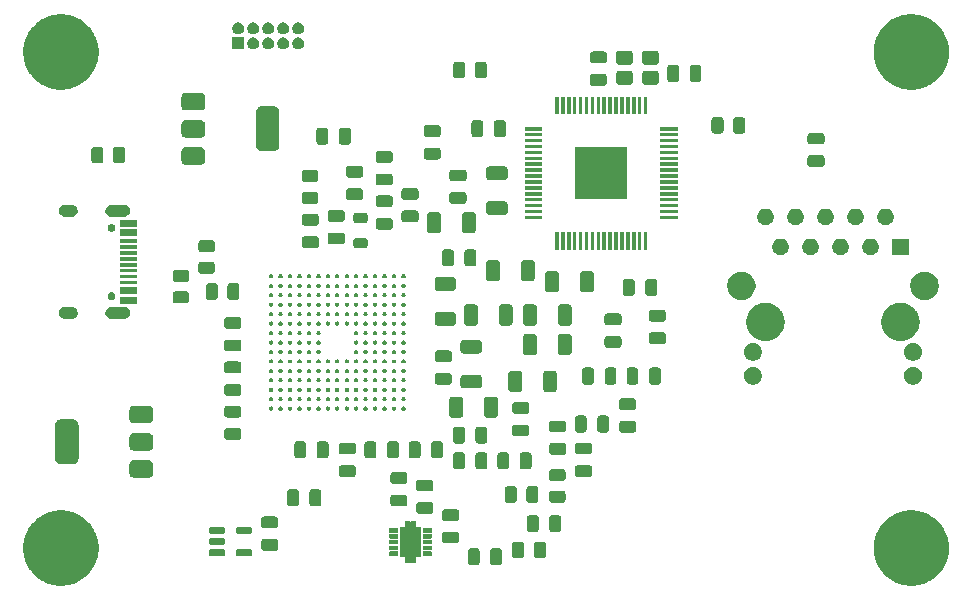
<source format=gts>
%TF.GenerationSoftware,KiCad,Pcbnew,9.0.4*%
%TF.CreationDate,2025-11-15T14:23:55+05:30*%
%TF.ProjectId,High Speed Ethernet Interface,48696768-2053-4706-9565-642045746865,rev?*%
%TF.SameCoordinates,Original*%
%TF.FileFunction,Soldermask,Top*%
%TF.FilePolarity,Negative*%
%FSLAX46Y46*%
G04 Gerber Fmt 4.6, Leading zero omitted, Abs format (unit mm)*
G04 Created by KiCad (PCBNEW 9.0.4) date 2025-11-15 14:23:55*
%MOMM*%
%LPD*%
G01*
G04 APERTURE LIST*
G04 APERTURE END LIST*
G36*
X104168378Y-92305034D02*
G01*
X104179425Y-92305034D01*
X104256124Y-92313675D01*
X104469530Y-92334694D01*
X104504633Y-92341676D01*
X104536020Y-92345213D01*
X104628305Y-92366276D01*
X104777518Y-92395957D01*
X104835790Y-92413633D01*
X104885874Y-92425065D01*
X104966648Y-92453329D01*
X105078026Y-92487115D01*
X105158684Y-92520524D01*
X105224587Y-92543585D01*
X105287493Y-92573879D01*
X105368154Y-92607290D01*
X105470799Y-92662155D01*
X105547900Y-92699285D01*
X105591397Y-92726616D01*
X105645091Y-92755316D01*
X105771551Y-92839814D01*
X105851748Y-92890205D01*
X105876458Y-92909911D01*
X105906202Y-92929785D01*
X106071925Y-93065791D01*
X106132309Y-93113945D01*
X106140122Y-93121758D01*
X106148945Y-93128999D01*
X106371000Y-93351054D01*
X106378240Y-93359876D01*
X106386055Y-93367691D01*
X106434215Y-93428081D01*
X106570214Y-93593797D01*
X106590086Y-93623538D01*
X106609795Y-93648252D01*
X106660191Y-93728457D01*
X106744683Y-93854908D01*
X106773380Y-93908597D01*
X106800715Y-93952100D01*
X106837849Y-94029209D01*
X106892709Y-94131845D01*
X106926116Y-94212497D01*
X106956415Y-94275413D01*
X106979478Y-94341324D01*
X107012884Y-94421973D01*
X107046665Y-94533336D01*
X107074935Y-94614126D01*
X107086368Y-94664218D01*
X107104042Y-94722481D01*
X107133717Y-94871666D01*
X107154787Y-94963980D01*
X107158324Y-94995375D01*
X107165305Y-95030469D01*
X107186321Y-95243855D01*
X107194966Y-95320575D01*
X107194966Y-95331622D01*
X107196085Y-95342984D01*
X107196085Y-95657015D01*
X107194966Y-95668376D01*
X107194966Y-95679425D01*
X107186320Y-95756151D01*
X107165305Y-95969530D01*
X107158324Y-96004621D01*
X107154787Y-96036020D01*
X107133715Y-96128340D01*
X107104042Y-96277518D01*
X107086369Y-96335777D01*
X107074935Y-96385874D01*
X107046663Y-96466670D01*
X107012884Y-96578026D01*
X106979480Y-96658669D01*
X106956415Y-96724587D01*
X106926113Y-96787508D01*
X106892709Y-96868154D01*
X106837853Y-96970780D01*
X106800715Y-97047900D01*
X106773377Y-97091407D01*
X106744683Y-97145091D01*
X106660201Y-97271526D01*
X106609795Y-97351748D01*
X106590082Y-97376466D01*
X106570214Y-97406202D01*
X106434243Y-97571882D01*
X106386055Y-97632309D01*
X106378235Y-97640128D01*
X106371000Y-97648945D01*
X106148945Y-97871000D01*
X106140128Y-97878235D01*
X106132309Y-97886055D01*
X106071882Y-97934243D01*
X105906202Y-98070214D01*
X105876466Y-98090082D01*
X105851748Y-98109795D01*
X105771526Y-98160201D01*
X105645091Y-98244683D01*
X105591407Y-98273377D01*
X105547900Y-98300715D01*
X105470780Y-98337853D01*
X105368154Y-98392709D01*
X105287508Y-98426113D01*
X105224587Y-98456415D01*
X105158669Y-98479480D01*
X105078026Y-98512884D01*
X104966670Y-98546663D01*
X104885874Y-98574935D01*
X104835777Y-98586369D01*
X104777518Y-98604042D01*
X104628340Y-98633715D01*
X104536020Y-98654787D01*
X104504621Y-98658324D01*
X104469530Y-98665305D01*
X104256146Y-98686321D01*
X104179425Y-98694966D01*
X104168377Y-98694966D01*
X104157016Y-98696085D01*
X103842984Y-98696085D01*
X103831623Y-98694966D01*
X103820575Y-98694966D01*
X103743855Y-98686321D01*
X103530469Y-98665305D01*
X103495375Y-98658324D01*
X103463980Y-98654787D01*
X103371666Y-98633717D01*
X103222481Y-98604042D01*
X103164218Y-98586368D01*
X103114126Y-98574935D01*
X103033336Y-98546665D01*
X102921973Y-98512884D01*
X102841324Y-98479478D01*
X102775413Y-98456415D01*
X102712497Y-98426116D01*
X102631845Y-98392709D01*
X102529209Y-98337849D01*
X102452100Y-98300715D01*
X102408597Y-98273380D01*
X102354908Y-98244683D01*
X102228457Y-98160191D01*
X102148252Y-98109795D01*
X102123538Y-98090086D01*
X102093797Y-98070214D01*
X101928081Y-97934215D01*
X101867691Y-97886055D01*
X101859876Y-97878240D01*
X101851054Y-97871000D01*
X101628999Y-97648945D01*
X101621758Y-97640122D01*
X101613945Y-97632309D01*
X101565791Y-97571925D01*
X101429785Y-97406202D01*
X101409911Y-97376458D01*
X101390205Y-97351748D01*
X101339814Y-97271551D01*
X101255316Y-97145091D01*
X101226616Y-97091397D01*
X101199285Y-97047900D01*
X101162155Y-96970799D01*
X101107290Y-96868154D01*
X101073879Y-96787493D01*
X101043585Y-96724587D01*
X101020524Y-96658684D01*
X100987115Y-96578026D01*
X100953329Y-96466648D01*
X100925065Y-96385874D01*
X100913633Y-96335790D01*
X100895957Y-96277518D01*
X100866276Y-96128305D01*
X100845213Y-96036020D01*
X100841676Y-96004633D01*
X100834694Y-95969530D01*
X100813676Y-95756128D01*
X100805034Y-95679425D01*
X100805034Y-95668376D01*
X100803915Y-95657015D01*
X100803915Y-95342984D01*
X100805034Y-95331622D01*
X100805034Y-95320575D01*
X100813675Y-95243878D01*
X100834694Y-95030469D01*
X100841676Y-94995364D01*
X100845213Y-94963980D01*
X100866275Y-94871700D01*
X100895957Y-94722481D01*
X100913634Y-94664205D01*
X100925065Y-94614126D01*
X100953326Y-94533357D01*
X100987115Y-94421973D01*
X101020527Y-94341308D01*
X101043585Y-94275413D01*
X101073876Y-94212512D01*
X101107290Y-94131845D01*
X101162160Y-94029190D01*
X101199285Y-93952100D01*
X101226612Y-93908608D01*
X101255316Y-93854908D01*
X101339824Y-93728432D01*
X101390205Y-93648252D01*
X101409907Y-93623546D01*
X101429785Y-93593797D01*
X101565819Y-93428038D01*
X101613945Y-93367691D01*
X101621754Y-93359881D01*
X101628999Y-93351054D01*
X101851054Y-93128999D01*
X101859881Y-93121754D01*
X101867691Y-93113945D01*
X101928038Y-93065819D01*
X102093797Y-92929785D01*
X102123546Y-92909907D01*
X102148252Y-92890205D01*
X102228432Y-92839824D01*
X102354908Y-92755316D01*
X102408608Y-92726612D01*
X102452100Y-92699285D01*
X102529190Y-92662160D01*
X102631845Y-92607290D01*
X102712512Y-92573876D01*
X102775413Y-92543585D01*
X102841308Y-92520527D01*
X102921973Y-92487115D01*
X103033357Y-92453326D01*
X103114126Y-92425065D01*
X103164205Y-92413634D01*
X103222481Y-92395957D01*
X103371700Y-92366275D01*
X103463980Y-92345213D01*
X103495364Y-92341676D01*
X103530469Y-92334694D01*
X103743878Y-92313675D01*
X103820575Y-92305034D01*
X103831622Y-92305034D01*
X103842984Y-92303915D01*
X104157016Y-92303915D01*
X104168378Y-92305034D01*
G37*
G36*
X176168378Y-92305034D02*
G01*
X176179425Y-92305034D01*
X176256124Y-92313675D01*
X176469530Y-92334694D01*
X176504633Y-92341676D01*
X176536020Y-92345213D01*
X176628305Y-92366276D01*
X176777518Y-92395957D01*
X176835790Y-92413633D01*
X176885874Y-92425065D01*
X176966648Y-92453329D01*
X177078026Y-92487115D01*
X177158684Y-92520524D01*
X177224587Y-92543585D01*
X177287493Y-92573879D01*
X177368154Y-92607290D01*
X177470799Y-92662155D01*
X177547900Y-92699285D01*
X177591397Y-92726616D01*
X177645091Y-92755316D01*
X177771551Y-92839814D01*
X177851748Y-92890205D01*
X177876458Y-92909911D01*
X177906202Y-92929785D01*
X178071925Y-93065791D01*
X178132309Y-93113945D01*
X178140122Y-93121758D01*
X178148945Y-93128999D01*
X178371000Y-93351054D01*
X178378240Y-93359876D01*
X178386055Y-93367691D01*
X178434215Y-93428081D01*
X178570214Y-93593797D01*
X178590086Y-93623538D01*
X178609795Y-93648252D01*
X178660191Y-93728457D01*
X178744683Y-93854908D01*
X178773380Y-93908597D01*
X178800715Y-93952100D01*
X178837849Y-94029209D01*
X178892709Y-94131845D01*
X178926116Y-94212497D01*
X178956415Y-94275413D01*
X178979478Y-94341324D01*
X179012884Y-94421973D01*
X179046665Y-94533336D01*
X179074935Y-94614126D01*
X179086368Y-94664218D01*
X179104042Y-94722481D01*
X179133717Y-94871666D01*
X179154787Y-94963980D01*
X179158324Y-94995375D01*
X179165305Y-95030469D01*
X179186321Y-95243855D01*
X179194966Y-95320575D01*
X179194966Y-95331622D01*
X179196085Y-95342984D01*
X179196085Y-95657015D01*
X179194966Y-95668376D01*
X179194966Y-95679425D01*
X179186320Y-95756151D01*
X179165305Y-95969530D01*
X179158324Y-96004621D01*
X179154787Y-96036020D01*
X179133715Y-96128340D01*
X179104042Y-96277518D01*
X179086369Y-96335777D01*
X179074935Y-96385874D01*
X179046663Y-96466670D01*
X179012884Y-96578026D01*
X178979480Y-96658669D01*
X178956415Y-96724587D01*
X178926113Y-96787508D01*
X178892709Y-96868154D01*
X178837853Y-96970780D01*
X178800715Y-97047900D01*
X178773377Y-97091407D01*
X178744683Y-97145091D01*
X178660201Y-97271526D01*
X178609795Y-97351748D01*
X178590082Y-97376466D01*
X178570214Y-97406202D01*
X178434243Y-97571882D01*
X178386055Y-97632309D01*
X178378235Y-97640128D01*
X178371000Y-97648945D01*
X178148945Y-97871000D01*
X178140128Y-97878235D01*
X178132309Y-97886055D01*
X178071882Y-97934243D01*
X177906202Y-98070214D01*
X177876466Y-98090082D01*
X177851748Y-98109795D01*
X177771526Y-98160201D01*
X177645091Y-98244683D01*
X177591407Y-98273377D01*
X177547900Y-98300715D01*
X177470780Y-98337853D01*
X177368154Y-98392709D01*
X177287508Y-98426113D01*
X177224587Y-98456415D01*
X177158669Y-98479480D01*
X177078026Y-98512884D01*
X176966670Y-98546663D01*
X176885874Y-98574935D01*
X176835777Y-98586369D01*
X176777518Y-98604042D01*
X176628340Y-98633715D01*
X176536020Y-98654787D01*
X176504621Y-98658324D01*
X176469530Y-98665305D01*
X176256146Y-98686321D01*
X176179425Y-98694966D01*
X176168377Y-98694966D01*
X176157016Y-98696085D01*
X175842984Y-98696085D01*
X175831623Y-98694966D01*
X175820575Y-98694966D01*
X175743855Y-98686321D01*
X175530469Y-98665305D01*
X175495375Y-98658324D01*
X175463980Y-98654787D01*
X175371666Y-98633717D01*
X175222481Y-98604042D01*
X175164218Y-98586368D01*
X175114126Y-98574935D01*
X175033336Y-98546665D01*
X174921973Y-98512884D01*
X174841324Y-98479478D01*
X174775413Y-98456415D01*
X174712497Y-98426116D01*
X174631845Y-98392709D01*
X174529209Y-98337849D01*
X174452100Y-98300715D01*
X174408597Y-98273380D01*
X174354908Y-98244683D01*
X174228457Y-98160191D01*
X174148252Y-98109795D01*
X174123538Y-98090086D01*
X174093797Y-98070214D01*
X173928081Y-97934215D01*
X173867691Y-97886055D01*
X173859876Y-97878240D01*
X173851054Y-97871000D01*
X173628999Y-97648945D01*
X173621758Y-97640122D01*
X173613945Y-97632309D01*
X173565791Y-97571925D01*
X173429785Y-97406202D01*
X173409911Y-97376458D01*
X173390205Y-97351748D01*
X173339814Y-97271551D01*
X173255316Y-97145091D01*
X173226616Y-97091397D01*
X173199285Y-97047900D01*
X173162155Y-96970799D01*
X173107290Y-96868154D01*
X173073879Y-96787493D01*
X173043585Y-96724587D01*
X173020524Y-96658684D01*
X172987115Y-96578026D01*
X172953329Y-96466648D01*
X172925065Y-96385874D01*
X172913633Y-96335790D01*
X172895957Y-96277518D01*
X172866276Y-96128305D01*
X172845213Y-96036020D01*
X172841676Y-96004633D01*
X172834694Y-95969530D01*
X172813676Y-95756128D01*
X172805034Y-95679425D01*
X172805034Y-95668376D01*
X172803915Y-95657015D01*
X172803915Y-95342984D01*
X172805034Y-95331622D01*
X172805034Y-95320575D01*
X172813675Y-95243878D01*
X172834694Y-95030469D01*
X172841676Y-94995364D01*
X172845213Y-94963980D01*
X172866275Y-94871700D01*
X172895957Y-94722481D01*
X172913634Y-94664205D01*
X172925065Y-94614126D01*
X172953326Y-94533357D01*
X172987115Y-94421973D01*
X173020527Y-94341308D01*
X173043585Y-94275413D01*
X173073876Y-94212512D01*
X173107290Y-94131845D01*
X173162160Y-94029190D01*
X173199285Y-93952100D01*
X173226612Y-93908608D01*
X173255316Y-93854908D01*
X173339824Y-93728432D01*
X173390205Y-93648252D01*
X173409907Y-93623546D01*
X173429785Y-93593797D01*
X173565819Y-93428038D01*
X173613945Y-93367691D01*
X173621754Y-93359881D01*
X173628999Y-93351054D01*
X173851054Y-93128999D01*
X173859881Y-93121754D01*
X173867691Y-93113945D01*
X173928038Y-93065819D01*
X174093797Y-92929785D01*
X174123546Y-92909907D01*
X174148252Y-92890205D01*
X174228432Y-92839824D01*
X174354908Y-92755316D01*
X174408608Y-92726612D01*
X174452100Y-92699285D01*
X174529190Y-92662160D01*
X174631845Y-92607290D01*
X174712512Y-92573876D01*
X174775413Y-92543585D01*
X174841308Y-92520527D01*
X174921973Y-92487115D01*
X175033357Y-92453326D01*
X175114126Y-92425065D01*
X175164205Y-92413634D01*
X175222481Y-92395957D01*
X175371700Y-92366275D01*
X175463980Y-92345213D01*
X175495364Y-92341676D01*
X175530469Y-92334694D01*
X175743878Y-92313675D01*
X175820575Y-92305034D01*
X175831622Y-92305034D01*
X175842984Y-92303915D01*
X176157016Y-92303915D01*
X176168378Y-92305034D01*
G37*
G36*
X139205247Y-95532105D02*
G01*
X139256608Y-95538064D01*
X139274154Y-95545811D01*
X139296871Y-95550330D01*
X139321191Y-95566580D01*
X139341993Y-95575765D01*
X139356200Y-95589972D01*
X139377977Y-95604523D01*
X139392527Y-95626299D01*
X139406734Y-95640506D01*
X139415918Y-95661306D01*
X139432170Y-95685629D01*
X139436689Y-95708348D01*
X139444435Y-95725891D01*
X139450392Y-95777240D01*
X139451200Y-95781300D01*
X139451200Y-96731300D01*
X139450392Y-96735359D01*
X139444435Y-96786708D01*
X139436689Y-96804250D01*
X139432170Y-96826971D01*
X139415916Y-96851295D01*
X139406734Y-96872093D01*
X139392529Y-96886297D01*
X139377977Y-96908077D01*
X139356197Y-96922629D01*
X139341993Y-96936834D01*
X139321195Y-96946016D01*
X139296871Y-96962270D01*
X139274150Y-96966789D01*
X139256608Y-96974535D01*
X139205261Y-96980492D01*
X139201200Y-96981300D01*
X138701200Y-96981300D01*
X138697141Y-96980492D01*
X138645791Y-96974535D01*
X138628248Y-96966789D01*
X138605529Y-96962270D01*
X138581206Y-96946018D01*
X138560406Y-96936834D01*
X138546199Y-96922627D01*
X138524423Y-96908077D01*
X138509872Y-96886300D01*
X138495665Y-96872093D01*
X138486480Y-96851291D01*
X138470230Y-96826971D01*
X138465711Y-96804254D01*
X138457964Y-96786708D01*
X138452005Y-96735349D01*
X138451200Y-96731300D01*
X138451200Y-95781300D01*
X138452004Y-95777253D01*
X138457964Y-95725891D01*
X138465711Y-95708343D01*
X138470230Y-95685629D01*
X138486478Y-95661310D01*
X138495665Y-95640506D01*
X138509874Y-95626296D01*
X138524423Y-95604523D01*
X138546196Y-95589974D01*
X138560406Y-95575765D01*
X138581210Y-95566578D01*
X138605529Y-95550330D01*
X138628243Y-95545811D01*
X138645791Y-95538064D01*
X138697152Y-95532105D01*
X138701200Y-95531300D01*
X139201200Y-95531300D01*
X139205247Y-95532105D01*
G37*
G36*
X141105247Y-95532105D02*
G01*
X141156608Y-95538064D01*
X141174154Y-95545811D01*
X141196871Y-95550330D01*
X141221191Y-95566580D01*
X141241993Y-95575765D01*
X141256200Y-95589972D01*
X141277977Y-95604523D01*
X141292527Y-95626299D01*
X141306734Y-95640506D01*
X141315918Y-95661306D01*
X141332170Y-95685629D01*
X141336689Y-95708348D01*
X141344435Y-95725891D01*
X141350392Y-95777240D01*
X141351200Y-95781300D01*
X141351200Y-96731300D01*
X141350392Y-96735359D01*
X141344435Y-96786708D01*
X141336689Y-96804250D01*
X141332170Y-96826971D01*
X141315916Y-96851295D01*
X141306734Y-96872093D01*
X141292529Y-96886297D01*
X141277977Y-96908077D01*
X141256197Y-96922629D01*
X141241993Y-96936834D01*
X141221195Y-96946016D01*
X141196871Y-96962270D01*
X141174150Y-96966789D01*
X141156608Y-96974535D01*
X141105261Y-96980492D01*
X141101200Y-96981300D01*
X140601200Y-96981300D01*
X140597141Y-96980492D01*
X140545791Y-96974535D01*
X140528248Y-96966789D01*
X140505529Y-96962270D01*
X140481206Y-96946018D01*
X140460406Y-96936834D01*
X140446199Y-96922627D01*
X140424423Y-96908077D01*
X140409872Y-96886300D01*
X140395665Y-96872093D01*
X140386480Y-96851291D01*
X140370230Y-96826971D01*
X140365711Y-96804254D01*
X140357964Y-96786708D01*
X140352005Y-96735349D01*
X140351200Y-96731300D01*
X140351200Y-95781300D01*
X140352004Y-95777253D01*
X140357964Y-95725891D01*
X140365711Y-95708343D01*
X140370230Y-95685629D01*
X140386478Y-95661310D01*
X140395665Y-95640506D01*
X140409874Y-95626296D01*
X140424423Y-95604523D01*
X140446196Y-95589974D01*
X140460406Y-95575765D01*
X140481210Y-95566578D01*
X140505529Y-95550330D01*
X140528243Y-95545811D01*
X140545791Y-95538064D01*
X140597152Y-95532105D01*
X140601200Y-95531300D01*
X141101200Y-95531300D01*
X141105247Y-95532105D01*
G37*
G36*
X133552071Y-93222929D02*
G01*
X133555000Y-93230000D01*
X133555000Y-93239945D01*
X133566591Y-93267930D01*
X133633409Y-93267930D01*
X133645000Y-93239943D01*
X133645000Y-93230000D01*
X133647929Y-93222929D01*
X133655000Y-93220000D01*
X134045000Y-93220000D01*
X134052071Y-93222929D01*
X134055000Y-93230000D01*
X134055000Y-93239944D01*
X134055000Y-93690711D01*
X134084289Y-93720000D01*
X134485056Y-93720000D01*
X134495000Y-93720000D01*
X134502071Y-93722929D01*
X134505000Y-93730000D01*
X134505000Y-96270000D01*
X134502071Y-96277071D01*
X134495000Y-96280000D01*
X134485056Y-96280000D01*
X134084289Y-96280000D01*
X134055000Y-96309289D01*
X134055000Y-96770000D01*
X134052071Y-96777071D01*
X134045000Y-96780000D01*
X134035056Y-96780000D01*
X133664944Y-96780000D01*
X133655000Y-96780000D01*
X133647929Y-96777071D01*
X133645000Y-96770000D01*
X133645000Y-96760055D01*
X133633409Y-96732069D01*
X133566591Y-96732069D01*
X133555000Y-96760053D01*
X133555000Y-96770000D01*
X133552071Y-96777071D01*
X133545000Y-96780000D01*
X133535056Y-96780000D01*
X133164944Y-96780000D01*
X133155000Y-96780000D01*
X133147929Y-96777071D01*
X133145000Y-96770000D01*
X133145000Y-96309289D01*
X133115711Y-96280000D01*
X132705000Y-96280000D01*
X132697929Y-96277071D01*
X132695000Y-96270000D01*
X132695000Y-93730000D01*
X132697929Y-93722929D01*
X132705000Y-93720000D01*
X133115711Y-93720000D01*
X133145000Y-93690711D01*
X133145000Y-93239944D01*
X133145000Y-93230000D01*
X133147929Y-93222929D01*
X133155000Y-93220000D01*
X133545000Y-93220000D01*
X133552071Y-93222929D01*
G37*
G36*
X142985247Y-94962105D02*
G01*
X143036608Y-94968064D01*
X143054154Y-94975811D01*
X143076871Y-94980330D01*
X143101191Y-94996580D01*
X143121993Y-95005765D01*
X143136200Y-95019972D01*
X143157977Y-95034523D01*
X143172527Y-95056299D01*
X143186734Y-95070506D01*
X143195918Y-95091306D01*
X143212170Y-95115629D01*
X143216689Y-95138348D01*
X143224435Y-95155891D01*
X143230392Y-95207240D01*
X143231200Y-95211300D01*
X143231200Y-96111300D01*
X143230392Y-96115359D01*
X143224435Y-96166708D01*
X143216689Y-96184250D01*
X143212170Y-96206971D01*
X143195916Y-96231295D01*
X143186734Y-96252093D01*
X143172529Y-96266297D01*
X143157977Y-96288077D01*
X143136197Y-96302629D01*
X143121993Y-96316834D01*
X143101195Y-96326016D01*
X143076871Y-96342270D01*
X143054150Y-96346789D01*
X143036608Y-96354535D01*
X142985261Y-96360492D01*
X142981200Y-96361300D01*
X142456200Y-96361300D01*
X142452141Y-96360492D01*
X142400791Y-96354535D01*
X142383248Y-96346789D01*
X142360529Y-96342270D01*
X142336206Y-96326018D01*
X142315406Y-96316834D01*
X142301199Y-96302627D01*
X142279423Y-96288077D01*
X142264872Y-96266300D01*
X142250665Y-96252093D01*
X142241480Y-96231291D01*
X142225230Y-96206971D01*
X142220711Y-96184254D01*
X142212964Y-96166708D01*
X142207005Y-96115349D01*
X142206200Y-96111300D01*
X142206200Y-95211300D01*
X142207004Y-95207253D01*
X142212964Y-95155891D01*
X142220711Y-95138343D01*
X142225230Y-95115629D01*
X142241478Y-95091310D01*
X142250665Y-95070506D01*
X142264874Y-95056296D01*
X142279423Y-95034523D01*
X142301196Y-95019974D01*
X142315406Y-95005765D01*
X142336210Y-94996578D01*
X142360529Y-94980330D01*
X142383243Y-94975811D01*
X142400791Y-94968064D01*
X142452152Y-94962105D01*
X142456200Y-94961300D01*
X142981200Y-94961300D01*
X142985247Y-94962105D01*
G37*
G36*
X144810247Y-94962105D02*
G01*
X144861608Y-94968064D01*
X144879154Y-94975811D01*
X144901871Y-94980330D01*
X144926191Y-94996580D01*
X144946993Y-95005765D01*
X144961200Y-95019972D01*
X144982977Y-95034523D01*
X144997527Y-95056299D01*
X145011734Y-95070506D01*
X145020918Y-95091306D01*
X145037170Y-95115629D01*
X145041689Y-95138348D01*
X145049435Y-95155891D01*
X145055392Y-95207240D01*
X145056200Y-95211300D01*
X145056200Y-96111300D01*
X145055392Y-96115359D01*
X145049435Y-96166708D01*
X145041689Y-96184250D01*
X145037170Y-96206971D01*
X145020916Y-96231295D01*
X145011734Y-96252093D01*
X144997529Y-96266297D01*
X144982977Y-96288077D01*
X144961197Y-96302629D01*
X144946993Y-96316834D01*
X144926195Y-96326016D01*
X144901871Y-96342270D01*
X144879150Y-96346789D01*
X144861608Y-96354535D01*
X144810261Y-96360492D01*
X144806200Y-96361300D01*
X144281200Y-96361300D01*
X144277141Y-96360492D01*
X144225791Y-96354535D01*
X144208248Y-96346789D01*
X144185529Y-96342270D01*
X144161206Y-96326018D01*
X144140406Y-96316834D01*
X144126199Y-96302627D01*
X144104423Y-96288077D01*
X144089872Y-96266300D01*
X144075665Y-96252093D01*
X144066480Y-96231291D01*
X144050230Y-96206971D01*
X144045711Y-96184254D01*
X144037964Y-96166708D01*
X144032005Y-96115349D01*
X144031200Y-96111300D01*
X144031200Y-95211300D01*
X144032004Y-95207253D01*
X144037964Y-95155891D01*
X144045711Y-95138343D01*
X144050230Y-95115629D01*
X144066478Y-95091310D01*
X144075665Y-95070506D01*
X144089874Y-95056296D01*
X144104423Y-95034523D01*
X144126196Y-95019974D01*
X144140406Y-95005765D01*
X144161210Y-94996578D01*
X144185529Y-94980330D01*
X144208243Y-94975811D01*
X144225791Y-94968064D01*
X144277152Y-94962105D01*
X144281200Y-94961300D01*
X144806200Y-94961300D01*
X144810247Y-94962105D01*
G37*
G36*
X117794903Y-95611418D02*
G01*
X117843566Y-95643934D01*
X117876082Y-95692597D01*
X117887500Y-95750000D01*
X117887500Y-96050000D01*
X117876082Y-96107403D01*
X117843566Y-96156066D01*
X117794903Y-96188582D01*
X117737500Y-96200000D01*
X116712500Y-96200000D01*
X116655097Y-96188582D01*
X116606434Y-96156066D01*
X116573918Y-96107403D01*
X116562500Y-96050000D01*
X116562500Y-95750000D01*
X116573918Y-95692597D01*
X116606434Y-95643934D01*
X116655097Y-95611418D01*
X116712500Y-95600000D01*
X117737500Y-95600000D01*
X117794903Y-95611418D01*
G37*
G36*
X120069903Y-95611418D02*
G01*
X120118566Y-95643934D01*
X120151082Y-95692597D01*
X120162500Y-95750000D01*
X120162500Y-96050000D01*
X120151082Y-96107403D01*
X120118566Y-96156066D01*
X120069903Y-96188582D01*
X120012500Y-96200000D01*
X118987500Y-96200000D01*
X118930097Y-96188582D01*
X118881434Y-96156066D01*
X118848918Y-96107403D01*
X118837500Y-96050000D01*
X118837500Y-95750000D01*
X118848918Y-95692597D01*
X118881434Y-95643934D01*
X118930097Y-95611418D01*
X118987500Y-95600000D01*
X120012500Y-95600000D01*
X120069903Y-95611418D01*
G37*
G36*
X132577071Y-95802929D02*
G01*
X132580000Y-95810000D01*
X132580000Y-96190000D01*
X132577071Y-96197071D01*
X132570000Y-96200000D01*
X132560056Y-96200000D01*
X131839944Y-96200000D01*
X131830000Y-96200000D01*
X131822929Y-96197071D01*
X131820000Y-96190000D01*
X131820000Y-95810000D01*
X131822929Y-95802929D01*
X131830000Y-95800000D01*
X132570000Y-95800000D01*
X132577071Y-95802929D01*
G37*
G36*
X135377071Y-95802929D02*
G01*
X135380000Y-95810000D01*
X135380000Y-96190000D01*
X135377071Y-96197071D01*
X135370000Y-96200000D01*
X135360056Y-96200000D01*
X134639944Y-96200000D01*
X134630000Y-96200000D01*
X134622929Y-96197071D01*
X134620000Y-96190000D01*
X134620000Y-95810000D01*
X134622929Y-95802929D01*
X134630000Y-95800000D01*
X135370000Y-95800000D01*
X135377071Y-95802929D01*
G37*
G36*
X122160247Y-94737105D02*
G01*
X122211608Y-94743064D01*
X122229154Y-94750811D01*
X122251871Y-94755330D01*
X122276191Y-94771580D01*
X122296993Y-94780765D01*
X122311200Y-94794972D01*
X122332977Y-94809523D01*
X122347527Y-94831299D01*
X122361734Y-94845506D01*
X122370918Y-94866306D01*
X122387170Y-94890629D01*
X122391689Y-94913348D01*
X122399435Y-94930891D01*
X122405392Y-94982240D01*
X122406200Y-94986300D01*
X122406200Y-95486300D01*
X122405392Y-95490359D01*
X122399435Y-95541708D01*
X122391689Y-95559250D01*
X122387170Y-95581971D01*
X122370916Y-95606295D01*
X122361734Y-95627093D01*
X122347529Y-95641297D01*
X122332977Y-95663077D01*
X122311197Y-95677629D01*
X122296993Y-95691834D01*
X122276195Y-95701016D01*
X122251871Y-95717270D01*
X122229150Y-95721789D01*
X122211608Y-95729535D01*
X122160261Y-95735492D01*
X122156200Y-95736300D01*
X121206200Y-95736300D01*
X121202141Y-95735492D01*
X121150791Y-95729535D01*
X121133248Y-95721789D01*
X121110529Y-95717270D01*
X121086206Y-95701018D01*
X121065406Y-95691834D01*
X121051199Y-95677627D01*
X121029423Y-95663077D01*
X121014872Y-95641300D01*
X121000665Y-95627093D01*
X120991480Y-95606291D01*
X120975230Y-95581971D01*
X120970711Y-95559254D01*
X120962964Y-95541708D01*
X120957005Y-95490349D01*
X120956200Y-95486300D01*
X120956200Y-94986300D01*
X120957004Y-94982253D01*
X120962964Y-94930891D01*
X120970711Y-94913343D01*
X120975230Y-94890629D01*
X120991478Y-94866310D01*
X121000665Y-94845506D01*
X121014874Y-94831296D01*
X121029423Y-94809523D01*
X121051196Y-94794974D01*
X121065406Y-94780765D01*
X121086210Y-94771578D01*
X121110529Y-94755330D01*
X121133243Y-94750811D01*
X121150791Y-94743064D01*
X121202152Y-94737105D01*
X121206200Y-94736300D01*
X122156200Y-94736300D01*
X122160247Y-94737105D01*
G37*
G36*
X132577071Y-95302929D02*
G01*
X132580000Y-95310000D01*
X132580000Y-95690000D01*
X132577071Y-95697071D01*
X132570000Y-95700000D01*
X132560056Y-95700000D01*
X131839944Y-95700000D01*
X131830000Y-95700000D01*
X131822929Y-95697071D01*
X131820000Y-95690000D01*
X131820000Y-95310000D01*
X131822929Y-95302929D01*
X131830000Y-95300000D01*
X132570000Y-95300000D01*
X132577071Y-95302929D01*
G37*
G36*
X135377071Y-95302929D02*
G01*
X135380000Y-95310000D01*
X135380000Y-95690000D01*
X135377071Y-95697071D01*
X135370000Y-95700000D01*
X135360056Y-95700000D01*
X134639944Y-95700000D01*
X134630000Y-95700000D01*
X134622929Y-95697071D01*
X134620000Y-95690000D01*
X134620000Y-95310000D01*
X134622929Y-95302929D01*
X134630000Y-95300000D01*
X135370000Y-95300000D01*
X135377071Y-95302929D01*
G37*
G36*
X117794903Y-94661418D02*
G01*
X117843566Y-94693934D01*
X117876082Y-94742597D01*
X117887500Y-94800000D01*
X117887500Y-95100000D01*
X117876082Y-95157403D01*
X117843566Y-95206066D01*
X117794903Y-95238582D01*
X117737500Y-95250000D01*
X116712500Y-95250000D01*
X116655097Y-95238582D01*
X116606434Y-95206066D01*
X116573918Y-95157403D01*
X116562500Y-95100000D01*
X116562500Y-94800000D01*
X116573918Y-94742597D01*
X116606434Y-94693934D01*
X116655097Y-94661418D01*
X116712500Y-94650000D01*
X117737500Y-94650000D01*
X117794903Y-94661418D01*
G37*
G36*
X132577071Y-94802929D02*
G01*
X132580000Y-94810000D01*
X132580000Y-95190000D01*
X132577071Y-95197071D01*
X132570000Y-95200000D01*
X132560056Y-95200000D01*
X131839944Y-95200000D01*
X131830000Y-95200000D01*
X131822929Y-95197071D01*
X131820000Y-95190000D01*
X131820000Y-94810000D01*
X131822929Y-94802929D01*
X131830000Y-94800000D01*
X132570000Y-94800000D01*
X132577071Y-94802929D01*
G37*
G36*
X135377071Y-94802929D02*
G01*
X135380000Y-94810000D01*
X135380000Y-95190000D01*
X135377071Y-95197071D01*
X135370000Y-95200000D01*
X135360056Y-95200000D01*
X134639944Y-95200000D01*
X134630000Y-95200000D01*
X134622929Y-95197071D01*
X134620000Y-95190000D01*
X134620000Y-94810000D01*
X134622929Y-94802929D01*
X134630000Y-94800000D01*
X135370000Y-94800000D01*
X135377071Y-94802929D01*
G37*
G36*
X137472747Y-94112105D02*
G01*
X137524108Y-94118064D01*
X137541654Y-94125811D01*
X137564371Y-94130330D01*
X137588691Y-94146580D01*
X137609493Y-94155765D01*
X137623700Y-94169972D01*
X137645477Y-94184523D01*
X137660027Y-94206299D01*
X137674234Y-94220506D01*
X137683418Y-94241306D01*
X137699670Y-94265629D01*
X137704189Y-94288348D01*
X137711935Y-94305891D01*
X137717892Y-94357240D01*
X137718700Y-94361300D01*
X137718700Y-94861300D01*
X137717892Y-94865359D01*
X137711935Y-94916708D01*
X137704189Y-94934250D01*
X137699670Y-94956971D01*
X137683416Y-94981295D01*
X137674234Y-95002093D01*
X137660029Y-95016297D01*
X137645477Y-95038077D01*
X137623697Y-95052629D01*
X137609493Y-95066834D01*
X137588695Y-95076016D01*
X137564371Y-95092270D01*
X137541650Y-95096789D01*
X137524108Y-95104535D01*
X137472761Y-95110492D01*
X137468700Y-95111300D01*
X136518700Y-95111300D01*
X136514641Y-95110492D01*
X136463291Y-95104535D01*
X136445748Y-95096789D01*
X136423029Y-95092270D01*
X136398706Y-95076018D01*
X136377906Y-95066834D01*
X136363699Y-95052627D01*
X136341923Y-95038077D01*
X136327372Y-95016300D01*
X136313165Y-95002093D01*
X136303980Y-94981291D01*
X136287730Y-94956971D01*
X136283211Y-94934254D01*
X136275464Y-94916708D01*
X136269505Y-94865349D01*
X136268700Y-94861300D01*
X136268700Y-94361300D01*
X136269504Y-94357253D01*
X136275464Y-94305891D01*
X136283211Y-94288343D01*
X136287730Y-94265629D01*
X136303978Y-94241310D01*
X136313165Y-94220506D01*
X136327374Y-94206296D01*
X136341923Y-94184523D01*
X136363696Y-94169974D01*
X136377906Y-94155765D01*
X136398710Y-94146578D01*
X136423029Y-94130330D01*
X136445743Y-94125811D01*
X136463291Y-94118064D01*
X136514652Y-94112105D01*
X136518700Y-94111300D01*
X137468700Y-94111300D01*
X137472747Y-94112105D01*
G37*
G36*
X132577071Y-94302929D02*
G01*
X132580000Y-94310000D01*
X132580000Y-94690000D01*
X132577071Y-94697071D01*
X132570000Y-94700000D01*
X132560056Y-94700000D01*
X131839944Y-94700000D01*
X131830000Y-94700000D01*
X131822929Y-94697071D01*
X131820000Y-94690000D01*
X131820000Y-94310000D01*
X131822929Y-94302929D01*
X131830000Y-94300000D01*
X132570000Y-94300000D01*
X132577071Y-94302929D01*
G37*
G36*
X135377071Y-94302929D02*
G01*
X135380000Y-94310000D01*
X135380000Y-94690000D01*
X135377071Y-94697071D01*
X135370000Y-94700000D01*
X135360056Y-94700000D01*
X134639944Y-94700000D01*
X134630000Y-94700000D01*
X134622929Y-94697071D01*
X134620000Y-94690000D01*
X134620000Y-94310000D01*
X134622929Y-94302929D01*
X134630000Y-94300000D01*
X135370000Y-94300000D01*
X135377071Y-94302929D01*
G37*
G36*
X117794903Y-93711418D02*
G01*
X117843566Y-93743934D01*
X117876082Y-93792597D01*
X117887500Y-93850000D01*
X117887500Y-94150000D01*
X117876082Y-94207403D01*
X117843566Y-94256066D01*
X117794903Y-94288582D01*
X117737500Y-94300000D01*
X116712500Y-94300000D01*
X116655097Y-94288582D01*
X116606434Y-94256066D01*
X116573918Y-94207403D01*
X116562500Y-94150000D01*
X116562500Y-93850000D01*
X116573918Y-93792597D01*
X116606434Y-93743934D01*
X116655097Y-93711418D01*
X116712500Y-93700000D01*
X117737500Y-93700000D01*
X117794903Y-93711418D01*
G37*
G36*
X120069903Y-93711418D02*
G01*
X120118566Y-93743934D01*
X120151082Y-93792597D01*
X120162500Y-93850000D01*
X120162500Y-94150000D01*
X120151082Y-94207403D01*
X120118566Y-94256066D01*
X120069903Y-94288582D01*
X120012500Y-94300000D01*
X118987500Y-94300000D01*
X118930097Y-94288582D01*
X118881434Y-94256066D01*
X118848918Y-94207403D01*
X118837500Y-94150000D01*
X118837500Y-93850000D01*
X118848918Y-93792597D01*
X118881434Y-93743934D01*
X118930097Y-93711418D01*
X118987500Y-93700000D01*
X120012500Y-93700000D01*
X120069903Y-93711418D01*
G37*
G36*
X132577071Y-93802929D02*
G01*
X132580000Y-93810000D01*
X132580000Y-94190000D01*
X132577071Y-94197071D01*
X132570000Y-94200000D01*
X132560056Y-94200000D01*
X131839944Y-94200000D01*
X131830000Y-94200000D01*
X131822929Y-94197071D01*
X131820000Y-94190000D01*
X131820000Y-93810000D01*
X131822929Y-93802929D01*
X131830000Y-93800000D01*
X132570000Y-93800000D01*
X132577071Y-93802929D01*
G37*
G36*
X135377071Y-93802929D02*
G01*
X135380000Y-93810000D01*
X135380000Y-94190000D01*
X135377071Y-94197071D01*
X135370000Y-94200000D01*
X135360056Y-94200000D01*
X134639944Y-94200000D01*
X134630000Y-94200000D01*
X134622929Y-94197071D01*
X134620000Y-94190000D01*
X134620000Y-93810000D01*
X134622929Y-93802929D01*
X134630000Y-93800000D01*
X135370000Y-93800000D01*
X135377071Y-93802929D01*
G37*
G36*
X144205247Y-92719605D02*
G01*
X144256608Y-92725564D01*
X144274154Y-92733311D01*
X144296871Y-92737830D01*
X144321191Y-92754080D01*
X144341993Y-92763265D01*
X144356200Y-92777472D01*
X144377977Y-92792023D01*
X144392527Y-92813799D01*
X144406734Y-92828006D01*
X144415918Y-92848806D01*
X144432170Y-92873129D01*
X144436689Y-92895848D01*
X144444435Y-92913391D01*
X144450392Y-92964740D01*
X144451200Y-92968800D01*
X144451200Y-93918800D01*
X144450392Y-93922859D01*
X144444435Y-93974208D01*
X144436689Y-93991750D01*
X144432170Y-94014471D01*
X144415916Y-94038795D01*
X144406734Y-94059593D01*
X144392529Y-94073797D01*
X144377977Y-94095577D01*
X144356197Y-94110129D01*
X144341993Y-94124334D01*
X144321195Y-94133516D01*
X144296871Y-94149770D01*
X144274150Y-94154289D01*
X144256608Y-94162035D01*
X144205261Y-94167992D01*
X144201200Y-94168800D01*
X143701200Y-94168800D01*
X143697141Y-94167992D01*
X143645791Y-94162035D01*
X143628248Y-94154289D01*
X143605529Y-94149770D01*
X143581206Y-94133518D01*
X143560406Y-94124334D01*
X143546199Y-94110127D01*
X143524423Y-94095577D01*
X143509872Y-94073800D01*
X143495665Y-94059593D01*
X143486480Y-94038791D01*
X143470230Y-94014471D01*
X143465711Y-93991754D01*
X143457964Y-93974208D01*
X143452005Y-93922849D01*
X143451200Y-93918800D01*
X143451200Y-92968800D01*
X143452004Y-92964753D01*
X143457964Y-92913391D01*
X143465711Y-92895843D01*
X143470230Y-92873129D01*
X143486478Y-92848810D01*
X143495665Y-92828006D01*
X143509874Y-92813796D01*
X143524423Y-92792023D01*
X143546196Y-92777474D01*
X143560406Y-92763265D01*
X143581210Y-92754078D01*
X143605529Y-92737830D01*
X143628243Y-92733311D01*
X143645791Y-92725564D01*
X143697152Y-92719605D01*
X143701200Y-92718800D01*
X144201200Y-92718800D01*
X144205247Y-92719605D01*
G37*
G36*
X146105247Y-92719605D02*
G01*
X146156608Y-92725564D01*
X146174154Y-92733311D01*
X146196871Y-92737830D01*
X146221191Y-92754080D01*
X146241993Y-92763265D01*
X146256200Y-92777472D01*
X146277977Y-92792023D01*
X146292527Y-92813799D01*
X146306734Y-92828006D01*
X146315918Y-92848806D01*
X146332170Y-92873129D01*
X146336689Y-92895848D01*
X146344435Y-92913391D01*
X146350392Y-92964740D01*
X146351200Y-92968800D01*
X146351200Y-93918800D01*
X146350392Y-93922859D01*
X146344435Y-93974208D01*
X146336689Y-93991750D01*
X146332170Y-94014471D01*
X146315916Y-94038795D01*
X146306734Y-94059593D01*
X146292529Y-94073797D01*
X146277977Y-94095577D01*
X146256197Y-94110129D01*
X146241993Y-94124334D01*
X146221195Y-94133516D01*
X146196871Y-94149770D01*
X146174150Y-94154289D01*
X146156608Y-94162035D01*
X146105261Y-94167992D01*
X146101200Y-94168800D01*
X145601200Y-94168800D01*
X145597141Y-94167992D01*
X145545791Y-94162035D01*
X145528248Y-94154289D01*
X145505529Y-94149770D01*
X145481206Y-94133518D01*
X145460406Y-94124334D01*
X145446199Y-94110127D01*
X145424423Y-94095577D01*
X145409872Y-94073800D01*
X145395665Y-94059593D01*
X145386480Y-94038791D01*
X145370230Y-94014471D01*
X145365711Y-93991754D01*
X145357964Y-93974208D01*
X145352005Y-93922849D01*
X145351200Y-93918800D01*
X145351200Y-92968800D01*
X145352004Y-92964753D01*
X145357964Y-92913391D01*
X145365711Y-92895843D01*
X145370230Y-92873129D01*
X145386478Y-92848810D01*
X145395665Y-92828006D01*
X145409874Y-92813796D01*
X145424423Y-92792023D01*
X145446196Y-92777474D01*
X145460406Y-92763265D01*
X145481210Y-92754078D01*
X145505529Y-92737830D01*
X145528243Y-92733311D01*
X145545791Y-92725564D01*
X145597152Y-92719605D01*
X145601200Y-92718800D01*
X146101200Y-92718800D01*
X146105247Y-92719605D01*
G37*
G36*
X122160247Y-92837105D02*
G01*
X122211608Y-92843064D01*
X122229154Y-92850811D01*
X122251871Y-92855330D01*
X122276191Y-92871580D01*
X122296993Y-92880765D01*
X122311200Y-92894972D01*
X122332977Y-92909523D01*
X122347527Y-92931299D01*
X122361734Y-92945506D01*
X122370918Y-92966306D01*
X122387170Y-92990629D01*
X122391689Y-93013348D01*
X122399435Y-93030891D01*
X122405392Y-93082240D01*
X122406200Y-93086300D01*
X122406200Y-93586300D01*
X122405392Y-93590359D01*
X122399435Y-93641708D01*
X122391689Y-93659250D01*
X122387170Y-93681971D01*
X122370916Y-93706295D01*
X122361734Y-93727093D01*
X122347529Y-93741297D01*
X122332977Y-93763077D01*
X122311197Y-93777629D01*
X122296993Y-93791834D01*
X122276195Y-93801016D01*
X122251871Y-93817270D01*
X122229150Y-93821789D01*
X122211608Y-93829535D01*
X122160261Y-93835492D01*
X122156200Y-93836300D01*
X121206200Y-93836300D01*
X121202141Y-93835492D01*
X121150791Y-93829535D01*
X121133248Y-93821789D01*
X121110529Y-93817270D01*
X121086206Y-93801018D01*
X121065406Y-93791834D01*
X121051199Y-93777627D01*
X121029423Y-93763077D01*
X121014872Y-93741300D01*
X121000665Y-93727093D01*
X120991480Y-93706291D01*
X120975230Y-93681971D01*
X120970711Y-93659254D01*
X120962964Y-93641708D01*
X120957005Y-93590349D01*
X120956200Y-93586300D01*
X120956200Y-93086300D01*
X120957004Y-93082253D01*
X120962964Y-93030891D01*
X120970711Y-93013343D01*
X120975230Y-92990629D01*
X120991478Y-92966310D01*
X121000665Y-92945506D01*
X121014874Y-92931296D01*
X121029423Y-92909523D01*
X121051196Y-92894974D01*
X121065406Y-92880765D01*
X121086210Y-92871578D01*
X121110529Y-92855330D01*
X121133243Y-92850811D01*
X121150791Y-92843064D01*
X121202152Y-92837105D01*
X121206200Y-92836300D01*
X122156200Y-92836300D01*
X122160247Y-92837105D01*
G37*
G36*
X137472747Y-92212105D02*
G01*
X137524108Y-92218064D01*
X137541654Y-92225811D01*
X137564371Y-92230330D01*
X137588691Y-92246580D01*
X137609493Y-92255765D01*
X137623700Y-92269972D01*
X137645477Y-92284523D01*
X137660027Y-92306299D01*
X137674234Y-92320506D01*
X137683418Y-92341306D01*
X137699670Y-92365629D01*
X137704189Y-92388348D01*
X137711935Y-92405891D01*
X137717892Y-92457240D01*
X137718700Y-92461300D01*
X137718700Y-92961300D01*
X137717892Y-92965359D01*
X137711935Y-93016708D01*
X137704189Y-93034250D01*
X137699670Y-93056971D01*
X137683416Y-93081295D01*
X137674234Y-93102093D01*
X137660029Y-93116297D01*
X137645477Y-93138077D01*
X137623697Y-93152629D01*
X137609493Y-93166834D01*
X137588695Y-93176016D01*
X137564371Y-93192270D01*
X137541650Y-93196789D01*
X137524108Y-93204535D01*
X137472761Y-93210492D01*
X137468700Y-93211300D01*
X136518700Y-93211300D01*
X136514641Y-93210492D01*
X136463291Y-93204535D01*
X136445748Y-93196789D01*
X136423029Y-93192270D01*
X136398706Y-93176018D01*
X136377906Y-93166834D01*
X136363699Y-93152627D01*
X136341923Y-93138077D01*
X136327372Y-93116300D01*
X136313165Y-93102093D01*
X136303980Y-93081291D01*
X136287730Y-93056971D01*
X136283211Y-93034254D01*
X136275464Y-93016708D01*
X136269505Y-92965349D01*
X136268700Y-92961300D01*
X136268700Y-92461300D01*
X136269504Y-92457253D01*
X136275464Y-92405891D01*
X136283211Y-92388343D01*
X136287730Y-92365629D01*
X136303978Y-92341310D01*
X136313165Y-92320506D01*
X136327374Y-92306296D01*
X136341923Y-92284523D01*
X136363696Y-92269974D01*
X136377906Y-92255765D01*
X136398710Y-92246578D01*
X136423029Y-92230330D01*
X136445743Y-92225811D01*
X136463291Y-92218064D01*
X136514652Y-92212105D01*
X136518700Y-92211300D01*
X137468700Y-92211300D01*
X137472747Y-92212105D01*
G37*
G36*
X135285247Y-91612105D02*
G01*
X135336608Y-91618064D01*
X135354154Y-91625811D01*
X135376871Y-91630330D01*
X135401191Y-91646580D01*
X135421993Y-91655765D01*
X135436200Y-91669972D01*
X135457977Y-91684523D01*
X135472527Y-91706299D01*
X135486734Y-91720506D01*
X135495918Y-91741306D01*
X135512170Y-91765629D01*
X135516689Y-91788348D01*
X135524435Y-91805891D01*
X135530392Y-91857240D01*
X135531200Y-91861300D01*
X135531200Y-92361300D01*
X135530392Y-92365359D01*
X135524435Y-92416708D01*
X135516689Y-92434250D01*
X135512170Y-92456971D01*
X135495916Y-92481295D01*
X135486734Y-92502093D01*
X135472529Y-92516297D01*
X135457977Y-92538077D01*
X135436197Y-92552629D01*
X135421993Y-92566834D01*
X135401195Y-92576016D01*
X135376871Y-92592270D01*
X135354150Y-92596789D01*
X135336608Y-92604535D01*
X135285261Y-92610492D01*
X135281200Y-92611300D01*
X134331200Y-92611300D01*
X134327141Y-92610492D01*
X134275791Y-92604535D01*
X134258248Y-92596789D01*
X134235529Y-92592270D01*
X134211206Y-92576018D01*
X134190406Y-92566834D01*
X134176199Y-92552627D01*
X134154423Y-92538077D01*
X134139872Y-92516300D01*
X134125665Y-92502093D01*
X134116480Y-92481291D01*
X134100230Y-92456971D01*
X134095711Y-92434254D01*
X134087964Y-92416708D01*
X134082005Y-92365349D01*
X134081200Y-92361300D01*
X134081200Y-91861300D01*
X134082004Y-91857253D01*
X134087964Y-91805891D01*
X134095711Y-91788343D01*
X134100230Y-91765629D01*
X134116478Y-91741310D01*
X134125665Y-91720506D01*
X134139874Y-91706296D01*
X134154423Y-91684523D01*
X134176196Y-91669974D01*
X134190406Y-91655765D01*
X134211210Y-91646578D01*
X134235529Y-91630330D01*
X134258243Y-91625811D01*
X134275791Y-91618064D01*
X134327152Y-91612105D01*
X134331200Y-91611300D01*
X135281200Y-91611300D01*
X135285247Y-91612105D01*
G37*
G36*
X133097747Y-90987105D02*
G01*
X133149108Y-90993064D01*
X133166654Y-91000811D01*
X133189371Y-91005330D01*
X133213691Y-91021580D01*
X133234493Y-91030765D01*
X133248700Y-91044972D01*
X133270477Y-91059523D01*
X133285027Y-91081299D01*
X133299234Y-91095506D01*
X133308418Y-91116306D01*
X133324670Y-91140629D01*
X133329189Y-91163348D01*
X133336935Y-91180891D01*
X133342892Y-91232240D01*
X133343700Y-91236300D01*
X133343700Y-91736300D01*
X133342892Y-91740359D01*
X133336935Y-91791708D01*
X133329189Y-91809250D01*
X133324670Y-91831971D01*
X133308416Y-91856295D01*
X133299234Y-91877093D01*
X133285029Y-91891297D01*
X133270477Y-91913077D01*
X133248697Y-91927629D01*
X133234493Y-91941834D01*
X133213695Y-91951016D01*
X133189371Y-91967270D01*
X133166650Y-91971789D01*
X133149108Y-91979535D01*
X133097761Y-91985492D01*
X133093700Y-91986300D01*
X132143700Y-91986300D01*
X132139641Y-91985492D01*
X132088291Y-91979535D01*
X132070748Y-91971789D01*
X132048029Y-91967270D01*
X132023706Y-91951018D01*
X132002906Y-91941834D01*
X131988699Y-91927627D01*
X131966923Y-91913077D01*
X131952372Y-91891300D01*
X131938165Y-91877093D01*
X131928980Y-91856291D01*
X131912730Y-91831971D01*
X131908211Y-91809254D01*
X131900464Y-91791708D01*
X131894505Y-91740349D01*
X131893700Y-91736300D01*
X131893700Y-91236300D01*
X131894504Y-91232253D01*
X131900464Y-91180891D01*
X131908211Y-91163343D01*
X131912730Y-91140629D01*
X131928978Y-91116310D01*
X131938165Y-91095506D01*
X131952374Y-91081296D01*
X131966923Y-91059523D01*
X131988696Y-91044974D01*
X132002906Y-91030765D01*
X132023710Y-91021578D01*
X132048029Y-91005330D01*
X132070743Y-91000811D01*
X132088291Y-90993064D01*
X132139652Y-90987105D01*
X132143700Y-90986300D01*
X133093700Y-90986300D01*
X133097747Y-90987105D01*
G37*
G36*
X123892747Y-90532105D02*
G01*
X123944108Y-90538064D01*
X123961654Y-90545811D01*
X123984371Y-90550330D01*
X124008691Y-90566580D01*
X124029493Y-90575765D01*
X124043700Y-90589972D01*
X124065477Y-90604523D01*
X124080027Y-90626299D01*
X124094234Y-90640506D01*
X124103418Y-90661306D01*
X124119670Y-90685629D01*
X124124189Y-90708348D01*
X124131935Y-90725891D01*
X124137892Y-90777240D01*
X124138700Y-90781300D01*
X124138700Y-91731300D01*
X124137892Y-91735359D01*
X124131935Y-91786708D01*
X124124189Y-91804250D01*
X124119670Y-91826971D01*
X124103416Y-91851295D01*
X124094234Y-91872093D01*
X124080029Y-91886297D01*
X124065477Y-91908077D01*
X124043697Y-91922629D01*
X124029493Y-91936834D01*
X124008695Y-91946016D01*
X123984371Y-91962270D01*
X123961650Y-91966789D01*
X123944108Y-91974535D01*
X123892761Y-91980492D01*
X123888700Y-91981300D01*
X123388700Y-91981300D01*
X123384641Y-91980492D01*
X123333291Y-91974535D01*
X123315748Y-91966789D01*
X123293029Y-91962270D01*
X123268706Y-91946018D01*
X123247906Y-91936834D01*
X123233699Y-91922627D01*
X123211923Y-91908077D01*
X123197372Y-91886300D01*
X123183165Y-91872093D01*
X123173980Y-91851291D01*
X123157730Y-91826971D01*
X123153211Y-91804254D01*
X123145464Y-91786708D01*
X123139505Y-91735349D01*
X123138700Y-91731300D01*
X123138700Y-90781300D01*
X123139504Y-90777253D01*
X123145464Y-90725891D01*
X123153211Y-90708343D01*
X123157730Y-90685629D01*
X123173978Y-90661310D01*
X123183165Y-90640506D01*
X123197374Y-90626296D01*
X123211923Y-90604523D01*
X123233696Y-90589974D01*
X123247906Y-90575765D01*
X123268710Y-90566578D01*
X123293029Y-90550330D01*
X123315743Y-90545811D01*
X123333291Y-90538064D01*
X123384652Y-90532105D01*
X123388700Y-90531300D01*
X123888700Y-90531300D01*
X123892747Y-90532105D01*
G37*
G36*
X125792747Y-90532105D02*
G01*
X125844108Y-90538064D01*
X125861654Y-90545811D01*
X125884371Y-90550330D01*
X125908691Y-90566580D01*
X125929493Y-90575765D01*
X125943700Y-90589972D01*
X125965477Y-90604523D01*
X125980027Y-90626299D01*
X125994234Y-90640506D01*
X126003418Y-90661306D01*
X126019670Y-90685629D01*
X126024189Y-90708348D01*
X126031935Y-90725891D01*
X126037892Y-90777240D01*
X126038700Y-90781300D01*
X126038700Y-91731300D01*
X126037892Y-91735359D01*
X126031935Y-91786708D01*
X126024189Y-91804250D01*
X126019670Y-91826971D01*
X126003416Y-91851295D01*
X125994234Y-91872093D01*
X125980029Y-91886297D01*
X125965477Y-91908077D01*
X125943697Y-91922629D01*
X125929493Y-91936834D01*
X125908695Y-91946016D01*
X125884371Y-91962270D01*
X125861650Y-91966789D01*
X125844108Y-91974535D01*
X125792761Y-91980492D01*
X125788700Y-91981300D01*
X125288700Y-91981300D01*
X125284641Y-91980492D01*
X125233291Y-91974535D01*
X125215748Y-91966789D01*
X125193029Y-91962270D01*
X125168706Y-91946018D01*
X125147906Y-91936834D01*
X125133699Y-91922627D01*
X125111923Y-91908077D01*
X125097372Y-91886300D01*
X125083165Y-91872093D01*
X125073980Y-91851291D01*
X125057730Y-91826971D01*
X125053211Y-91804254D01*
X125045464Y-91786708D01*
X125039505Y-91735349D01*
X125038700Y-91731300D01*
X125038700Y-90781300D01*
X125039504Y-90777253D01*
X125045464Y-90725891D01*
X125053211Y-90708343D01*
X125057730Y-90685629D01*
X125073978Y-90661310D01*
X125083165Y-90640506D01*
X125097374Y-90626296D01*
X125111923Y-90604523D01*
X125133696Y-90589974D01*
X125147906Y-90575765D01*
X125168710Y-90566578D01*
X125193029Y-90550330D01*
X125215743Y-90545811D01*
X125233291Y-90538064D01*
X125284652Y-90532105D01*
X125288700Y-90531300D01*
X125788700Y-90531300D01*
X125792747Y-90532105D01*
G37*
G36*
X142360247Y-90274605D02*
G01*
X142411608Y-90280564D01*
X142429154Y-90288311D01*
X142451871Y-90292830D01*
X142476191Y-90309080D01*
X142496993Y-90318265D01*
X142511200Y-90332472D01*
X142532977Y-90347023D01*
X142547527Y-90368799D01*
X142561734Y-90383006D01*
X142570918Y-90403806D01*
X142587170Y-90428129D01*
X142591689Y-90450848D01*
X142599435Y-90468391D01*
X142605392Y-90519740D01*
X142606200Y-90523800D01*
X142606200Y-91423800D01*
X142605392Y-91427859D01*
X142599435Y-91479208D01*
X142591689Y-91496750D01*
X142587170Y-91519471D01*
X142570916Y-91543795D01*
X142561734Y-91564593D01*
X142547529Y-91578797D01*
X142532977Y-91600577D01*
X142511197Y-91615129D01*
X142496993Y-91629334D01*
X142476195Y-91638516D01*
X142451871Y-91654770D01*
X142429150Y-91659289D01*
X142411608Y-91667035D01*
X142360261Y-91672992D01*
X142356200Y-91673800D01*
X141831200Y-91673800D01*
X141827141Y-91672992D01*
X141775791Y-91667035D01*
X141758248Y-91659289D01*
X141735529Y-91654770D01*
X141711206Y-91638518D01*
X141690406Y-91629334D01*
X141676199Y-91615127D01*
X141654423Y-91600577D01*
X141639872Y-91578800D01*
X141625665Y-91564593D01*
X141616480Y-91543791D01*
X141600230Y-91519471D01*
X141595711Y-91496754D01*
X141587964Y-91479208D01*
X141582005Y-91427849D01*
X141581200Y-91423800D01*
X141581200Y-90523800D01*
X141582004Y-90519753D01*
X141587964Y-90468391D01*
X141595711Y-90450843D01*
X141600230Y-90428129D01*
X141616478Y-90403810D01*
X141625665Y-90383006D01*
X141639874Y-90368796D01*
X141654423Y-90347023D01*
X141676196Y-90332474D01*
X141690406Y-90318265D01*
X141711210Y-90309078D01*
X141735529Y-90292830D01*
X141758243Y-90288311D01*
X141775791Y-90280564D01*
X141827152Y-90274605D01*
X141831200Y-90273800D01*
X142356200Y-90273800D01*
X142360247Y-90274605D01*
G37*
G36*
X144185247Y-90274605D02*
G01*
X144236608Y-90280564D01*
X144254154Y-90288311D01*
X144276871Y-90292830D01*
X144301191Y-90309080D01*
X144321993Y-90318265D01*
X144336200Y-90332472D01*
X144357977Y-90347023D01*
X144372527Y-90368799D01*
X144386734Y-90383006D01*
X144395918Y-90403806D01*
X144412170Y-90428129D01*
X144416689Y-90450848D01*
X144424435Y-90468391D01*
X144430392Y-90519740D01*
X144431200Y-90523800D01*
X144431200Y-91423800D01*
X144430392Y-91427859D01*
X144424435Y-91479208D01*
X144416689Y-91496750D01*
X144412170Y-91519471D01*
X144395916Y-91543795D01*
X144386734Y-91564593D01*
X144372529Y-91578797D01*
X144357977Y-91600577D01*
X144336197Y-91615129D01*
X144321993Y-91629334D01*
X144301195Y-91638516D01*
X144276871Y-91654770D01*
X144254150Y-91659289D01*
X144236608Y-91667035D01*
X144185261Y-91672992D01*
X144181200Y-91673800D01*
X143656200Y-91673800D01*
X143652141Y-91672992D01*
X143600791Y-91667035D01*
X143583248Y-91659289D01*
X143560529Y-91654770D01*
X143536206Y-91638518D01*
X143515406Y-91629334D01*
X143501199Y-91615127D01*
X143479423Y-91600577D01*
X143464872Y-91578800D01*
X143450665Y-91564593D01*
X143441480Y-91543791D01*
X143425230Y-91519471D01*
X143420711Y-91496754D01*
X143412964Y-91479208D01*
X143407005Y-91427849D01*
X143406200Y-91423800D01*
X143406200Y-90523800D01*
X143407004Y-90519753D01*
X143412964Y-90468391D01*
X143420711Y-90450843D01*
X143425230Y-90428129D01*
X143441478Y-90403810D01*
X143450665Y-90383006D01*
X143464874Y-90368796D01*
X143479423Y-90347023D01*
X143501196Y-90332474D01*
X143515406Y-90318265D01*
X143536210Y-90309078D01*
X143560529Y-90292830D01*
X143583243Y-90288311D01*
X143600791Y-90280564D01*
X143652152Y-90274605D01*
X143656200Y-90273800D01*
X144181200Y-90273800D01*
X144185247Y-90274605D01*
G37*
G36*
X146480247Y-90644605D02*
G01*
X146531608Y-90650564D01*
X146549154Y-90658311D01*
X146571871Y-90662830D01*
X146596191Y-90679080D01*
X146616993Y-90688265D01*
X146631200Y-90702472D01*
X146652977Y-90717023D01*
X146667527Y-90738799D01*
X146681734Y-90753006D01*
X146690918Y-90773806D01*
X146707170Y-90798129D01*
X146711689Y-90820848D01*
X146719435Y-90838391D01*
X146725392Y-90889740D01*
X146726200Y-90893800D01*
X146726200Y-91418800D01*
X146725392Y-91422859D01*
X146719435Y-91474208D01*
X146711689Y-91491750D01*
X146707170Y-91514471D01*
X146690916Y-91538795D01*
X146681734Y-91559593D01*
X146667529Y-91573797D01*
X146652977Y-91595577D01*
X146631197Y-91610129D01*
X146616993Y-91624334D01*
X146596195Y-91633516D01*
X146571871Y-91649770D01*
X146549150Y-91654289D01*
X146531608Y-91662035D01*
X146480261Y-91667992D01*
X146476200Y-91668800D01*
X145576200Y-91668800D01*
X145572141Y-91667992D01*
X145520791Y-91662035D01*
X145503248Y-91654289D01*
X145480529Y-91649770D01*
X145456206Y-91633518D01*
X145435406Y-91624334D01*
X145421199Y-91610127D01*
X145399423Y-91595577D01*
X145384872Y-91573800D01*
X145370665Y-91559593D01*
X145361480Y-91538791D01*
X145345230Y-91514471D01*
X145340711Y-91491754D01*
X145332964Y-91474208D01*
X145327005Y-91422849D01*
X145326200Y-91418800D01*
X145326200Y-90893800D01*
X145327004Y-90889753D01*
X145332964Y-90838391D01*
X145340711Y-90820843D01*
X145345230Y-90798129D01*
X145361478Y-90773810D01*
X145370665Y-90753006D01*
X145384874Y-90738796D01*
X145399423Y-90717023D01*
X145421196Y-90702474D01*
X145435406Y-90688265D01*
X145456210Y-90679078D01*
X145480529Y-90662830D01*
X145503243Y-90658311D01*
X145520791Y-90650564D01*
X145572152Y-90644605D01*
X145576200Y-90643800D01*
X146476200Y-90643800D01*
X146480247Y-90644605D01*
G37*
G36*
X135285247Y-89712105D02*
G01*
X135336608Y-89718064D01*
X135354154Y-89725811D01*
X135376871Y-89730330D01*
X135401191Y-89746580D01*
X135421993Y-89755765D01*
X135436200Y-89769972D01*
X135457977Y-89784523D01*
X135472527Y-89806299D01*
X135486734Y-89820506D01*
X135495918Y-89841306D01*
X135512170Y-89865629D01*
X135516689Y-89888348D01*
X135524435Y-89905891D01*
X135530392Y-89957240D01*
X135531200Y-89961300D01*
X135531200Y-90461300D01*
X135530392Y-90465359D01*
X135524435Y-90516708D01*
X135516689Y-90534250D01*
X135512170Y-90556971D01*
X135495916Y-90581295D01*
X135486734Y-90602093D01*
X135472529Y-90616297D01*
X135457977Y-90638077D01*
X135436197Y-90652629D01*
X135421993Y-90666834D01*
X135401195Y-90676016D01*
X135376871Y-90692270D01*
X135354150Y-90696789D01*
X135336608Y-90704535D01*
X135285261Y-90710492D01*
X135281200Y-90711300D01*
X134331200Y-90711300D01*
X134327141Y-90710492D01*
X134275791Y-90704535D01*
X134258248Y-90696789D01*
X134235529Y-90692270D01*
X134211206Y-90676018D01*
X134190406Y-90666834D01*
X134176199Y-90652627D01*
X134154423Y-90638077D01*
X134139872Y-90616300D01*
X134125665Y-90602093D01*
X134116480Y-90581291D01*
X134100230Y-90556971D01*
X134095711Y-90534254D01*
X134087964Y-90516708D01*
X134082005Y-90465349D01*
X134081200Y-90461300D01*
X134081200Y-89961300D01*
X134082004Y-89957253D01*
X134087964Y-89905891D01*
X134095711Y-89888343D01*
X134100230Y-89865629D01*
X134116478Y-89841310D01*
X134125665Y-89820506D01*
X134139874Y-89806296D01*
X134154423Y-89784523D01*
X134176196Y-89769974D01*
X134190406Y-89755765D01*
X134211210Y-89746578D01*
X134235529Y-89730330D01*
X134258243Y-89725811D01*
X134275791Y-89718064D01*
X134327152Y-89712105D01*
X134331200Y-89711300D01*
X135281200Y-89711300D01*
X135285247Y-89712105D01*
G37*
G36*
X133097747Y-89087105D02*
G01*
X133149108Y-89093064D01*
X133166654Y-89100811D01*
X133189371Y-89105330D01*
X133213691Y-89121580D01*
X133234493Y-89130765D01*
X133248700Y-89144972D01*
X133270477Y-89159523D01*
X133285027Y-89181299D01*
X133299234Y-89195506D01*
X133308418Y-89216306D01*
X133324670Y-89240629D01*
X133329189Y-89263348D01*
X133336935Y-89280891D01*
X133342892Y-89332240D01*
X133343700Y-89336300D01*
X133343700Y-89836300D01*
X133342892Y-89840359D01*
X133336935Y-89891708D01*
X133329189Y-89909250D01*
X133324670Y-89931971D01*
X133308416Y-89956295D01*
X133299234Y-89977093D01*
X133285029Y-89991297D01*
X133270477Y-90013077D01*
X133248697Y-90027629D01*
X133234493Y-90041834D01*
X133213695Y-90051016D01*
X133189371Y-90067270D01*
X133166650Y-90071789D01*
X133149108Y-90079535D01*
X133097761Y-90085492D01*
X133093700Y-90086300D01*
X132143700Y-90086300D01*
X132139641Y-90085492D01*
X132088291Y-90079535D01*
X132070748Y-90071789D01*
X132048029Y-90067270D01*
X132023706Y-90051018D01*
X132002906Y-90041834D01*
X131988699Y-90027627D01*
X131966923Y-90013077D01*
X131952372Y-89991300D01*
X131938165Y-89977093D01*
X131928980Y-89956291D01*
X131912730Y-89931971D01*
X131908211Y-89909254D01*
X131900464Y-89891708D01*
X131894505Y-89840349D01*
X131893700Y-89836300D01*
X131893700Y-89336300D01*
X131894504Y-89332253D01*
X131900464Y-89280891D01*
X131908211Y-89263343D01*
X131912730Y-89240629D01*
X131928978Y-89216310D01*
X131938165Y-89195506D01*
X131952374Y-89181296D01*
X131966923Y-89159523D01*
X131988696Y-89144974D01*
X132002906Y-89130765D01*
X132023710Y-89121578D01*
X132048029Y-89105330D01*
X132070743Y-89100811D01*
X132088291Y-89093064D01*
X132139652Y-89087105D01*
X132143700Y-89086300D01*
X133093700Y-89086300D01*
X133097747Y-89087105D01*
G37*
G36*
X146480247Y-88819605D02*
G01*
X146531608Y-88825564D01*
X146549154Y-88833311D01*
X146571871Y-88837830D01*
X146596191Y-88854080D01*
X146616993Y-88863265D01*
X146631200Y-88877472D01*
X146652977Y-88892023D01*
X146667527Y-88913799D01*
X146681734Y-88928006D01*
X146690918Y-88948806D01*
X146707170Y-88973129D01*
X146711689Y-88995848D01*
X146719435Y-89013391D01*
X146725392Y-89064740D01*
X146726200Y-89068800D01*
X146726200Y-89593800D01*
X146725392Y-89597859D01*
X146719435Y-89649208D01*
X146711689Y-89666750D01*
X146707170Y-89689471D01*
X146690916Y-89713795D01*
X146681734Y-89734593D01*
X146667529Y-89748797D01*
X146652977Y-89770577D01*
X146631197Y-89785129D01*
X146616993Y-89799334D01*
X146596195Y-89808516D01*
X146571871Y-89824770D01*
X146549150Y-89829289D01*
X146531608Y-89837035D01*
X146480261Y-89842992D01*
X146476200Y-89843800D01*
X145576200Y-89843800D01*
X145572141Y-89842992D01*
X145520791Y-89837035D01*
X145503248Y-89829289D01*
X145480529Y-89824770D01*
X145456206Y-89808518D01*
X145435406Y-89799334D01*
X145421199Y-89785127D01*
X145399423Y-89770577D01*
X145384872Y-89748800D01*
X145370665Y-89734593D01*
X145361480Y-89713791D01*
X145345230Y-89689471D01*
X145340711Y-89666754D01*
X145332964Y-89649208D01*
X145327005Y-89597849D01*
X145326200Y-89593800D01*
X145326200Y-89068800D01*
X145327004Y-89064753D01*
X145332964Y-89013391D01*
X145340711Y-88995843D01*
X145345230Y-88973129D01*
X145361478Y-88948810D01*
X145370665Y-88928006D01*
X145384874Y-88913796D01*
X145399423Y-88892023D01*
X145421196Y-88877474D01*
X145435406Y-88863265D01*
X145456210Y-88854078D01*
X145480529Y-88837830D01*
X145503243Y-88833311D01*
X145520791Y-88825564D01*
X145572152Y-88819605D01*
X145576200Y-88818800D01*
X146476200Y-88818800D01*
X146480247Y-88819605D01*
G37*
G36*
X111532001Y-88065590D02*
G01*
X111537992Y-88068518D01*
X111540689Y-88068946D01*
X111583828Y-88090926D01*
X111642904Y-88119807D01*
X111730193Y-88207096D01*
X111759091Y-88266209D01*
X111781053Y-88309311D01*
X111781479Y-88312004D01*
X111784410Y-88317999D01*
X111800000Y-88425000D01*
X111800000Y-89175000D01*
X111784410Y-89282001D01*
X111781479Y-89287995D01*
X111781053Y-89290689D01*
X111759096Y-89333779D01*
X111730193Y-89392904D01*
X111642904Y-89480193D01*
X111583765Y-89509104D01*
X111540688Y-89531053D01*
X111537995Y-89531479D01*
X111532001Y-89534410D01*
X111425000Y-89550000D01*
X110175000Y-89550000D01*
X110067999Y-89534410D01*
X110062005Y-89531479D01*
X110059310Y-89531053D01*
X110016195Y-89509084D01*
X109957096Y-89480193D01*
X109869807Y-89392904D01*
X109840919Y-89333813D01*
X109818946Y-89290688D01*
X109818519Y-89287992D01*
X109815590Y-89282001D01*
X109800000Y-89175000D01*
X109800000Y-88425000D01*
X109815590Y-88317999D01*
X109818518Y-88312008D01*
X109818946Y-88309310D01*
X109840938Y-88266147D01*
X109869807Y-88207096D01*
X109957096Y-88119807D01*
X110016161Y-88090931D01*
X110059311Y-88068946D01*
X110062007Y-88068518D01*
X110067999Y-88065590D01*
X110175000Y-88050000D01*
X111425000Y-88050000D01*
X111532001Y-88065590D01*
G37*
G36*
X128722747Y-88487105D02*
G01*
X128774108Y-88493064D01*
X128791654Y-88500811D01*
X128814371Y-88505330D01*
X128838691Y-88521580D01*
X128859493Y-88530765D01*
X128873700Y-88544972D01*
X128895477Y-88559523D01*
X128910027Y-88581299D01*
X128924234Y-88595506D01*
X128933418Y-88616306D01*
X128949670Y-88640629D01*
X128954189Y-88663348D01*
X128961935Y-88680891D01*
X128967892Y-88732240D01*
X128968700Y-88736300D01*
X128968700Y-89236300D01*
X128967892Y-89240359D01*
X128961935Y-89291708D01*
X128954189Y-89309250D01*
X128949670Y-89331971D01*
X128933416Y-89356295D01*
X128924234Y-89377093D01*
X128910029Y-89391297D01*
X128895477Y-89413077D01*
X128873697Y-89427629D01*
X128859493Y-89441834D01*
X128838695Y-89451016D01*
X128814371Y-89467270D01*
X128791650Y-89471789D01*
X128774108Y-89479535D01*
X128722761Y-89485492D01*
X128718700Y-89486300D01*
X127768700Y-89486300D01*
X127764641Y-89485492D01*
X127713291Y-89479535D01*
X127695748Y-89471789D01*
X127673029Y-89467270D01*
X127648706Y-89451018D01*
X127627906Y-89441834D01*
X127613699Y-89427627D01*
X127591923Y-89413077D01*
X127577372Y-89391300D01*
X127563165Y-89377093D01*
X127553980Y-89356291D01*
X127537730Y-89331971D01*
X127533211Y-89309254D01*
X127525464Y-89291708D01*
X127519505Y-89240349D01*
X127518700Y-89236300D01*
X127518700Y-88736300D01*
X127519504Y-88732253D01*
X127525464Y-88680891D01*
X127533211Y-88663343D01*
X127537730Y-88640629D01*
X127553978Y-88616310D01*
X127563165Y-88595506D01*
X127577374Y-88581296D01*
X127591923Y-88559523D01*
X127613696Y-88544974D01*
X127627906Y-88530765D01*
X127648710Y-88521578D01*
X127673029Y-88505330D01*
X127695743Y-88500811D01*
X127713291Y-88493064D01*
X127764652Y-88487105D01*
X127768700Y-88486300D01*
X128718700Y-88486300D01*
X128722747Y-88487105D01*
G37*
G36*
X148722747Y-88487105D02*
G01*
X148774108Y-88493064D01*
X148791654Y-88500811D01*
X148814371Y-88505330D01*
X148838691Y-88521580D01*
X148859493Y-88530765D01*
X148873700Y-88544972D01*
X148895477Y-88559523D01*
X148910027Y-88581299D01*
X148924234Y-88595506D01*
X148933418Y-88616306D01*
X148949670Y-88640629D01*
X148954189Y-88663348D01*
X148961935Y-88680891D01*
X148967892Y-88732240D01*
X148968700Y-88736300D01*
X148968700Y-89236300D01*
X148967892Y-89240359D01*
X148961935Y-89291708D01*
X148954189Y-89309250D01*
X148949670Y-89331971D01*
X148933416Y-89356295D01*
X148924234Y-89377093D01*
X148910029Y-89391297D01*
X148895477Y-89413077D01*
X148873697Y-89427629D01*
X148859493Y-89441834D01*
X148838695Y-89451016D01*
X148814371Y-89467270D01*
X148791650Y-89471789D01*
X148774108Y-89479535D01*
X148722761Y-89485492D01*
X148718700Y-89486300D01*
X147768700Y-89486300D01*
X147764641Y-89485492D01*
X147713291Y-89479535D01*
X147695748Y-89471789D01*
X147673029Y-89467270D01*
X147648706Y-89451018D01*
X147627906Y-89441834D01*
X147613699Y-89427627D01*
X147591923Y-89413077D01*
X147577372Y-89391300D01*
X147563165Y-89377093D01*
X147553980Y-89356291D01*
X147537730Y-89331971D01*
X147533211Y-89309254D01*
X147525464Y-89291708D01*
X147519505Y-89240349D01*
X147518700Y-89236300D01*
X147518700Y-88736300D01*
X147519504Y-88732253D01*
X147525464Y-88680891D01*
X147533211Y-88663343D01*
X147537730Y-88640629D01*
X147553978Y-88616310D01*
X147563165Y-88595506D01*
X147577374Y-88581296D01*
X147591923Y-88559523D01*
X147613696Y-88544974D01*
X147627906Y-88530765D01*
X147648710Y-88521578D01*
X147673029Y-88505330D01*
X147695743Y-88500811D01*
X147713291Y-88493064D01*
X147764652Y-88487105D01*
X147768700Y-88486300D01*
X148718700Y-88486300D01*
X148722747Y-88487105D01*
G37*
G36*
X137955247Y-87407105D02*
G01*
X138006608Y-87413064D01*
X138024154Y-87420811D01*
X138046871Y-87425330D01*
X138071191Y-87441580D01*
X138091993Y-87450765D01*
X138106200Y-87464972D01*
X138127977Y-87479523D01*
X138142527Y-87501299D01*
X138156734Y-87515506D01*
X138165918Y-87536306D01*
X138182170Y-87560629D01*
X138186689Y-87583348D01*
X138194435Y-87600891D01*
X138200392Y-87652240D01*
X138201200Y-87656300D01*
X138201200Y-88606300D01*
X138200392Y-88610359D01*
X138194435Y-88661708D01*
X138186689Y-88679250D01*
X138182170Y-88701971D01*
X138165916Y-88726295D01*
X138156734Y-88747093D01*
X138142529Y-88761297D01*
X138127977Y-88783077D01*
X138106197Y-88797629D01*
X138091993Y-88811834D01*
X138071195Y-88821016D01*
X138046871Y-88837270D01*
X138024150Y-88841789D01*
X138006608Y-88849535D01*
X137955261Y-88855492D01*
X137951200Y-88856300D01*
X137451200Y-88856300D01*
X137447141Y-88855492D01*
X137395791Y-88849535D01*
X137378248Y-88841789D01*
X137355529Y-88837270D01*
X137331206Y-88821018D01*
X137310406Y-88811834D01*
X137296199Y-88797627D01*
X137274423Y-88783077D01*
X137259872Y-88761300D01*
X137245665Y-88747093D01*
X137236480Y-88726291D01*
X137220230Y-88701971D01*
X137215711Y-88679254D01*
X137207964Y-88661708D01*
X137202005Y-88610349D01*
X137201200Y-88606300D01*
X137201200Y-87656300D01*
X137202004Y-87652253D01*
X137207964Y-87600891D01*
X137215711Y-87583343D01*
X137220230Y-87560629D01*
X137236478Y-87536310D01*
X137245665Y-87515506D01*
X137259874Y-87501296D01*
X137274423Y-87479523D01*
X137296196Y-87464974D01*
X137310406Y-87450765D01*
X137331210Y-87441578D01*
X137355529Y-87425330D01*
X137378243Y-87420811D01*
X137395791Y-87413064D01*
X137447152Y-87407105D01*
X137451200Y-87406300D01*
X137951200Y-87406300D01*
X137955247Y-87407105D01*
G37*
G36*
X139855247Y-87407105D02*
G01*
X139906608Y-87413064D01*
X139924154Y-87420811D01*
X139946871Y-87425330D01*
X139971191Y-87441580D01*
X139991993Y-87450765D01*
X140006200Y-87464972D01*
X140027977Y-87479523D01*
X140042527Y-87501299D01*
X140056734Y-87515506D01*
X140065918Y-87536306D01*
X140082170Y-87560629D01*
X140086689Y-87583348D01*
X140094435Y-87600891D01*
X140100392Y-87652240D01*
X140101200Y-87656300D01*
X140101200Y-88606300D01*
X140100392Y-88610359D01*
X140094435Y-88661708D01*
X140086689Y-88679250D01*
X140082170Y-88701971D01*
X140065916Y-88726295D01*
X140056734Y-88747093D01*
X140042529Y-88761297D01*
X140027977Y-88783077D01*
X140006197Y-88797629D01*
X139991993Y-88811834D01*
X139971195Y-88821016D01*
X139946871Y-88837270D01*
X139924150Y-88841789D01*
X139906608Y-88849535D01*
X139855261Y-88855492D01*
X139851200Y-88856300D01*
X139351200Y-88856300D01*
X139347141Y-88855492D01*
X139295791Y-88849535D01*
X139278248Y-88841789D01*
X139255529Y-88837270D01*
X139231206Y-88821018D01*
X139210406Y-88811834D01*
X139196199Y-88797627D01*
X139174423Y-88783077D01*
X139159872Y-88761300D01*
X139145665Y-88747093D01*
X139136480Y-88726291D01*
X139120230Y-88701971D01*
X139115711Y-88679254D01*
X139107964Y-88661708D01*
X139102005Y-88610349D01*
X139101200Y-88606300D01*
X139101200Y-87656300D01*
X139102004Y-87652253D01*
X139107964Y-87600891D01*
X139115711Y-87583343D01*
X139120230Y-87560629D01*
X139136478Y-87536310D01*
X139145665Y-87515506D01*
X139159874Y-87501296D01*
X139174423Y-87479523D01*
X139196196Y-87464974D01*
X139210406Y-87450765D01*
X139231210Y-87441578D01*
X139255529Y-87425330D01*
X139278243Y-87420811D01*
X139295791Y-87413064D01*
X139347152Y-87407105D01*
X139351200Y-87406300D01*
X139851200Y-87406300D01*
X139855247Y-87407105D01*
G37*
G36*
X141705247Y-87407105D02*
G01*
X141756608Y-87413064D01*
X141774154Y-87420811D01*
X141796871Y-87425330D01*
X141821191Y-87441580D01*
X141841993Y-87450765D01*
X141856200Y-87464972D01*
X141877977Y-87479523D01*
X141892527Y-87501299D01*
X141906734Y-87515506D01*
X141915918Y-87536306D01*
X141932170Y-87560629D01*
X141936689Y-87583348D01*
X141944435Y-87600891D01*
X141950392Y-87652240D01*
X141951200Y-87656300D01*
X141951200Y-88606300D01*
X141950392Y-88610359D01*
X141944435Y-88661708D01*
X141936689Y-88679250D01*
X141932170Y-88701971D01*
X141915916Y-88726295D01*
X141906734Y-88747093D01*
X141892529Y-88761297D01*
X141877977Y-88783077D01*
X141856197Y-88797629D01*
X141841993Y-88811834D01*
X141821195Y-88821016D01*
X141796871Y-88837270D01*
X141774150Y-88841789D01*
X141756608Y-88849535D01*
X141705261Y-88855492D01*
X141701200Y-88856300D01*
X141201200Y-88856300D01*
X141197141Y-88855492D01*
X141145791Y-88849535D01*
X141128248Y-88841789D01*
X141105529Y-88837270D01*
X141081206Y-88821018D01*
X141060406Y-88811834D01*
X141046199Y-88797627D01*
X141024423Y-88783077D01*
X141009872Y-88761300D01*
X140995665Y-88747093D01*
X140986480Y-88726291D01*
X140970230Y-88701971D01*
X140965711Y-88679254D01*
X140957964Y-88661708D01*
X140952005Y-88610349D01*
X140951200Y-88606300D01*
X140951200Y-87656300D01*
X140952004Y-87652253D01*
X140957964Y-87600891D01*
X140965711Y-87583343D01*
X140970230Y-87560629D01*
X140986478Y-87536310D01*
X140995665Y-87515506D01*
X141009874Y-87501296D01*
X141024423Y-87479523D01*
X141046196Y-87464974D01*
X141060406Y-87450765D01*
X141081210Y-87441578D01*
X141105529Y-87425330D01*
X141128243Y-87420811D01*
X141145791Y-87413064D01*
X141197152Y-87407105D01*
X141201200Y-87406300D01*
X141701200Y-87406300D01*
X141705247Y-87407105D01*
G37*
G36*
X143605247Y-87407105D02*
G01*
X143656608Y-87413064D01*
X143674154Y-87420811D01*
X143696871Y-87425330D01*
X143721191Y-87441580D01*
X143741993Y-87450765D01*
X143756200Y-87464972D01*
X143777977Y-87479523D01*
X143792527Y-87501299D01*
X143806734Y-87515506D01*
X143815918Y-87536306D01*
X143832170Y-87560629D01*
X143836689Y-87583348D01*
X143844435Y-87600891D01*
X143850392Y-87652240D01*
X143851200Y-87656300D01*
X143851200Y-88606300D01*
X143850392Y-88610359D01*
X143844435Y-88661708D01*
X143836689Y-88679250D01*
X143832170Y-88701971D01*
X143815916Y-88726295D01*
X143806734Y-88747093D01*
X143792529Y-88761297D01*
X143777977Y-88783077D01*
X143756197Y-88797629D01*
X143741993Y-88811834D01*
X143721195Y-88821016D01*
X143696871Y-88837270D01*
X143674150Y-88841789D01*
X143656608Y-88849535D01*
X143605261Y-88855492D01*
X143601200Y-88856300D01*
X143101200Y-88856300D01*
X143097141Y-88855492D01*
X143045791Y-88849535D01*
X143028248Y-88841789D01*
X143005529Y-88837270D01*
X142981206Y-88821018D01*
X142960406Y-88811834D01*
X142946199Y-88797627D01*
X142924423Y-88783077D01*
X142909872Y-88761300D01*
X142895665Y-88747093D01*
X142886480Y-88726291D01*
X142870230Y-88701971D01*
X142865711Y-88679254D01*
X142857964Y-88661708D01*
X142852005Y-88610349D01*
X142851200Y-88606300D01*
X142851200Y-87656300D01*
X142852004Y-87652253D01*
X142857964Y-87600891D01*
X142865711Y-87583343D01*
X142870230Y-87560629D01*
X142886478Y-87536310D01*
X142895665Y-87515506D01*
X142909874Y-87501296D01*
X142924423Y-87479523D01*
X142946196Y-87464974D01*
X142960406Y-87450765D01*
X142981210Y-87441578D01*
X143005529Y-87425330D01*
X143028243Y-87420811D01*
X143045791Y-87413064D01*
X143097152Y-87407105D01*
X143101200Y-87406300D01*
X143601200Y-87406300D01*
X143605247Y-87407105D01*
G37*
G36*
X105106283Y-84611427D02*
G01*
X105112985Y-84613926D01*
X105117866Y-84614513D01*
X105175621Y-84637289D01*
X105239624Y-84661161D01*
X105243485Y-84664051D01*
X105244823Y-84664579D01*
X105293506Y-84701497D01*
X105353553Y-84746447D01*
X105398521Y-84806518D01*
X105435420Y-84855176D01*
X105435947Y-84856513D01*
X105438839Y-84860376D01*
X105462725Y-84924416D01*
X105485486Y-84982134D01*
X105486071Y-84987010D01*
X105488573Y-84993717D01*
X105500000Y-85100000D01*
X105500000Y-87900000D01*
X105488573Y-88006283D01*
X105486071Y-88012989D01*
X105485486Y-88017866D01*
X105462728Y-88075575D01*
X105438839Y-88139624D01*
X105435946Y-88143487D01*
X105435420Y-88144823D01*
X105398579Y-88193404D01*
X105353553Y-88253553D01*
X105293404Y-88298579D01*
X105244823Y-88335420D01*
X105243487Y-88335946D01*
X105239624Y-88338839D01*
X105175565Y-88362731D01*
X105117865Y-88385486D01*
X105112989Y-88386071D01*
X105106283Y-88388573D01*
X105000000Y-88400000D01*
X104000000Y-88400000D01*
X103893717Y-88388573D01*
X103887011Y-88386071D01*
X103882133Y-88385486D01*
X103824406Y-88362721D01*
X103760376Y-88338839D01*
X103756513Y-88335947D01*
X103755176Y-88335420D01*
X103706518Y-88298521D01*
X103646447Y-88253553D01*
X103601497Y-88193506D01*
X103564579Y-88144823D01*
X103564051Y-88143485D01*
X103561161Y-88139624D01*
X103537285Y-88075611D01*
X103514513Y-88017865D01*
X103513927Y-88012985D01*
X103511427Y-88006283D01*
X103500000Y-87900000D01*
X103500000Y-85100000D01*
X103511427Y-84993717D01*
X103513926Y-84987014D01*
X103514513Y-84982133D01*
X103537296Y-84924359D01*
X103561161Y-84860376D01*
X103564050Y-84856515D01*
X103564579Y-84855176D01*
X103601555Y-84806415D01*
X103646447Y-84746447D01*
X103706415Y-84701555D01*
X103755176Y-84664579D01*
X103756515Y-84664050D01*
X103760376Y-84661161D01*
X103824369Y-84637292D01*
X103882134Y-84614513D01*
X103887014Y-84613926D01*
X103893717Y-84611427D01*
X104000000Y-84600000D01*
X105000000Y-84600000D01*
X105106283Y-84611427D01*
G37*
G36*
X124517747Y-86469605D02*
G01*
X124569108Y-86475564D01*
X124586654Y-86483311D01*
X124609371Y-86487830D01*
X124633691Y-86504080D01*
X124654493Y-86513265D01*
X124668700Y-86527472D01*
X124690477Y-86542023D01*
X124705027Y-86563799D01*
X124719234Y-86578006D01*
X124728418Y-86598806D01*
X124744670Y-86623129D01*
X124749189Y-86645848D01*
X124756935Y-86663391D01*
X124762892Y-86714740D01*
X124763700Y-86718800D01*
X124763700Y-87668800D01*
X124762892Y-87672859D01*
X124756935Y-87724208D01*
X124749189Y-87741750D01*
X124744670Y-87764471D01*
X124728416Y-87788795D01*
X124719234Y-87809593D01*
X124705029Y-87823797D01*
X124690477Y-87845577D01*
X124668697Y-87860129D01*
X124654493Y-87874334D01*
X124633695Y-87883516D01*
X124609371Y-87899770D01*
X124586650Y-87904289D01*
X124569108Y-87912035D01*
X124517761Y-87917992D01*
X124513700Y-87918800D01*
X124013700Y-87918800D01*
X124009641Y-87917992D01*
X123958291Y-87912035D01*
X123940748Y-87904289D01*
X123918029Y-87899770D01*
X123893706Y-87883518D01*
X123872906Y-87874334D01*
X123858699Y-87860127D01*
X123836923Y-87845577D01*
X123822372Y-87823800D01*
X123808165Y-87809593D01*
X123798980Y-87788791D01*
X123782730Y-87764471D01*
X123778211Y-87741754D01*
X123770464Y-87724208D01*
X123764505Y-87672849D01*
X123763700Y-87668800D01*
X123763700Y-86718800D01*
X123764504Y-86714753D01*
X123770464Y-86663391D01*
X123778211Y-86645843D01*
X123782730Y-86623129D01*
X123798978Y-86598810D01*
X123808165Y-86578006D01*
X123822374Y-86563796D01*
X123836923Y-86542023D01*
X123858696Y-86527474D01*
X123872906Y-86513265D01*
X123893710Y-86504078D01*
X123918029Y-86487830D01*
X123940743Y-86483311D01*
X123958291Y-86475564D01*
X124009652Y-86469605D01*
X124013700Y-86468800D01*
X124513700Y-86468800D01*
X124517747Y-86469605D01*
G37*
G36*
X126417747Y-86469605D02*
G01*
X126469108Y-86475564D01*
X126486654Y-86483311D01*
X126509371Y-86487830D01*
X126533691Y-86504080D01*
X126554493Y-86513265D01*
X126568700Y-86527472D01*
X126590477Y-86542023D01*
X126605027Y-86563799D01*
X126619234Y-86578006D01*
X126628418Y-86598806D01*
X126644670Y-86623129D01*
X126649189Y-86645848D01*
X126656935Y-86663391D01*
X126662892Y-86714740D01*
X126663700Y-86718800D01*
X126663700Y-87668800D01*
X126662892Y-87672859D01*
X126656935Y-87724208D01*
X126649189Y-87741750D01*
X126644670Y-87764471D01*
X126628416Y-87788795D01*
X126619234Y-87809593D01*
X126605029Y-87823797D01*
X126590477Y-87845577D01*
X126568697Y-87860129D01*
X126554493Y-87874334D01*
X126533695Y-87883516D01*
X126509371Y-87899770D01*
X126486650Y-87904289D01*
X126469108Y-87912035D01*
X126417761Y-87917992D01*
X126413700Y-87918800D01*
X125913700Y-87918800D01*
X125909641Y-87917992D01*
X125858291Y-87912035D01*
X125840748Y-87904289D01*
X125818029Y-87899770D01*
X125793706Y-87883518D01*
X125772906Y-87874334D01*
X125758699Y-87860127D01*
X125736923Y-87845577D01*
X125722372Y-87823800D01*
X125708165Y-87809593D01*
X125698980Y-87788791D01*
X125682730Y-87764471D01*
X125678211Y-87741754D01*
X125670464Y-87724208D01*
X125664505Y-87672849D01*
X125663700Y-87668800D01*
X125663700Y-86718800D01*
X125664504Y-86714753D01*
X125670464Y-86663391D01*
X125678211Y-86645843D01*
X125682730Y-86623129D01*
X125698978Y-86598810D01*
X125708165Y-86578006D01*
X125722374Y-86563796D01*
X125736923Y-86542023D01*
X125758696Y-86527474D01*
X125772906Y-86513265D01*
X125793710Y-86504078D01*
X125818029Y-86487830D01*
X125840743Y-86483311D01*
X125858291Y-86475564D01*
X125909652Y-86469605D01*
X125913700Y-86468800D01*
X126413700Y-86468800D01*
X126417747Y-86469605D01*
G37*
G36*
X130455247Y-86469605D02*
G01*
X130506608Y-86475564D01*
X130524154Y-86483311D01*
X130546871Y-86487830D01*
X130571191Y-86504080D01*
X130591993Y-86513265D01*
X130606200Y-86527472D01*
X130627977Y-86542023D01*
X130642527Y-86563799D01*
X130656734Y-86578006D01*
X130665918Y-86598806D01*
X130682170Y-86623129D01*
X130686689Y-86645848D01*
X130694435Y-86663391D01*
X130700392Y-86714740D01*
X130701200Y-86718800D01*
X130701200Y-87668800D01*
X130700392Y-87672859D01*
X130694435Y-87724208D01*
X130686689Y-87741750D01*
X130682170Y-87764471D01*
X130665916Y-87788795D01*
X130656734Y-87809593D01*
X130642529Y-87823797D01*
X130627977Y-87845577D01*
X130606197Y-87860129D01*
X130591993Y-87874334D01*
X130571195Y-87883516D01*
X130546871Y-87899770D01*
X130524150Y-87904289D01*
X130506608Y-87912035D01*
X130455261Y-87917992D01*
X130451200Y-87918800D01*
X129951200Y-87918800D01*
X129947141Y-87917992D01*
X129895791Y-87912035D01*
X129878248Y-87904289D01*
X129855529Y-87899770D01*
X129831206Y-87883518D01*
X129810406Y-87874334D01*
X129796199Y-87860127D01*
X129774423Y-87845577D01*
X129759872Y-87823800D01*
X129745665Y-87809593D01*
X129736480Y-87788791D01*
X129720230Y-87764471D01*
X129715711Y-87741754D01*
X129707964Y-87724208D01*
X129702005Y-87672849D01*
X129701200Y-87668800D01*
X129701200Y-86718800D01*
X129702004Y-86714753D01*
X129707964Y-86663391D01*
X129715711Y-86645843D01*
X129720230Y-86623129D01*
X129736478Y-86598810D01*
X129745665Y-86578006D01*
X129759874Y-86563796D01*
X129774423Y-86542023D01*
X129796196Y-86527474D01*
X129810406Y-86513265D01*
X129831210Y-86504078D01*
X129855529Y-86487830D01*
X129878243Y-86483311D01*
X129895791Y-86475564D01*
X129947152Y-86469605D01*
X129951200Y-86468800D01*
X130451200Y-86468800D01*
X130455247Y-86469605D01*
G37*
G36*
X132355247Y-86469605D02*
G01*
X132406608Y-86475564D01*
X132424154Y-86483311D01*
X132446871Y-86487830D01*
X132471191Y-86504080D01*
X132491993Y-86513265D01*
X132506200Y-86527472D01*
X132527977Y-86542023D01*
X132542527Y-86563799D01*
X132556734Y-86578006D01*
X132565918Y-86598806D01*
X132582170Y-86623129D01*
X132586689Y-86645848D01*
X132594435Y-86663391D01*
X132600392Y-86714740D01*
X132601200Y-86718800D01*
X132601200Y-87668800D01*
X132600392Y-87672859D01*
X132594435Y-87724208D01*
X132586689Y-87741750D01*
X132582170Y-87764471D01*
X132565916Y-87788795D01*
X132556734Y-87809593D01*
X132542529Y-87823797D01*
X132527977Y-87845577D01*
X132506197Y-87860129D01*
X132491993Y-87874334D01*
X132471195Y-87883516D01*
X132446871Y-87899770D01*
X132424150Y-87904289D01*
X132406608Y-87912035D01*
X132355261Y-87917992D01*
X132351200Y-87918800D01*
X131851200Y-87918800D01*
X131847141Y-87917992D01*
X131795791Y-87912035D01*
X131778248Y-87904289D01*
X131755529Y-87899770D01*
X131731206Y-87883518D01*
X131710406Y-87874334D01*
X131696199Y-87860127D01*
X131674423Y-87845577D01*
X131659872Y-87823800D01*
X131645665Y-87809593D01*
X131636480Y-87788791D01*
X131620230Y-87764471D01*
X131615711Y-87741754D01*
X131607964Y-87724208D01*
X131602005Y-87672849D01*
X131601200Y-87668800D01*
X131601200Y-86718800D01*
X131602004Y-86714753D01*
X131607964Y-86663391D01*
X131615711Y-86645843D01*
X131620230Y-86623129D01*
X131636478Y-86598810D01*
X131645665Y-86578006D01*
X131659874Y-86563796D01*
X131674423Y-86542023D01*
X131696196Y-86527474D01*
X131710406Y-86513265D01*
X131731210Y-86504078D01*
X131755529Y-86487830D01*
X131778243Y-86483311D01*
X131795791Y-86475564D01*
X131847152Y-86469605D01*
X131851200Y-86468800D01*
X132351200Y-86468800D01*
X132355247Y-86469605D01*
G37*
G36*
X134205247Y-86469605D02*
G01*
X134256608Y-86475564D01*
X134274154Y-86483311D01*
X134296871Y-86487830D01*
X134321191Y-86504080D01*
X134341993Y-86513265D01*
X134356200Y-86527472D01*
X134377977Y-86542023D01*
X134392527Y-86563799D01*
X134406734Y-86578006D01*
X134415918Y-86598806D01*
X134432170Y-86623129D01*
X134436689Y-86645848D01*
X134444435Y-86663391D01*
X134450392Y-86714740D01*
X134451200Y-86718800D01*
X134451200Y-87668800D01*
X134450392Y-87672859D01*
X134444435Y-87724208D01*
X134436689Y-87741750D01*
X134432170Y-87764471D01*
X134415916Y-87788795D01*
X134406734Y-87809593D01*
X134392529Y-87823797D01*
X134377977Y-87845577D01*
X134356197Y-87860129D01*
X134341993Y-87874334D01*
X134321195Y-87883516D01*
X134296871Y-87899770D01*
X134274150Y-87904289D01*
X134256608Y-87912035D01*
X134205261Y-87917992D01*
X134201200Y-87918800D01*
X133701200Y-87918800D01*
X133697141Y-87917992D01*
X133645791Y-87912035D01*
X133628248Y-87904289D01*
X133605529Y-87899770D01*
X133581206Y-87883518D01*
X133560406Y-87874334D01*
X133546199Y-87860127D01*
X133524423Y-87845577D01*
X133509872Y-87823800D01*
X133495665Y-87809593D01*
X133486480Y-87788791D01*
X133470230Y-87764471D01*
X133465711Y-87741754D01*
X133457964Y-87724208D01*
X133452005Y-87672849D01*
X133451200Y-87668800D01*
X133451200Y-86718800D01*
X133452004Y-86714753D01*
X133457964Y-86663391D01*
X133465711Y-86645843D01*
X133470230Y-86623129D01*
X133486478Y-86598810D01*
X133495665Y-86578006D01*
X133509874Y-86563796D01*
X133524423Y-86542023D01*
X133546196Y-86527474D01*
X133560406Y-86513265D01*
X133581210Y-86504078D01*
X133605529Y-86487830D01*
X133628243Y-86483311D01*
X133645791Y-86475564D01*
X133697152Y-86469605D01*
X133701200Y-86468800D01*
X134201200Y-86468800D01*
X134205247Y-86469605D01*
G37*
G36*
X136105247Y-86469605D02*
G01*
X136156608Y-86475564D01*
X136174154Y-86483311D01*
X136196871Y-86487830D01*
X136221191Y-86504080D01*
X136241993Y-86513265D01*
X136256200Y-86527472D01*
X136277977Y-86542023D01*
X136292527Y-86563799D01*
X136306734Y-86578006D01*
X136315918Y-86598806D01*
X136332170Y-86623129D01*
X136336689Y-86645848D01*
X136344435Y-86663391D01*
X136350392Y-86714740D01*
X136351200Y-86718800D01*
X136351200Y-87668800D01*
X136350392Y-87672859D01*
X136344435Y-87724208D01*
X136336689Y-87741750D01*
X136332170Y-87764471D01*
X136315916Y-87788795D01*
X136306734Y-87809593D01*
X136292529Y-87823797D01*
X136277977Y-87845577D01*
X136256197Y-87860129D01*
X136241993Y-87874334D01*
X136221195Y-87883516D01*
X136196871Y-87899770D01*
X136174150Y-87904289D01*
X136156608Y-87912035D01*
X136105261Y-87917992D01*
X136101200Y-87918800D01*
X135601200Y-87918800D01*
X135597141Y-87917992D01*
X135545791Y-87912035D01*
X135528248Y-87904289D01*
X135505529Y-87899770D01*
X135481206Y-87883518D01*
X135460406Y-87874334D01*
X135446199Y-87860127D01*
X135424423Y-87845577D01*
X135409872Y-87823800D01*
X135395665Y-87809593D01*
X135386480Y-87788791D01*
X135370230Y-87764471D01*
X135365711Y-87741754D01*
X135357964Y-87724208D01*
X135352005Y-87672849D01*
X135351200Y-87668800D01*
X135351200Y-86718800D01*
X135352004Y-86714753D01*
X135357964Y-86663391D01*
X135365711Y-86645843D01*
X135370230Y-86623129D01*
X135386478Y-86598810D01*
X135395665Y-86578006D01*
X135409874Y-86563796D01*
X135424423Y-86542023D01*
X135446196Y-86527474D01*
X135460406Y-86513265D01*
X135481210Y-86504078D01*
X135505529Y-86487830D01*
X135528243Y-86483311D01*
X135545791Y-86475564D01*
X135597152Y-86469605D01*
X135601200Y-86468800D01*
X136101200Y-86468800D01*
X136105247Y-86469605D01*
G37*
G36*
X146535247Y-86612105D02*
G01*
X146586608Y-86618064D01*
X146604154Y-86625811D01*
X146626871Y-86630330D01*
X146651191Y-86646580D01*
X146671993Y-86655765D01*
X146686200Y-86669972D01*
X146707977Y-86684523D01*
X146722527Y-86706299D01*
X146736734Y-86720506D01*
X146745918Y-86741306D01*
X146762170Y-86765629D01*
X146766689Y-86788348D01*
X146774435Y-86805891D01*
X146780392Y-86857240D01*
X146781200Y-86861300D01*
X146781200Y-87361300D01*
X146780392Y-87365359D01*
X146774435Y-87416708D01*
X146766689Y-87434250D01*
X146762170Y-87456971D01*
X146745916Y-87481295D01*
X146736734Y-87502093D01*
X146722529Y-87516297D01*
X146707977Y-87538077D01*
X146686197Y-87552629D01*
X146671993Y-87566834D01*
X146651195Y-87576016D01*
X146626871Y-87592270D01*
X146604150Y-87596789D01*
X146586608Y-87604535D01*
X146535261Y-87610492D01*
X146531200Y-87611300D01*
X145581200Y-87611300D01*
X145577141Y-87610492D01*
X145525791Y-87604535D01*
X145508248Y-87596789D01*
X145485529Y-87592270D01*
X145461206Y-87576018D01*
X145440406Y-87566834D01*
X145426199Y-87552627D01*
X145404423Y-87538077D01*
X145389872Y-87516300D01*
X145375665Y-87502093D01*
X145366480Y-87481291D01*
X145350230Y-87456971D01*
X145345711Y-87434254D01*
X145337964Y-87416708D01*
X145332005Y-87365349D01*
X145331200Y-87361300D01*
X145331200Y-86861300D01*
X145332004Y-86857253D01*
X145337964Y-86805891D01*
X145345711Y-86788343D01*
X145350230Y-86765629D01*
X145366478Y-86741310D01*
X145375665Y-86720506D01*
X145389874Y-86706296D01*
X145404423Y-86684523D01*
X145426196Y-86669974D01*
X145440406Y-86655765D01*
X145461210Y-86646578D01*
X145485529Y-86630330D01*
X145508243Y-86625811D01*
X145525791Y-86618064D01*
X145577152Y-86612105D01*
X145581200Y-86611300D01*
X146531200Y-86611300D01*
X146535247Y-86612105D01*
G37*
G36*
X128722747Y-86587105D02*
G01*
X128774108Y-86593064D01*
X128791654Y-86600811D01*
X128814371Y-86605330D01*
X128838691Y-86621580D01*
X128859493Y-86630765D01*
X128873700Y-86644972D01*
X128895477Y-86659523D01*
X128910027Y-86681299D01*
X128924234Y-86695506D01*
X128933418Y-86716306D01*
X128949670Y-86740629D01*
X128954189Y-86763348D01*
X128961935Y-86780891D01*
X128967892Y-86832240D01*
X128968700Y-86836300D01*
X128968700Y-87336300D01*
X128967892Y-87340359D01*
X128961935Y-87391708D01*
X128954189Y-87409250D01*
X128949670Y-87431971D01*
X128933416Y-87456295D01*
X128924234Y-87477093D01*
X128910029Y-87491297D01*
X128895477Y-87513077D01*
X128873697Y-87527629D01*
X128859493Y-87541834D01*
X128838695Y-87551016D01*
X128814371Y-87567270D01*
X128791650Y-87571789D01*
X128774108Y-87579535D01*
X128722761Y-87585492D01*
X128718700Y-87586300D01*
X127768700Y-87586300D01*
X127764641Y-87585492D01*
X127713291Y-87579535D01*
X127695748Y-87571789D01*
X127673029Y-87567270D01*
X127648706Y-87551018D01*
X127627906Y-87541834D01*
X127613699Y-87527627D01*
X127591923Y-87513077D01*
X127577372Y-87491300D01*
X127563165Y-87477093D01*
X127553980Y-87456291D01*
X127537730Y-87431971D01*
X127533211Y-87409254D01*
X127525464Y-87391708D01*
X127519505Y-87340349D01*
X127518700Y-87336300D01*
X127518700Y-86836300D01*
X127519504Y-86832253D01*
X127525464Y-86780891D01*
X127533211Y-86763343D01*
X127537730Y-86740629D01*
X127553978Y-86716310D01*
X127563165Y-86695506D01*
X127577374Y-86681296D01*
X127591923Y-86659523D01*
X127613696Y-86644974D01*
X127627906Y-86630765D01*
X127648710Y-86621578D01*
X127673029Y-86605330D01*
X127695743Y-86600811D01*
X127713291Y-86593064D01*
X127764652Y-86587105D01*
X127768700Y-86586300D01*
X128718700Y-86586300D01*
X128722747Y-86587105D01*
G37*
G36*
X148722747Y-86587105D02*
G01*
X148774108Y-86593064D01*
X148791654Y-86600811D01*
X148814371Y-86605330D01*
X148838691Y-86621580D01*
X148859493Y-86630765D01*
X148873700Y-86644972D01*
X148895477Y-86659523D01*
X148910027Y-86681299D01*
X148924234Y-86695506D01*
X148933418Y-86716306D01*
X148949670Y-86740629D01*
X148954189Y-86763348D01*
X148961935Y-86780891D01*
X148967892Y-86832240D01*
X148968700Y-86836300D01*
X148968700Y-87336300D01*
X148967892Y-87340359D01*
X148961935Y-87391708D01*
X148954189Y-87409250D01*
X148949670Y-87431971D01*
X148933416Y-87456295D01*
X148924234Y-87477093D01*
X148910029Y-87491297D01*
X148895477Y-87513077D01*
X148873697Y-87527629D01*
X148859493Y-87541834D01*
X148838695Y-87551016D01*
X148814371Y-87567270D01*
X148791650Y-87571789D01*
X148774108Y-87579535D01*
X148722761Y-87585492D01*
X148718700Y-87586300D01*
X147768700Y-87586300D01*
X147764641Y-87585492D01*
X147713291Y-87579535D01*
X147695748Y-87571789D01*
X147673029Y-87567270D01*
X147648706Y-87551018D01*
X147627906Y-87541834D01*
X147613699Y-87527627D01*
X147591923Y-87513077D01*
X147577372Y-87491300D01*
X147563165Y-87477093D01*
X147553980Y-87456291D01*
X147537730Y-87431971D01*
X147533211Y-87409254D01*
X147525464Y-87391708D01*
X147519505Y-87340349D01*
X147518700Y-87336300D01*
X147518700Y-86836300D01*
X147519504Y-86832253D01*
X147525464Y-86780891D01*
X147533211Y-86763343D01*
X147537730Y-86740629D01*
X147553978Y-86716310D01*
X147563165Y-86695506D01*
X147577374Y-86681296D01*
X147591923Y-86659523D01*
X147613696Y-86644974D01*
X147627906Y-86630765D01*
X147648710Y-86621578D01*
X147673029Y-86605330D01*
X147695743Y-86600811D01*
X147713291Y-86593064D01*
X147764652Y-86587105D01*
X147768700Y-86586300D01*
X148718700Y-86586300D01*
X148722747Y-86587105D01*
G37*
G36*
X111532001Y-85765590D02*
G01*
X111537992Y-85768518D01*
X111540689Y-85768946D01*
X111583828Y-85790926D01*
X111642904Y-85819807D01*
X111730193Y-85907096D01*
X111759091Y-85966209D01*
X111781053Y-86009311D01*
X111781479Y-86012004D01*
X111784410Y-86017999D01*
X111800000Y-86125000D01*
X111800000Y-86875000D01*
X111784410Y-86982001D01*
X111781479Y-86987995D01*
X111781053Y-86990689D01*
X111759096Y-87033779D01*
X111730193Y-87092904D01*
X111642904Y-87180193D01*
X111583765Y-87209104D01*
X111540688Y-87231053D01*
X111537995Y-87231479D01*
X111532001Y-87234410D01*
X111425000Y-87250000D01*
X110175000Y-87250000D01*
X110067999Y-87234410D01*
X110062005Y-87231479D01*
X110059310Y-87231053D01*
X110016195Y-87209084D01*
X109957096Y-87180193D01*
X109869807Y-87092904D01*
X109840919Y-87033813D01*
X109818946Y-86990688D01*
X109818519Y-86987992D01*
X109815590Y-86982001D01*
X109800000Y-86875000D01*
X109800000Y-86125000D01*
X109815590Y-86017999D01*
X109818518Y-86012008D01*
X109818946Y-86009310D01*
X109840938Y-85966147D01*
X109869807Y-85907096D01*
X109957096Y-85819807D01*
X110016161Y-85790931D01*
X110059311Y-85768946D01*
X110062007Y-85768518D01*
X110067999Y-85765590D01*
X110175000Y-85750000D01*
X111425000Y-85750000D01*
X111532001Y-85765590D01*
G37*
G36*
X137955247Y-85219605D02*
G01*
X138006608Y-85225564D01*
X138024154Y-85233311D01*
X138046871Y-85237830D01*
X138071191Y-85254080D01*
X138091993Y-85263265D01*
X138106200Y-85277472D01*
X138127977Y-85292023D01*
X138142527Y-85313799D01*
X138156734Y-85328006D01*
X138165918Y-85348806D01*
X138182170Y-85373129D01*
X138186689Y-85395848D01*
X138194435Y-85413391D01*
X138200392Y-85464740D01*
X138201200Y-85468800D01*
X138201200Y-86418800D01*
X138200392Y-86422859D01*
X138194435Y-86474208D01*
X138186689Y-86491750D01*
X138182170Y-86514471D01*
X138165916Y-86538795D01*
X138156734Y-86559593D01*
X138142529Y-86573797D01*
X138127977Y-86595577D01*
X138106197Y-86610129D01*
X138091993Y-86624334D01*
X138071195Y-86633516D01*
X138046871Y-86649770D01*
X138024150Y-86654289D01*
X138006608Y-86662035D01*
X137955261Y-86667992D01*
X137951200Y-86668800D01*
X137451200Y-86668800D01*
X137447141Y-86667992D01*
X137395791Y-86662035D01*
X137378248Y-86654289D01*
X137355529Y-86649770D01*
X137331206Y-86633518D01*
X137310406Y-86624334D01*
X137296199Y-86610127D01*
X137274423Y-86595577D01*
X137259872Y-86573800D01*
X137245665Y-86559593D01*
X137236480Y-86538791D01*
X137220230Y-86514471D01*
X137215711Y-86491754D01*
X137207964Y-86474208D01*
X137202005Y-86422849D01*
X137201200Y-86418800D01*
X137201200Y-85468800D01*
X137202004Y-85464753D01*
X137207964Y-85413391D01*
X137215711Y-85395843D01*
X137220230Y-85373129D01*
X137236478Y-85348810D01*
X137245665Y-85328006D01*
X137259874Y-85313796D01*
X137274423Y-85292023D01*
X137296196Y-85277474D01*
X137310406Y-85263265D01*
X137331210Y-85254078D01*
X137355529Y-85237830D01*
X137378243Y-85233311D01*
X137395791Y-85225564D01*
X137447152Y-85219605D01*
X137451200Y-85218800D01*
X137951200Y-85218800D01*
X137955247Y-85219605D01*
G37*
G36*
X139855247Y-85219605D02*
G01*
X139906608Y-85225564D01*
X139924154Y-85233311D01*
X139946871Y-85237830D01*
X139971191Y-85254080D01*
X139991993Y-85263265D01*
X140006200Y-85277472D01*
X140027977Y-85292023D01*
X140042527Y-85313799D01*
X140056734Y-85328006D01*
X140065918Y-85348806D01*
X140082170Y-85373129D01*
X140086689Y-85395848D01*
X140094435Y-85413391D01*
X140100392Y-85464740D01*
X140101200Y-85468800D01*
X140101200Y-86418800D01*
X140100392Y-86422859D01*
X140094435Y-86474208D01*
X140086689Y-86491750D01*
X140082170Y-86514471D01*
X140065916Y-86538795D01*
X140056734Y-86559593D01*
X140042529Y-86573797D01*
X140027977Y-86595577D01*
X140006197Y-86610129D01*
X139991993Y-86624334D01*
X139971195Y-86633516D01*
X139946871Y-86649770D01*
X139924150Y-86654289D01*
X139906608Y-86662035D01*
X139855261Y-86667992D01*
X139851200Y-86668800D01*
X139351200Y-86668800D01*
X139347141Y-86667992D01*
X139295791Y-86662035D01*
X139278248Y-86654289D01*
X139255529Y-86649770D01*
X139231206Y-86633518D01*
X139210406Y-86624334D01*
X139196199Y-86610127D01*
X139174423Y-86595577D01*
X139159872Y-86573800D01*
X139145665Y-86559593D01*
X139136480Y-86538791D01*
X139120230Y-86514471D01*
X139115711Y-86491754D01*
X139107964Y-86474208D01*
X139102005Y-86422849D01*
X139101200Y-86418800D01*
X139101200Y-85468800D01*
X139102004Y-85464753D01*
X139107964Y-85413391D01*
X139115711Y-85395843D01*
X139120230Y-85373129D01*
X139136478Y-85348810D01*
X139145665Y-85328006D01*
X139159874Y-85313796D01*
X139174423Y-85292023D01*
X139196196Y-85277474D01*
X139210406Y-85263265D01*
X139231210Y-85254078D01*
X139255529Y-85237830D01*
X139278243Y-85233311D01*
X139295791Y-85225564D01*
X139347152Y-85219605D01*
X139351200Y-85218800D01*
X139851200Y-85218800D01*
X139855247Y-85219605D01*
G37*
G36*
X119035247Y-85362105D02*
G01*
X119086608Y-85368064D01*
X119104154Y-85375811D01*
X119126871Y-85380330D01*
X119151191Y-85396580D01*
X119171993Y-85405765D01*
X119186200Y-85419972D01*
X119207977Y-85434523D01*
X119222527Y-85456299D01*
X119236734Y-85470506D01*
X119245918Y-85491306D01*
X119262170Y-85515629D01*
X119266689Y-85538348D01*
X119274435Y-85555891D01*
X119280392Y-85607240D01*
X119281200Y-85611300D01*
X119281200Y-86111300D01*
X119280392Y-86115359D01*
X119274435Y-86166708D01*
X119266689Y-86184250D01*
X119262170Y-86206971D01*
X119245916Y-86231295D01*
X119236734Y-86252093D01*
X119222529Y-86266297D01*
X119207977Y-86288077D01*
X119186197Y-86302629D01*
X119171993Y-86316834D01*
X119151195Y-86326016D01*
X119126871Y-86342270D01*
X119104150Y-86346789D01*
X119086608Y-86354535D01*
X119035261Y-86360492D01*
X119031200Y-86361300D01*
X118081200Y-86361300D01*
X118077141Y-86360492D01*
X118025791Y-86354535D01*
X118008248Y-86346789D01*
X117985529Y-86342270D01*
X117961206Y-86326018D01*
X117940406Y-86316834D01*
X117926199Y-86302627D01*
X117904423Y-86288077D01*
X117889872Y-86266300D01*
X117875665Y-86252093D01*
X117866480Y-86231291D01*
X117850230Y-86206971D01*
X117845711Y-86184254D01*
X117837964Y-86166708D01*
X117832005Y-86115349D01*
X117831200Y-86111300D01*
X117831200Y-85611300D01*
X117832004Y-85607253D01*
X117837964Y-85555891D01*
X117845711Y-85538343D01*
X117850230Y-85515629D01*
X117866478Y-85491310D01*
X117875665Y-85470506D01*
X117889874Y-85456296D01*
X117904423Y-85434523D01*
X117926196Y-85419974D01*
X117940406Y-85405765D01*
X117961210Y-85396578D01*
X117985529Y-85380330D01*
X118008243Y-85375811D01*
X118025791Y-85368064D01*
X118077152Y-85362105D01*
X118081200Y-85361300D01*
X119031200Y-85361300D01*
X119035247Y-85362105D01*
G37*
G36*
X143410247Y-85049605D02*
G01*
X143461608Y-85055564D01*
X143479154Y-85063311D01*
X143501871Y-85067830D01*
X143526191Y-85084080D01*
X143546993Y-85093265D01*
X143561200Y-85107472D01*
X143582977Y-85122023D01*
X143597527Y-85143799D01*
X143611734Y-85158006D01*
X143620918Y-85178806D01*
X143637170Y-85203129D01*
X143641689Y-85225848D01*
X143649435Y-85243391D01*
X143655392Y-85294740D01*
X143656200Y-85298800D01*
X143656200Y-85798800D01*
X143655392Y-85802859D01*
X143649435Y-85854208D01*
X143641689Y-85871750D01*
X143637170Y-85894471D01*
X143620916Y-85918795D01*
X143611734Y-85939593D01*
X143597529Y-85953797D01*
X143582977Y-85975577D01*
X143561197Y-85990129D01*
X143546993Y-86004334D01*
X143526195Y-86013516D01*
X143501871Y-86029770D01*
X143479150Y-86034289D01*
X143461608Y-86042035D01*
X143410261Y-86047992D01*
X143406200Y-86048800D01*
X142456200Y-86048800D01*
X142452141Y-86047992D01*
X142400791Y-86042035D01*
X142383248Y-86034289D01*
X142360529Y-86029770D01*
X142336206Y-86013518D01*
X142315406Y-86004334D01*
X142301199Y-85990127D01*
X142279423Y-85975577D01*
X142264872Y-85953800D01*
X142250665Y-85939593D01*
X142241480Y-85918791D01*
X142225230Y-85894471D01*
X142220711Y-85871754D01*
X142212964Y-85854208D01*
X142207005Y-85802849D01*
X142206200Y-85798800D01*
X142206200Y-85298800D01*
X142207004Y-85294753D01*
X142212964Y-85243391D01*
X142220711Y-85225843D01*
X142225230Y-85203129D01*
X142241478Y-85178810D01*
X142250665Y-85158006D01*
X142264874Y-85143796D01*
X142279423Y-85122023D01*
X142301196Y-85107474D01*
X142315406Y-85093265D01*
X142336210Y-85084078D01*
X142360529Y-85067830D01*
X142383243Y-85063311D01*
X142400791Y-85055564D01*
X142452152Y-85049605D01*
X142456200Y-85048800D01*
X143406200Y-85048800D01*
X143410247Y-85049605D01*
G37*
G36*
X152472747Y-84737105D02*
G01*
X152524108Y-84743064D01*
X152541654Y-84750811D01*
X152564371Y-84755330D01*
X152588691Y-84771580D01*
X152609493Y-84780765D01*
X152623700Y-84794972D01*
X152645477Y-84809523D01*
X152660027Y-84831299D01*
X152674234Y-84845506D01*
X152683418Y-84866306D01*
X152699670Y-84890629D01*
X152704189Y-84913348D01*
X152711935Y-84930891D01*
X152717892Y-84982240D01*
X152718700Y-84986300D01*
X152718700Y-85486300D01*
X152717892Y-85490359D01*
X152711935Y-85541708D01*
X152704189Y-85559250D01*
X152699670Y-85581971D01*
X152683416Y-85606295D01*
X152674234Y-85627093D01*
X152660029Y-85641297D01*
X152645477Y-85663077D01*
X152623697Y-85677629D01*
X152609493Y-85691834D01*
X152588695Y-85701016D01*
X152564371Y-85717270D01*
X152541650Y-85721789D01*
X152524108Y-85729535D01*
X152472761Y-85735492D01*
X152468700Y-85736300D01*
X151518700Y-85736300D01*
X151514641Y-85735492D01*
X151463291Y-85729535D01*
X151445748Y-85721789D01*
X151423029Y-85717270D01*
X151398706Y-85701018D01*
X151377906Y-85691834D01*
X151363699Y-85677627D01*
X151341923Y-85663077D01*
X151327372Y-85641300D01*
X151313165Y-85627093D01*
X151303980Y-85606291D01*
X151287730Y-85581971D01*
X151283211Y-85559254D01*
X151275464Y-85541708D01*
X151269505Y-85490349D01*
X151268700Y-85486300D01*
X151268700Y-84986300D01*
X151269504Y-84982253D01*
X151275464Y-84930891D01*
X151283211Y-84913343D01*
X151287730Y-84890629D01*
X151303978Y-84866310D01*
X151313165Y-84845506D01*
X151327374Y-84831296D01*
X151341923Y-84809523D01*
X151363696Y-84794974D01*
X151377906Y-84780765D01*
X151398710Y-84771578D01*
X151423029Y-84755330D01*
X151445743Y-84750811D01*
X151463291Y-84743064D01*
X151514652Y-84737105D01*
X151518700Y-84736300D01*
X152468700Y-84736300D01*
X152472747Y-84737105D01*
G37*
G36*
X148267747Y-84282105D02*
G01*
X148319108Y-84288064D01*
X148336654Y-84295811D01*
X148359371Y-84300330D01*
X148383691Y-84316580D01*
X148404493Y-84325765D01*
X148418700Y-84339972D01*
X148440477Y-84354523D01*
X148455027Y-84376299D01*
X148469234Y-84390506D01*
X148478418Y-84411306D01*
X148494670Y-84435629D01*
X148499189Y-84458348D01*
X148506935Y-84475891D01*
X148512892Y-84527240D01*
X148513700Y-84531300D01*
X148513700Y-85481300D01*
X148512892Y-85485359D01*
X148506935Y-85536708D01*
X148499189Y-85554250D01*
X148494670Y-85576971D01*
X148478416Y-85601295D01*
X148469234Y-85622093D01*
X148455029Y-85636297D01*
X148440477Y-85658077D01*
X148418697Y-85672629D01*
X148404493Y-85686834D01*
X148383695Y-85696016D01*
X148359371Y-85712270D01*
X148336650Y-85716789D01*
X148319108Y-85724535D01*
X148267761Y-85730492D01*
X148263700Y-85731300D01*
X147763700Y-85731300D01*
X147759641Y-85730492D01*
X147708291Y-85724535D01*
X147690748Y-85716789D01*
X147668029Y-85712270D01*
X147643706Y-85696018D01*
X147622906Y-85686834D01*
X147608699Y-85672627D01*
X147586923Y-85658077D01*
X147572372Y-85636300D01*
X147558165Y-85622093D01*
X147548980Y-85601291D01*
X147532730Y-85576971D01*
X147528211Y-85554254D01*
X147520464Y-85536708D01*
X147514505Y-85485349D01*
X147513700Y-85481300D01*
X147513700Y-84531300D01*
X147514504Y-84527253D01*
X147520464Y-84475891D01*
X147528211Y-84458343D01*
X147532730Y-84435629D01*
X147548978Y-84411310D01*
X147558165Y-84390506D01*
X147572374Y-84376296D01*
X147586923Y-84354523D01*
X147608696Y-84339974D01*
X147622906Y-84325765D01*
X147643710Y-84316578D01*
X147668029Y-84300330D01*
X147690743Y-84295811D01*
X147708291Y-84288064D01*
X147759652Y-84282105D01*
X147763700Y-84281300D01*
X148263700Y-84281300D01*
X148267747Y-84282105D01*
G37*
G36*
X150167747Y-84282105D02*
G01*
X150219108Y-84288064D01*
X150236654Y-84295811D01*
X150259371Y-84300330D01*
X150283691Y-84316580D01*
X150304493Y-84325765D01*
X150318700Y-84339972D01*
X150340477Y-84354523D01*
X150355027Y-84376299D01*
X150369234Y-84390506D01*
X150378418Y-84411306D01*
X150394670Y-84435629D01*
X150399189Y-84458348D01*
X150406935Y-84475891D01*
X150412892Y-84527240D01*
X150413700Y-84531300D01*
X150413700Y-85481300D01*
X150412892Y-85485359D01*
X150406935Y-85536708D01*
X150399189Y-85554250D01*
X150394670Y-85576971D01*
X150378416Y-85601295D01*
X150369234Y-85622093D01*
X150355029Y-85636297D01*
X150340477Y-85658077D01*
X150318697Y-85672629D01*
X150304493Y-85686834D01*
X150283695Y-85696016D01*
X150259371Y-85712270D01*
X150236650Y-85716789D01*
X150219108Y-85724535D01*
X150167761Y-85730492D01*
X150163700Y-85731300D01*
X149663700Y-85731300D01*
X149659641Y-85730492D01*
X149608291Y-85724535D01*
X149590748Y-85716789D01*
X149568029Y-85712270D01*
X149543706Y-85696018D01*
X149522906Y-85686834D01*
X149508699Y-85672627D01*
X149486923Y-85658077D01*
X149472372Y-85636300D01*
X149458165Y-85622093D01*
X149448980Y-85601291D01*
X149432730Y-85576971D01*
X149428211Y-85554254D01*
X149420464Y-85536708D01*
X149414505Y-85485349D01*
X149413700Y-85481300D01*
X149413700Y-84531300D01*
X149414504Y-84527253D01*
X149420464Y-84475891D01*
X149428211Y-84458343D01*
X149432730Y-84435629D01*
X149448978Y-84411310D01*
X149458165Y-84390506D01*
X149472374Y-84376296D01*
X149486923Y-84354523D01*
X149508696Y-84339974D01*
X149522906Y-84325765D01*
X149543710Y-84316578D01*
X149568029Y-84300330D01*
X149590743Y-84295811D01*
X149608291Y-84288064D01*
X149659652Y-84282105D01*
X149663700Y-84281300D01*
X150163700Y-84281300D01*
X150167747Y-84282105D01*
G37*
G36*
X146535247Y-84712105D02*
G01*
X146586608Y-84718064D01*
X146604154Y-84725811D01*
X146626871Y-84730330D01*
X146651191Y-84746580D01*
X146671993Y-84755765D01*
X146686200Y-84769972D01*
X146707977Y-84784523D01*
X146722527Y-84806299D01*
X146736734Y-84820506D01*
X146745918Y-84841306D01*
X146762170Y-84865629D01*
X146766689Y-84888348D01*
X146774435Y-84905891D01*
X146780392Y-84957240D01*
X146781200Y-84961300D01*
X146781200Y-85461300D01*
X146780392Y-85465359D01*
X146774435Y-85516708D01*
X146766689Y-85534250D01*
X146762170Y-85556971D01*
X146745916Y-85581295D01*
X146736734Y-85602093D01*
X146722529Y-85616297D01*
X146707977Y-85638077D01*
X146686197Y-85652629D01*
X146671993Y-85666834D01*
X146651195Y-85676016D01*
X146626871Y-85692270D01*
X146604150Y-85696789D01*
X146586608Y-85704535D01*
X146535261Y-85710492D01*
X146531200Y-85711300D01*
X145581200Y-85711300D01*
X145577141Y-85710492D01*
X145525791Y-85704535D01*
X145508248Y-85696789D01*
X145485529Y-85692270D01*
X145461206Y-85676018D01*
X145440406Y-85666834D01*
X145426199Y-85652627D01*
X145404423Y-85638077D01*
X145389872Y-85616300D01*
X145375665Y-85602093D01*
X145366480Y-85581291D01*
X145350230Y-85556971D01*
X145345711Y-85534254D01*
X145337964Y-85516708D01*
X145332005Y-85465349D01*
X145331200Y-85461300D01*
X145331200Y-84961300D01*
X145332004Y-84957253D01*
X145337964Y-84905891D01*
X145345711Y-84888343D01*
X145350230Y-84865629D01*
X145366478Y-84841310D01*
X145375665Y-84820506D01*
X145389874Y-84806296D01*
X145404423Y-84784523D01*
X145426196Y-84769974D01*
X145440406Y-84755765D01*
X145461210Y-84746578D01*
X145485529Y-84730330D01*
X145508243Y-84725811D01*
X145525791Y-84718064D01*
X145577152Y-84712105D01*
X145581200Y-84711300D01*
X146531200Y-84711300D01*
X146535247Y-84712105D01*
G37*
G36*
X111532001Y-83465590D02*
G01*
X111537992Y-83468518D01*
X111540689Y-83468946D01*
X111583828Y-83490926D01*
X111642904Y-83519807D01*
X111730193Y-83607096D01*
X111759091Y-83666209D01*
X111781053Y-83709311D01*
X111781479Y-83712004D01*
X111784410Y-83717999D01*
X111800000Y-83825000D01*
X111800000Y-84575000D01*
X111784410Y-84682001D01*
X111781479Y-84687995D01*
X111781053Y-84690689D01*
X111759096Y-84733779D01*
X111730193Y-84792904D01*
X111642904Y-84880193D01*
X111583765Y-84909104D01*
X111540688Y-84931053D01*
X111537995Y-84931479D01*
X111532001Y-84934410D01*
X111425000Y-84950000D01*
X110175000Y-84950000D01*
X110067999Y-84934410D01*
X110062005Y-84931479D01*
X110059310Y-84931053D01*
X110016195Y-84909084D01*
X109957096Y-84880193D01*
X109869807Y-84792904D01*
X109840919Y-84733813D01*
X109818946Y-84690688D01*
X109818519Y-84687992D01*
X109815590Y-84682001D01*
X109800000Y-84575000D01*
X109800000Y-83825000D01*
X109815590Y-83717999D01*
X109818518Y-83712008D01*
X109818946Y-83709310D01*
X109840938Y-83666147D01*
X109869807Y-83607096D01*
X109957096Y-83519807D01*
X110016161Y-83490931D01*
X110059311Y-83468946D01*
X110062007Y-83468518D01*
X110067999Y-83465590D01*
X110175000Y-83450000D01*
X111425000Y-83450000D01*
X111532001Y-83465590D01*
G37*
G36*
X137792747Y-82687105D02*
G01*
X137844108Y-82693064D01*
X137861654Y-82700811D01*
X137884371Y-82705330D01*
X137908691Y-82721580D01*
X137929493Y-82730765D01*
X137943700Y-82744972D01*
X137965477Y-82759523D01*
X137980027Y-82781299D01*
X137994234Y-82795506D01*
X138003418Y-82816306D01*
X138019670Y-82840629D01*
X138024189Y-82863348D01*
X138031935Y-82880891D01*
X138037892Y-82932240D01*
X138038700Y-82936300D01*
X138038700Y-84236300D01*
X138037892Y-84240359D01*
X138031935Y-84291708D01*
X138024189Y-84309250D01*
X138019670Y-84331971D01*
X138003416Y-84356295D01*
X137994234Y-84377093D01*
X137980029Y-84391297D01*
X137965477Y-84413077D01*
X137943697Y-84427629D01*
X137929493Y-84441834D01*
X137908695Y-84451016D01*
X137884371Y-84467270D01*
X137861650Y-84471789D01*
X137844108Y-84479535D01*
X137792761Y-84485492D01*
X137788700Y-84486300D01*
X137138700Y-84486300D01*
X137134641Y-84485492D01*
X137083291Y-84479535D01*
X137065748Y-84471789D01*
X137043029Y-84467270D01*
X137018706Y-84451018D01*
X136997906Y-84441834D01*
X136983699Y-84427627D01*
X136961923Y-84413077D01*
X136947372Y-84391300D01*
X136933165Y-84377093D01*
X136923980Y-84356291D01*
X136907730Y-84331971D01*
X136903211Y-84309254D01*
X136895464Y-84291708D01*
X136889505Y-84240349D01*
X136888700Y-84236300D01*
X136888700Y-82936300D01*
X136889504Y-82932253D01*
X136895464Y-82880891D01*
X136903211Y-82863343D01*
X136907730Y-82840629D01*
X136923978Y-82816310D01*
X136933165Y-82795506D01*
X136947374Y-82781296D01*
X136961923Y-82759523D01*
X136983696Y-82744974D01*
X136997906Y-82730765D01*
X137018710Y-82721578D01*
X137043029Y-82705330D01*
X137065743Y-82700811D01*
X137083291Y-82693064D01*
X137134652Y-82687105D01*
X137138700Y-82686300D01*
X137788700Y-82686300D01*
X137792747Y-82687105D01*
G37*
G36*
X140742747Y-82687105D02*
G01*
X140794108Y-82693064D01*
X140811654Y-82700811D01*
X140834371Y-82705330D01*
X140858691Y-82721580D01*
X140879493Y-82730765D01*
X140893700Y-82744972D01*
X140915477Y-82759523D01*
X140930027Y-82781299D01*
X140944234Y-82795506D01*
X140953418Y-82816306D01*
X140969670Y-82840629D01*
X140974189Y-82863348D01*
X140981935Y-82880891D01*
X140987892Y-82932240D01*
X140988700Y-82936300D01*
X140988700Y-84236300D01*
X140987892Y-84240359D01*
X140981935Y-84291708D01*
X140974189Y-84309250D01*
X140969670Y-84331971D01*
X140953416Y-84356295D01*
X140944234Y-84377093D01*
X140930029Y-84391297D01*
X140915477Y-84413077D01*
X140893697Y-84427629D01*
X140879493Y-84441834D01*
X140858695Y-84451016D01*
X140834371Y-84467270D01*
X140811650Y-84471789D01*
X140794108Y-84479535D01*
X140742761Y-84485492D01*
X140738700Y-84486300D01*
X140088700Y-84486300D01*
X140084641Y-84485492D01*
X140033291Y-84479535D01*
X140015748Y-84471789D01*
X139993029Y-84467270D01*
X139968706Y-84451018D01*
X139947906Y-84441834D01*
X139933699Y-84427627D01*
X139911923Y-84413077D01*
X139897372Y-84391300D01*
X139883165Y-84377093D01*
X139873980Y-84356291D01*
X139857730Y-84331971D01*
X139853211Y-84309254D01*
X139845464Y-84291708D01*
X139839505Y-84240349D01*
X139838700Y-84236300D01*
X139838700Y-82936300D01*
X139839504Y-82932253D01*
X139845464Y-82880891D01*
X139853211Y-82863343D01*
X139857730Y-82840629D01*
X139873978Y-82816310D01*
X139883165Y-82795506D01*
X139897374Y-82781296D01*
X139911923Y-82759523D01*
X139933696Y-82744974D01*
X139947906Y-82730765D01*
X139968710Y-82721578D01*
X139993029Y-82705330D01*
X140015743Y-82700811D01*
X140033291Y-82693064D01*
X140084652Y-82687105D01*
X140088700Y-82686300D01*
X140738700Y-82686300D01*
X140742747Y-82687105D01*
G37*
G36*
X119035247Y-83462105D02*
G01*
X119086608Y-83468064D01*
X119104154Y-83475811D01*
X119126871Y-83480330D01*
X119151191Y-83496580D01*
X119171993Y-83505765D01*
X119186200Y-83519972D01*
X119207977Y-83534523D01*
X119222527Y-83556299D01*
X119236734Y-83570506D01*
X119245918Y-83591306D01*
X119262170Y-83615629D01*
X119266689Y-83638348D01*
X119274435Y-83655891D01*
X119280392Y-83707240D01*
X119281200Y-83711300D01*
X119281200Y-84211300D01*
X119280392Y-84215359D01*
X119274435Y-84266708D01*
X119266689Y-84284250D01*
X119262170Y-84306971D01*
X119245916Y-84331295D01*
X119236734Y-84352093D01*
X119222529Y-84366297D01*
X119207977Y-84388077D01*
X119186197Y-84402629D01*
X119171993Y-84416834D01*
X119151195Y-84426016D01*
X119126871Y-84442270D01*
X119104150Y-84446789D01*
X119086608Y-84454535D01*
X119035261Y-84460492D01*
X119031200Y-84461300D01*
X118081200Y-84461300D01*
X118077141Y-84460492D01*
X118025791Y-84454535D01*
X118008248Y-84446789D01*
X117985529Y-84442270D01*
X117961206Y-84426018D01*
X117940406Y-84416834D01*
X117926199Y-84402627D01*
X117904423Y-84388077D01*
X117889872Y-84366300D01*
X117875665Y-84352093D01*
X117866480Y-84331291D01*
X117850230Y-84306971D01*
X117845711Y-84284254D01*
X117837964Y-84266708D01*
X117832005Y-84215349D01*
X117831200Y-84211300D01*
X117831200Y-83711300D01*
X117832004Y-83707253D01*
X117837964Y-83655891D01*
X117845711Y-83638343D01*
X117850230Y-83615629D01*
X117866478Y-83591310D01*
X117875665Y-83570506D01*
X117889874Y-83556296D01*
X117904423Y-83534523D01*
X117926196Y-83519974D01*
X117940406Y-83505765D01*
X117961210Y-83496578D01*
X117985529Y-83480330D01*
X118008243Y-83475811D01*
X118025791Y-83468064D01*
X118077152Y-83462105D01*
X118081200Y-83461300D01*
X119031200Y-83461300D01*
X119035247Y-83462105D01*
G37*
G36*
X143410247Y-83149605D02*
G01*
X143461608Y-83155564D01*
X143479154Y-83163311D01*
X143501871Y-83167830D01*
X143526191Y-83184080D01*
X143546993Y-83193265D01*
X143561200Y-83207472D01*
X143582977Y-83222023D01*
X143597527Y-83243799D01*
X143611734Y-83258006D01*
X143620918Y-83278806D01*
X143637170Y-83303129D01*
X143641689Y-83325848D01*
X143649435Y-83343391D01*
X143655392Y-83394740D01*
X143656200Y-83398800D01*
X143656200Y-83898800D01*
X143655392Y-83902859D01*
X143649435Y-83954208D01*
X143641689Y-83971750D01*
X143637170Y-83994471D01*
X143620916Y-84018795D01*
X143611734Y-84039593D01*
X143597529Y-84053797D01*
X143582977Y-84075577D01*
X143561197Y-84090129D01*
X143546993Y-84104334D01*
X143526195Y-84113516D01*
X143501871Y-84129770D01*
X143479150Y-84134289D01*
X143461608Y-84142035D01*
X143410261Y-84147992D01*
X143406200Y-84148800D01*
X142456200Y-84148800D01*
X142452141Y-84147992D01*
X142400791Y-84142035D01*
X142383248Y-84134289D01*
X142360529Y-84129770D01*
X142336206Y-84113518D01*
X142315406Y-84104334D01*
X142301199Y-84090127D01*
X142279423Y-84075577D01*
X142264872Y-84053800D01*
X142250665Y-84039593D01*
X142241480Y-84018791D01*
X142225230Y-83994471D01*
X142220711Y-83971754D01*
X142212964Y-83954208D01*
X142207005Y-83902849D01*
X142206200Y-83898800D01*
X142206200Y-83398800D01*
X142207004Y-83394753D01*
X142212964Y-83343391D01*
X142220711Y-83325843D01*
X142225230Y-83303129D01*
X142241478Y-83278810D01*
X142250665Y-83258006D01*
X142264874Y-83243796D01*
X142279423Y-83222023D01*
X142301196Y-83207474D01*
X142315406Y-83193265D01*
X142336210Y-83184078D01*
X142360529Y-83167830D01*
X142383243Y-83163311D01*
X142400791Y-83155564D01*
X142452152Y-83149605D01*
X142456200Y-83148800D01*
X143406200Y-83148800D01*
X143410247Y-83149605D01*
G37*
G36*
X121902780Y-83546178D02*
G01*
X121953822Y-83597220D01*
X121981445Y-83663908D01*
X121981445Y-83736092D01*
X121953822Y-83802780D01*
X121902780Y-83853822D01*
X121836092Y-83881445D01*
X121763908Y-83881445D01*
X121697220Y-83853822D01*
X121646178Y-83802780D01*
X121618555Y-83736092D01*
X121618555Y-83663908D01*
X121646178Y-83597220D01*
X121697220Y-83546178D01*
X121763908Y-83518555D01*
X121836092Y-83518555D01*
X121902780Y-83546178D01*
G37*
G36*
X122702780Y-83546178D02*
G01*
X122753822Y-83597220D01*
X122781445Y-83663908D01*
X122781445Y-83736092D01*
X122753822Y-83802780D01*
X122702780Y-83853822D01*
X122636092Y-83881445D01*
X122563908Y-83881445D01*
X122497220Y-83853822D01*
X122446178Y-83802780D01*
X122418555Y-83736092D01*
X122418555Y-83663908D01*
X122446178Y-83597220D01*
X122497220Y-83546178D01*
X122563908Y-83518555D01*
X122636092Y-83518555D01*
X122702780Y-83546178D01*
G37*
G36*
X123502780Y-83546178D02*
G01*
X123553822Y-83597220D01*
X123581445Y-83663908D01*
X123581445Y-83736092D01*
X123553822Y-83802780D01*
X123502780Y-83853822D01*
X123436092Y-83881445D01*
X123363908Y-83881445D01*
X123297220Y-83853822D01*
X123246178Y-83802780D01*
X123218555Y-83736092D01*
X123218555Y-83663908D01*
X123246178Y-83597220D01*
X123297220Y-83546178D01*
X123363908Y-83518555D01*
X123436092Y-83518555D01*
X123502780Y-83546178D01*
G37*
G36*
X124302780Y-83546178D02*
G01*
X124353822Y-83597220D01*
X124381445Y-83663908D01*
X124381445Y-83736092D01*
X124353822Y-83802780D01*
X124302780Y-83853822D01*
X124236092Y-83881445D01*
X124163908Y-83881445D01*
X124097220Y-83853822D01*
X124046178Y-83802780D01*
X124018555Y-83736092D01*
X124018555Y-83663908D01*
X124046178Y-83597220D01*
X124097220Y-83546178D01*
X124163908Y-83518555D01*
X124236092Y-83518555D01*
X124302780Y-83546178D01*
G37*
G36*
X125102780Y-83546178D02*
G01*
X125153822Y-83597220D01*
X125181445Y-83663908D01*
X125181445Y-83736092D01*
X125153822Y-83802780D01*
X125102780Y-83853822D01*
X125036092Y-83881445D01*
X124963908Y-83881445D01*
X124897220Y-83853822D01*
X124846178Y-83802780D01*
X124818555Y-83736092D01*
X124818555Y-83663908D01*
X124846178Y-83597220D01*
X124897220Y-83546178D01*
X124963908Y-83518555D01*
X125036092Y-83518555D01*
X125102780Y-83546178D01*
G37*
G36*
X125902780Y-83546178D02*
G01*
X125953822Y-83597220D01*
X125981445Y-83663908D01*
X125981445Y-83736092D01*
X125953822Y-83802780D01*
X125902780Y-83853822D01*
X125836092Y-83881445D01*
X125763908Y-83881445D01*
X125697220Y-83853822D01*
X125646178Y-83802780D01*
X125618555Y-83736092D01*
X125618555Y-83663908D01*
X125646178Y-83597220D01*
X125697220Y-83546178D01*
X125763908Y-83518555D01*
X125836092Y-83518555D01*
X125902780Y-83546178D01*
G37*
G36*
X126702780Y-83546178D02*
G01*
X126753822Y-83597220D01*
X126781445Y-83663908D01*
X126781445Y-83736092D01*
X126753822Y-83802780D01*
X126702780Y-83853822D01*
X126636092Y-83881445D01*
X126563908Y-83881445D01*
X126497220Y-83853822D01*
X126446178Y-83802780D01*
X126418555Y-83736092D01*
X126418555Y-83663908D01*
X126446178Y-83597220D01*
X126497220Y-83546178D01*
X126563908Y-83518555D01*
X126636092Y-83518555D01*
X126702780Y-83546178D01*
G37*
G36*
X127502780Y-83546178D02*
G01*
X127553822Y-83597220D01*
X127581445Y-83663908D01*
X127581445Y-83736092D01*
X127553822Y-83802780D01*
X127502780Y-83853822D01*
X127436092Y-83881445D01*
X127363908Y-83881445D01*
X127297220Y-83853822D01*
X127246178Y-83802780D01*
X127218555Y-83736092D01*
X127218555Y-83663908D01*
X127246178Y-83597220D01*
X127297220Y-83546178D01*
X127363908Y-83518555D01*
X127436092Y-83518555D01*
X127502780Y-83546178D01*
G37*
G36*
X128302780Y-83546178D02*
G01*
X128353822Y-83597220D01*
X128381445Y-83663908D01*
X128381445Y-83736092D01*
X128353822Y-83802780D01*
X128302780Y-83853822D01*
X128236092Y-83881445D01*
X128163908Y-83881445D01*
X128097220Y-83853822D01*
X128046178Y-83802780D01*
X128018555Y-83736092D01*
X128018555Y-83663908D01*
X128046178Y-83597220D01*
X128097220Y-83546178D01*
X128163908Y-83518555D01*
X128236092Y-83518555D01*
X128302780Y-83546178D01*
G37*
G36*
X129102780Y-83546178D02*
G01*
X129153822Y-83597220D01*
X129181445Y-83663908D01*
X129181445Y-83736092D01*
X129153822Y-83802780D01*
X129102780Y-83853822D01*
X129036092Y-83881445D01*
X128963908Y-83881445D01*
X128897220Y-83853822D01*
X128846178Y-83802780D01*
X128818555Y-83736092D01*
X128818555Y-83663908D01*
X128846178Y-83597220D01*
X128897220Y-83546178D01*
X128963908Y-83518555D01*
X129036092Y-83518555D01*
X129102780Y-83546178D01*
G37*
G36*
X129902780Y-83546178D02*
G01*
X129953822Y-83597220D01*
X129981445Y-83663908D01*
X129981445Y-83736092D01*
X129953822Y-83802780D01*
X129902780Y-83853822D01*
X129836092Y-83881445D01*
X129763908Y-83881445D01*
X129697220Y-83853822D01*
X129646178Y-83802780D01*
X129618555Y-83736092D01*
X129618555Y-83663908D01*
X129646178Y-83597220D01*
X129697220Y-83546178D01*
X129763908Y-83518555D01*
X129836092Y-83518555D01*
X129902780Y-83546178D01*
G37*
G36*
X130702780Y-83546178D02*
G01*
X130753822Y-83597220D01*
X130781445Y-83663908D01*
X130781445Y-83736092D01*
X130753822Y-83802780D01*
X130702780Y-83853822D01*
X130636092Y-83881445D01*
X130563908Y-83881445D01*
X130497220Y-83853822D01*
X130446178Y-83802780D01*
X130418555Y-83736092D01*
X130418555Y-83663908D01*
X130446178Y-83597220D01*
X130497220Y-83546178D01*
X130563908Y-83518555D01*
X130636092Y-83518555D01*
X130702780Y-83546178D01*
G37*
G36*
X131502780Y-83546178D02*
G01*
X131553822Y-83597220D01*
X131581445Y-83663908D01*
X131581445Y-83736092D01*
X131553822Y-83802780D01*
X131502780Y-83853822D01*
X131436092Y-83881445D01*
X131363908Y-83881445D01*
X131297220Y-83853822D01*
X131246178Y-83802780D01*
X131218555Y-83736092D01*
X131218555Y-83663908D01*
X131246178Y-83597220D01*
X131297220Y-83546178D01*
X131363908Y-83518555D01*
X131436092Y-83518555D01*
X131502780Y-83546178D01*
G37*
G36*
X132302780Y-83546178D02*
G01*
X132353822Y-83597220D01*
X132381445Y-83663908D01*
X132381445Y-83736092D01*
X132353822Y-83802780D01*
X132302780Y-83853822D01*
X132236092Y-83881445D01*
X132163908Y-83881445D01*
X132097220Y-83853822D01*
X132046178Y-83802780D01*
X132018555Y-83736092D01*
X132018555Y-83663908D01*
X132046178Y-83597220D01*
X132097220Y-83546178D01*
X132163908Y-83518555D01*
X132236092Y-83518555D01*
X132302780Y-83546178D01*
G37*
G36*
X133102780Y-83546178D02*
G01*
X133153822Y-83597220D01*
X133181445Y-83663908D01*
X133181445Y-83736092D01*
X133153822Y-83802780D01*
X133102780Y-83853822D01*
X133036092Y-83881445D01*
X132963908Y-83881445D01*
X132897220Y-83853822D01*
X132846178Y-83802780D01*
X132818555Y-83736092D01*
X132818555Y-83663908D01*
X132846178Y-83597220D01*
X132897220Y-83546178D01*
X132963908Y-83518555D01*
X133036092Y-83518555D01*
X133102780Y-83546178D01*
G37*
G36*
X152472747Y-82837105D02*
G01*
X152524108Y-82843064D01*
X152541654Y-82850811D01*
X152564371Y-82855330D01*
X152588691Y-82871580D01*
X152609493Y-82880765D01*
X152623700Y-82894972D01*
X152645477Y-82909523D01*
X152660027Y-82931299D01*
X152674234Y-82945506D01*
X152683418Y-82966306D01*
X152699670Y-82990629D01*
X152704189Y-83013348D01*
X152711935Y-83030891D01*
X152717892Y-83082240D01*
X152718700Y-83086300D01*
X152718700Y-83586300D01*
X152717892Y-83590359D01*
X152711935Y-83641708D01*
X152704189Y-83659250D01*
X152699670Y-83681971D01*
X152683416Y-83706295D01*
X152674234Y-83727093D01*
X152660029Y-83741297D01*
X152645477Y-83763077D01*
X152623697Y-83777629D01*
X152609493Y-83791834D01*
X152588695Y-83801016D01*
X152564371Y-83817270D01*
X152541650Y-83821789D01*
X152524108Y-83829535D01*
X152472761Y-83835492D01*
X152468700Y-83836300D01*
X151518700Y-83836300D01*
X151514641Y-83835492D01*
X151463291Y-83829535D01*
X151445748Y-83821789D01*
X151423029Y-83817270D01*
X151398706Y-83801018D01*
X151377906Y-83791834D01*
X151363699Y-83777627D01*
X151341923Y-83763077D01*
X151327372Y-83741300D01*
X151313165Y-83727093D01*
X151303980Y-83706291D01*
X151287730Y-83681971D01*
X151283211Y-83659254D01*
X151275464Y-83641708D01*
X151269505Y-83590349D01*
X151268700Y-83586300D01*
X151268700Y-83086300D01*
X151269504Y-83082253D01*
X151275464Y-83030891D01*
X151283211Y-83013343D01*
X151287730Y-82990629D01*
X151303978Y-82966310D01*
X151313165Y-82945506D01*
X151327374Y-82931296D01*
X151341923Y-82909523D01*
X151363696Y-82894974D01*
X151377906Y-82880765D01*
X151398710Y-82871578D01*
X151423029Y-82855330D01*
X151445743Y-82850811D01*
X151463291Y-82843064D01*
X151514652Y-82837105D01*
X151518700Y-82836300D01*
X152468700Y-82836300D01*
X152472747Y-82837105D01*
G37*
G36*
X121902780Y-82746178D02*
G01*
X121953822Y-82797220D01*
X121981445Y-82863908D01*
X121981445Y-82936092D01*
X121953822Y-83002780D01*
X121902780Y-83053822D01*
X121836092Y-83081445D01*
X121763908Y-83081445D01*
X121697220Y-83053822D01*
X121646178Y-83002780D01*
X121618555Y-82936092D01*
X121618555Y-82863908D01*
X121646178Y-82797220D01*
X121697220Y-82746178D01*
X121763908Y-82718555D01*
X121836092Y-82718555D01*
X121902780Y-82746178D01*
G37*
G36*
X122702780Y-82746178D02*
G01*
X122753822Y-82797220D01*
X122781445Y-82863908D01*
X122781445Y-82936092D01*
X122753822Y-83002780D01*
X122702780Y-83053822D01*
X122636092Y-83081445D01*
X122563908Y-83081445D01*
X122497220Y-83053822D01*
X122446178Y-83002780D01*
X122418555Y-82936092D01*
X122418555Y-82863908D01*
X122446178Y-82797220D01*
X122497220Y-82746178D01*
X122563908Y-82718555D01*
X122636092Y-82718555D01*
X122702780Y-82746178D01*
G37*
G36*
X123502780Y-82746178D02*
G01*
X123553822Y-82797220D01*
X123581445Y-82863908D01*
X123581445Y-82936092D01*
X123553822Y-83002780D01*
X123502780Y-83053822D01*
X123436092Y-83081445D01*
X123363908Y-83081445D01*
X123297220Y-83053822D01*
X123246178Y-83002780D01*
X123218555Y-82936092D01*
X123218555Y-82863908D01*
X123246178Y-82797220D01*
X123297220Y-82746178D01*
X123363908Y-82718555D01*
X123436092Y-82718555D01*
X123502780Y-82746178D01*
G37*
G36*
X124302780Y-82746178D02*
G01*
X124353822Y-82797220D01*
X124381445Y-82863908D01*
X124381445Y-82936092D01*
X124353822Y-83002780D01*
X124302780Y-83053822D01*
X124236092Y-83081445D01*
X124163908Y-83081445D01*
X124097220Y-83053822D01*
X124046178Y-83002780D01*
X124018555Y-82936092D01*
X124018555Y-82863908D01*
X124046178Y-82797220D01*
X124097220Y-82746178D01*
X124163908Y-82718555D01*
X124236092Y-82718555D01*
X124302780Y-82746178D01*
G37*
G36*
X125102780Y-82746178D02*
G01*
X125153822Y-82797220D01*
X125181445Y-82863908D01*
X125181445Y-82936092D01*
X125153822Y-83002780D01*
X125102780Y-83053822D01*
X125036092Y-83081445D01*
X124963908Y-83081445D01*
X124897220Y-83053822D01*
X124846178Y-83002780D01*
X124818555Y-82936092D01*
X124818555Y-82863908D01*
X124846178Y-82797220D01*
X124897220Y-82746178D01*
X124963908Y-82718555D01*
X125036092Y-82718555D01*
X125102780Y-82746178D01*
G37*
G36*
X125902780Y-82746178D02*
G01*
X125953822Y-82797220D01*
X125981445Y-82863908D01*
X125981445Y-82936092D01*
X125953822Y-83002780D01*
X125902780Y-83053822D01*
X125836092Y-83081445D01*
X125763908Y-83081445D01*
X125697220Y-83053822D01*
X125646178Y-83002780D01*
X125618555Y-82936092D01*
X125618555Y-82863908D01*
X125646178Y-82797220D01*
X125697220Y-82746178D01*
X125763908Y-82718555D01*
X125836092Y-82718555D01*
X125902780Y-82746178D01*
G37*
G36*
X126702780Y-82746178D02*
G01*
X126753822Y-82797220D01*
X126781445Y-82863908D01*
X126781445Y-82936092D01*
X126753822Y-83002780D01*
X126702780Y-83053822D01*
X126636092Y-83081445D01*
X126563908Y-83081445D01*
X126497220Y-83053822D01*
X126446178Y-83002780D01*
X126418555Y-82936092D01*
X126418555Y-82863908D01*
X126446178Y-82797220D01*
X126497220Y-82746178D01*
X126563908Y-82718555D01*
X126636092Y-82718555D01*
X126702780Y-82746178D01*
G37*
G36*
X127502780Y-82746178D02*
G01*
X127553822Y-82797220D01*
X127581445Y-82863908D01*
X127581445Y-82936092D01*
X127553822Y-83002780D01*
X127502780Y-83053822D01*
X127436092Y-83081445D01*
X127363908Y-83081445D01*
X127297220Y-83053822D01*
X127246178Y-83002780D01*
X127218555Y-82936092D01*
X127218555Y-82863908D01*
X127246178Y-82797220D01*
X127297220Y-82746178D01*
X127363908Y-82718555D01*
X127436092Y-82718555D01*
X127502780Y-82746178D01*
G37*
G36*
X128302780Y-82746178D02*
G01*
X128353822Y-82797220D01*
X128381445Y-82863908D01*
X128381445Y-82936092D01*
X128353822Y-83002780D01*
X128302780Y-83053822D01*
X128236092Y-83081445D01*
X128163908Y-83081445D01*
X128097220Y-83053822D01*
X128046178Y-83002780D01*
X128018555Y-82936092D01*
X128018555Y-82863908D01*
X128046178Y-82797220D01*
X128097220Y-82746178D01*
X128163908Y-82718555D01*
X128236092Y-82718555D01*
X128302780Y-82746178D01*
G37*
G36*
X129102780Y-82746178D02*
G01*
X129153822Y-82797220D01*
X129181445Y-82863908D01*
X129181445Y-82936092D01*
X129153822Y-83002780D01*
X129102780Y-83053822D01*
X129036092Y-83081445D01*
X128963908Y-83081445D01*
X128897220Y-83053822D01*
X128846178Y-83002780D01*
X128818555Y-82936092D01*
X128818555Y-82863908D01*
X128846178Y-82797220D01*
X128897220Y-82746178D01*
X128963908Y-82718555D01*
X129036092Y-82718555D01*
X129102780Y-82746178D01*
G37*
G36*
X129902780Y-82746178D02*
G01*
X129953822Y-82797220D01*
X129981445Y-82863908D01*
X129981445Y-82936092D01*
X129953822Y-83002780D01*
X129902780Y-83053822D01*
X129836092Y-83081445D01*
X129763908Y-83081445D01*
X129697220Y-83053822D01*
X129646178Y-83002780D01*
X129618555Y-82936092D01*
X129618555Y-82863908D01*
X129646178Y-82797220D01*
X129697220Y-82746178D01*
X129763908Y-82718555D01*
X129836092Y-82718555D01*
X129902780Y-82746178D01*
G37*
G36*
X130702780Y-82746178D02*
G01*
X130753822Y-82797220D01*
X130781445Y-82863908D01*
X130781445Y-82936092D01*
X130753822Y-83002780D01*
X130702780Y-83053822D01*
X130636092Y-83081445D01*
X130563908Y-83081445D01*
X130497220Y-83053822D01*
X130446178Y-83002780D01*
X130418555Y-82936092D01*
X130418555Y-82863908D01*
X130446178Y-82797220D01*
X130497220Y-82746178D01*
X130563908Y-82718555D01*
X130636092Y-82718555D01*
X130702780Y-82746178D01*
G37*
G36*
X131502780Y-82746178D02*
G01*
X131553822Y-82797220D01*
X131581445Y-82863908D01*
X131581445Y-82936092D01*
X131553822Y-83002780D01*
X131502780Y-83053822D01*
X131436092Y-83081445D01*
X131363908Y-83081445D01*
X131297220Y-83053822D01*
X131246178Y-83002780D01*
X131218555Y-82936092D01*
X131218555Y-82863908D01*
X131246178Y-82797220D01*
X131297220Y-82746178D01*
X131363908Y-82718555D01*
X131436092Y-82718555D01*
X131502780Y-82746178D01*
G37*
G36*
X132302780Y-82746178D02*
G01*
X132353822Y-82797220D01*
X132381445Y-82863908D01*
X132381445Y-82936092D01*
X132353822Y-83002780D01*
X132302780Y-83053822D01*
X132236092Y-83081445D01*
X132163908Y-83081445D01*
X132097220Y-83053822D01*
X132046178Y-83002780D01*
X132018555Y-82936092D01*
X132018555Y-82863908D01*
X132046178Y-82797220D01*
X132097220Y-82746178D01*
X132163908Y-82718555D01*
X132236092Y-82718555D01*
X132302780Y-82746178D01*
G37*
G36*
X133102780Y-82746178D02*
G01*
X133153822Y-82797220D01*
X133181445Y-82863908D01*
X133181445Y-82936092D01*
X133153822Y-83002780D01*
X133102780Y-83053822D01*
X133036092Y-83081445D01*
X132963908Y-83081445D01*
X132897220Y-83053822D01*
X132846178Y-83002780D01*
X132818555Y-82936092D01*
X132818555Y-82863908D01*
X132846178Y-82797220D01*
X132897220Y-82746178D01*
X132963908Y-82718555D01*
X133036092Y-82718555D01*
X133102780Y-82746178D01*
G37*
G36*
X119035247Y-81612105D02*
G01*
X119086608Y-81618064D01*
X119104154Y-81625811D01*
X119126871Y-81630330D01*
X119151191Y-81646580D01*
X119171993Y-81655765D01*
X119186200Y-81669972D01*
X119207977Y-81684523D01*
X119222527Y-81706299D01*
X119236734Y-81720506D01*
X119245918Y-81741306D01*
X119262170Y-81765629D01*
X119266689Y-81788348D01*
X119274435Y-81805891D01*
X119280392Y-81857240D01*
X119281200Y-81861300D01*
X119281200Y-82361300D01*
X119280392Y-82365359D01*
X119274435Y-82416708D01*
X119266689Y-82434250D01*
X119262170Y-82456971D01*
X119245916Y-82481295D01*
X119236734Y-82502093D01*
X119222529Y-82516297D01*
X119207977Y-82538077D01*
X119186197Y-82552629D01*
X119171993Y-82566834D01*
X119151195Y-82576016D01*
X119126871Y-82592270D01*
X119104150Y-82596789D01*
X119086608Y-82604535D01*
X119035261Y-82610492D01*
X119031200Y-82611300D01*
X118081200Y-82611300D01*
X118077141Y-82610492D01*
X118025791Y-82604535D01*
X118008248Y-82596789D01*
X117985529Y-82592270D01*
X117961206Y-82576018D01*
X117940406Y-82566834D01*
X117926199Y-82552627D01*
X117904423Y-82538077D01*
X117889872Y-82516300D01*
X117875665Y-82502093D01*
X117866480Y-82481291D01*
X117850230Y-82456971D01*
X117845711Y-82434254D01*
X117837964Y-82416708D01*
X117832005Y-82365349D01*
X117831200Y-82361300D01*
X117831200Y-81861300D01*
X117832004Y-81857253D01*
X117837964Y-81805891D01*
X117845711Y-81788343D01*
X117850230Y-81765629D01*
X117866478Y-81741310D01*
X117875665Y-81720506D01*
X117889874Y-81706296D01*
X117904423Y-81684523D01*
X117926196Y-81669974D01*
X117940406Y-81655765D01*
X117961210Y-81646578D01*
X117985529Y-81630330D01*
X118008243Y-81625811D01*
X118025791Y-81618064D01*
X118077152Y-81612105D01*
X118081200Y-81611300D01*
X119031200Y-81611300D01*
X119035247Y-81612105D01*
G37*
G36*
X142792747Y-80499605D02*
G01*
X142844108Y-80505564D01*
X142861654Y-80513311D01*
X142884371Y-80517830D01*
X142908691Y-80534080D01*
X142929493Y-80543265D01*
X142943700Y-80557472D01*
X142965477Y-80572023D01*
X142980027Y-80593799D01*
X142994234Y-80608006D01*
X143003418Y-80628806D01*
X143019670Y-80653129D01*
X143024189Y-80675848D01*
X143031935Y-80693391D01*
X143037892Y-80744740D01*
X143038700Y-80748800D01*
X143038700Y-82048800D01*
X143037892Y-82052859D01*
X143031935Y-82104208D01*
X143024189Y-82121750D01*
X143019670Y-82144471D01*
X143003416Y-82168795D01*
X142994234Y-82189593D01*
X142980029Y-82203797D01*
X142965477Y-82225577D01*
X142943697Y-82240129D01*
X142929493Y-82254334D01*
X142908695Y-82263516D01*
X142884371Y-82279770D01*
X142861650Y-82284289D01*
X142844108Y-82292035D01*
X142792761Y-82297992D01*
X142788700Y-82298800D01*
X142138700Y-82298800D01*
X142134641Y-82297992D01*
X142083291Y-82292035D01*
X142065748Y-82284289D01*
X142043029Y-82279770D01*
X142018706Y-82263518D01*
X141997906Y-82254334D01*
X141983699Y-82240127D01*
X141961923Y-82225577D01*
X141947372Y-82203800D01*
X141933165Y-82189593D01*
X141923980Y-82168791D01*
X141907730Y-82144471D01*
X141903211Y-82121754D01*
X141895464Y-82104208D01*
X141889505Y-82052849D01*
X141888700Y-82048800D01*
X141888700Y-80748800D01*
X141889504Y-80744753D01*
X141895464Y-80693391D01*
X141903211Y-80675843D01*
X141907730Y-80653129D01*
X141923978Y-80628810D01*
X141933165Y-80608006D01*
X141947374Y-80593796D01*
X141961923Y-80572023D01*
X141983696Y-80557474D01*
X141997906Y-80543265D01*
X142018710Y-80534078D01*
X142043029Y-80517830D01*
X142065743Y-80513311D01*
X142083291Y-80505564D01*
X142134652Y-80499605D01*
X142138700Y-80498800D01*
X142788700Y-80498800D01*
X142792747Y-80499605D01*
G37*
G36*
X145742747Y-80499605D02*
G01*
X145794108Y-80505564D01*
X145811654Y-80513311D01*
X145834371Y-80517830D01*
X145858691Y-80534080D01*
X145879493Y-80543265D01*
X145893700Y-80557472D01*
X145915477Y-80572023D01*
X145930027Y-80593799D01*
X145944234Y-80608006D01*
X145953418Y-80628806D01*
X145969670Y-80653129D01*
X145974189Y-80675848D01*
X145981935Y-80693391D01*
X145987892Y-80744740D01*
X145988700Y-80748800D01*
X145988700Y-82048800D01*
X145987892Y-82052859D01*
X145981935Y-82104208D01*
X145974189Y-82121750D01*
X145969670Y-82144471D01*
X145953416Y-82168795D01*
X145944234Y-82189593D01*
X145930029Y-82203797D01*
X145915477Y-82225577D01*
X145893697Y-82240129D01*
X145879493Y-82254334D01*
X145858695Y-82263516D01*
X145834371Y-82279770D01*
X145811650Y-82284289D01*
X145794108Y-82292035D01*
X145742761Y-82297992D01*
X145738700Y-82298800D01*
X145088700Y-82298800D01*
X145084641Y-82297992D01*
X145033291Y-82292035D01*
X145015748Y-82284289D01*
X144993029Y-82279770D01*
X144968706Y-82263518D01*
X144947906Y-82254334D01*
X144933699Y-82240127D01*
X144911923Y-82225577D01*
X144897372Y-82203800D01*
X144883165Y-82189593D01*
X144873980Y-82168791D01*
X144857730Y-82144471D01*
X144853211Y-82121754D01*
X144845464Y-82104208D01*
X144839505Y-82052849D01*
X144838700Y-82048800D01*
X144838700Y-80748800D01*
X144839504Y-80744753D01*
X144845464Y-80693391D01*
X144853211Y-80675843D01*
X144857730Y-80653129D01*
X144873978Y-80628810D01*
X144883165Y-80608006D01*
X144897374Y-80593796D01*
X144911923Y-80572023D01*
X144933696Y-80557474D01*
X144947906Y-80543265D01*
X144968710Y-80534078D01*
X144993029Y-80517830D01*
X145015743Y-80513311D01*
X145033291Y-80505564D01*
X145084652Y-80499605D01*
X145088700Y-80498800D01*
X145738700Y-80498800D01*
X145742747Y-80499605D01*
G37*
G36*
X121902780Y-81946178D02*
G01*
X121953822Y-81997220D01*
X121981445Y-82063908D01*
X121981445Y-82136092D01*
X121953822Y-82202780D01*
X121902780Y-82253822D01*
X121836092Y-82281445D01*
X121763908Y-82281445D01*
X121697220Y-82253822D01*
X121646178Y-82202780D01*
X121618555Y-82136092D01*
X121618555Y-82063908D01*
X121646178Y-81997220D01*
X121697220Y-81946178D01*
X121763908Y-81918555D01*
X121836092Y-81918555D01*
X121902780Y-81946178D01*
G37*
G36*
X122702780Y-81946178D02*
G01*
X122753822Y-81997220D01*
X122781445Y-82063908D01*
X122781445Y-82136092D01*
X122753822Y-82202780D01*
X122702780Y-82253822D01*
X122636092Y-82281445D01*
X122563908Y-82281445D01*
X122497220Y-82253822D01*
X122446178Y-82202780D01*
X122418555Y-82136092D01*
X122418555Y-82063908D01*
X122446178Y-81997220D01*
X122497220Y-81946178D01*
X122563908Y-81918555D01*
X122636092Y-81918555D01*
X122702780Y-81946178D01*
G37*
G36*
X123502780Y-81946178D02*
G01*
X123553822Y-81997220D01*
X123581445Y-82063908D01*
X123581445Y-82136092D01*
X123553822Y-82202780D01*
X123502780Y-82253822D01*
X123436092Y-82281445D01*
X123363908Y-82281445D01*
X123297220Y-82253822D01*
X123246178Y-82202780D01*
X123218555Y-82136092D01*
X123218555Y-82063908D01*
X123246178Y-81997220D01*
X123297220Y-81946178D01*
X123363908Y-81918555D01*
X123436092Y-81918555D01*
X123502780Y-81946178D01*
G37*
G36*
X124302780Y-81946178D02*
G01*
X124353822Y-81997220D01*
X124381445Y-82063908D01*
X124381445Y-82136092D01*
X124353822Y-82202780D01*
X124302780Y-82253822D01*
X124236092Y-82281445D01*
X124163908Y-82281445D01*
X124097220Y-82253822D01*
X124046178Y-82202780D01*
X124018555Y-82136092D01*
X124018555Y-82063908D01*
X124046178Y-81997220D01*
X124097220Y-81946178D01*
X124163908Y-81918555D01*
X124236092Y-81918555D01*
X124302780Y-81946178D01*
G37*
G36*
X125102780Y-81946178D02*
G01*
X125153822Y-81997220D01*
X125181445Y-82063908D01*
X125181445Y-82136092D01*
X125153822Y-82202780D01*
X125102780Y-82253822D01*
X125036092Y-82281445D01*
X124963908Y-82281445D01*
X124897220Y-82253822D01*
X124846178Y-82202780D01*
X124818555Y-82136092D01*
X124818555Y-82063908D01*
X124846178Y-81997220D01*
X124897220Y-81946178D01*
X124963908Y-81918555D01*
X125036092Y-81918555D01*
X125102780Y-81946178D01*
G37*
G36*
X125902780Y-81946178D02*
G01*
X125953822Y-81997220D01*
X125981445Y-82063908D01*
X125981445Y-82136092D01*
X125953822Y-82202780D01*
X125902780Y-82253822D01*
X125836092Y-82281445D01*
X125763908Y-82281445D01*
X125697220Y-82253822D01*
X125646178Y-82202780D01*
X125618555Y-82136092D01*
X125618555Y-82063908D01*
X125646178Y-81997220D01*
X125697220Y-81946178D01*
X125763908Y-81918555D01*
X125836092Y-81918555D01*
X125902780Y-81946178D01*
G37*
G36*
X126702780Y-81946178D02*
G01*
X126753822Y-81997220D01*
X126781445Y-82063908D01*
X126781445Y-82136092D01*
X126753822Y-82202780D01*
X126702780Y-82253822D01*
X126636092Y-82281445D01*
X126563908Y-82281445D01*
X126497220Y-82253822D01*
X126446178Y-82202780D01*
X126418555Y-82136092D01*
X126418555Y-82063908D01*
X126446178Y-81997220D01*
X126497220Y-81946178D01*
X126563908Y-81918555D01*
X126636092Y-81918555D01*
X126702780Y-81946178D01*
G37*
G36*
X127502780Y-81946178D02*
G01*
X127553822Y-81997220D01*
X127581445Y-82063908D01*
X127581445Y-82136092D01*
X127553822Y-82202780D01*
X127502780Y-82253822D01*
X127436092Y-82281445D01*
X127363908Y-82281445D01*
X127297220Y-82253822D01*
X127246178Y-82202780D01*
X127218555Y-82136092D01*
X127218555Y-82063908D01*
X127246178Y-81997220D01*
X127297220Y-81946178D01*
X127363908Y-81918555D01*
X127436092Y-81918555D01*
X127502780Y-81946178D01*
G37*
G36*
X128302780Y-81946178D02*
G01*
X128353822Y-81997220D01*
X128381445Y-82063908D01*
X128381445Y-82136092D01*
X128353822Y-82202780D01*
X128302780Y-82253822D01*
X128236092Y-82281445D01*
X128163908Y-82281445D01*
X128097220Y-82253822D01*
X128046178Y-82202780D01*
X128018555Y-82136092D01*
X128018555Y-82063908D01*
X128046178Y-81997220D01*
X128097220Y-81946178D01*
X128163908Y-81918555D01*
X128236092Y-81918555D01*
X128302780Y-81946178D01*
G37*
G36*
X129102780Y-81946178D02*
G01*
X129153822Y-81997220D01*
X129181445Y-82063908D01*
X129181445Y-82136092D01*
X129153822Y-82202780D01*
X129102780Y-82253822D01*
X129036092Y-82281445D01*
X128963908Y-82281445D01*
X128897220Y-82253822D01*
X128846178Y-82202780D01*
X128818555Y-82136092D01*
X128818555Y-82063908D01*
X128846178Y-81997220D01*
X128897220Y-81946178D01*
X128963908Y-81918555D01*
X129036092Y-81918555D01*
X129102780Y-81946178D01*
G37*
G36*
X129902780Y-81946178D02*
G01*
X129953822Y-81997220D01*
X129981445Y-82063908D01*
X129981445Y-82136092D01*
X129953822Y-82202780D01*
X129902780Y-82253822D01*
X129836092Y-82281445D01*
X129763908Y-82281445D01*
X129697220Y-82253822D01*
X129646178Y-82202780D01*
X129618555Y-82136092D01*
X129618555Y-82063908D01*
X129646178Y-81997220D01*
X129697220Y-81946178D01*
X129763908Y-81918555D01*
X129836092Y-81918555D01*
X129902780Y-81946178D01*
G37*
G36*
X130702780Y-81946178D02*
G01*
X130753822Y-81997220D01*
X130781445Y-82063908D01*
X130781445Y-82136092D01*
X130753822Y-82202780D01*
X130702780Y-82253822D01*
X130636092Y-82281445D01*
X130563908Y-82281445D01*
X130497220Y-82253822D01*
X130446178Y-82202780D01*
X130418555Y-82136092D01*
X130418555Y-82063908D01*
X130446178Y-81997220D01*
X130497220Y-81946178D01*
X130563908Y-81918555D01*
X130636092Y-81918555D01*
X130702780Y-81946178D01*
G37*
G36*
X131502780Y-81946178D02*
G01*
X131553822Y-81997220D01*
X131581445Y-82063908D01*
X131581445Y-82136092D01*
X131553822Y-82202780D01*
X131502780Y-82253822D01*
X131436092Y-82281445D01*
X131363908Y-82281445D01*
X131297220Y-82253822D01*
X131246178Y-82202780D01*
X131218555Y-82136092D01*
X131218555Y-82063908D01*
X131246178Y-81997220D01*
X131297220Y-81946178D01*
X131363908Y-81918555D01*
X131436092Y-81918555D01*
X131502780Y-81946178D01*
G37*
G36*
X132302780Y-81946178D02*
G01*
X132353822Y-81997220D01*
X132381445Y-82063908D01*
X132381445Y-82136092D01*
X132353822Y-82202780D01*
X132302780Y-82253822D01*
X132236092Y-82281445D01*
X132163908Y-82281445D01*
X132097220Y-82253822D01*
X132046178Y-82202780D01*
X132018555Y-82136092D01*
X132018555Y-82063908D01*
X132046178Y-81997220D01*
X132097220Y-81946178D01*
X132163908Y-81918555D01*
X132236092Y-81918555D01*
X132302780Y-81946178D01*
G37*
G36*
X133102780Y-81946178D02*
G01*
X133153822Y-81997220D01*
X133181445Y-82063908D01*
X133181445Y-82136092D01*
X133153822Y-82202780D01*
X133102780Y-82253822D01*
X133036092Y-82281445D01*
X132963908Y-82281445D01*
X132897220Y-82253822D01*
X132846178Y-82202780D01*
X132818555Y-82136092D01*
X132818555Y-82063908D01*
X132846178Y-81997220D01*
X132897220Y-81946178D01*
X132963908Y-81918555D01*
X133036092Y-81918555D01*
X133102780Y-81946178D01*
G37*
G36*
X139380247Y-80837105D02*
G01*
X139431608Y-80843064D01*
X139449154Y-80850811D01*
X139471871Y-80855330D01*
X139496191Y-80871580D01*
X139516993Y-80880765D01*
X139531200Y-80894972D01*
X139552977Y-80909523D01*
X139567527Y-80931299D01*
X139581734Y-80945506D01*
X139590918Y-80966306D01*
X139607170Y-80990629D01*
X139611689Y-81013348D01*
X139619435Y-81030891D01*
X139625392Y-81082240D01*
X139626200Y-81086300D01*
X139626200Y-81736300D01*
X139625392Y-81740359D01*
X139619435Y-81791708D01*
X139611689Y-81809250D01*
X139607170Y-81831971D01*
X139590916Y-81856295D01*
X139581734Y-81877093D01*
X139567529Y-81891297D01*
X139552977Y-81913077D01*
X139531197Y-81927629D01*
X139516993Y-81941834D01*
X139496195Y-81951016D01*
X139471871Y-81967270D01*
X139449150Y-81971789D01*
X139431608Y-81979535D01*
X139380261Y-81985492D01*
X139376200Y-81986300D01*
X138076200Y-81986300D01*
X138072141Y-81985492D01*
X138020791Y-81979535D01*
X138003248Y-81971789D01*
X137980529Y-81967270D01*
X137956206Y-81951018D01*
X137935406Y-81941834D01*
X137921199Y-81927627D01*
X137899423Y-81913077D01*
X137884872Y-81891300D01*
X137870665Y-81877093D01*
X137861480Y-81856291D01*
X137845230Y-81831971D01*
X137840711Y-81809254D01*
X137832964Y-81791708D01*
X137827005Y-81740349D01*
X137826200Y-81736300D01*
X137826200Y-81086300D01*
X137827004Y-81082253D01*
X137832964Y-81030891D01*
X137840711Y-81013343D01*
X137845230Y-80990629D01*
X137861478Y-80966310D01*
X137870665Y-80945506D01*
X137884874Y-80931296D01*
X137899423Y-80909523D01*
X137921196Y-80894974D01*
X137935406Y-80880765D01*
X137956210Y-80871578D01*
X137980529Y-80855330D01*
X138003243Y-80850811D01*
X138020791Y-80843064D01*
X138072152Y-80837105D01*
X138076200Y-80836300D01*
X139376200Y-80836300D01*
X139380247Y-80837105D01*
G37*
G36*
X162802068Y-80187941D02*
G01*
X162940619Y-80245330D01*
X163065311Y-80328647D01*
X163171353Y-80434689D01*
X163254670Y-80559381D01*
X163312059Y-80697932D01*
X163341316Y-80845017D01*
X163341316Y-80994983D01*
X163312059Y-81142068D01*
X163254670Y-81280619D01*
X163171353Y-81405311D01*
X163065311Y-81511353D01*
X162940619Y-81594670D01*
X162802068Y-81652059D01*
X162654983Y-81681316D01*
X162505017Y-81681316D01*
X162357932Y-81652059D01*
X162219381Y-81594670D01*
X162094689Y-81511353D01*
X161988647Y-81405311D01*
X161905330Y-81280619D01*
X161847941Y-81142068D01*
X161818684Y-80994983D01*
X161818684Y-80845017D01*
X161847941Y-80697932D01*
X161905330Y-80559381D01*
X161988647Y-80434689D01*
X162094689Y-80328647D01*
X162219381Y-80245330D01*
X162357932Y-80187941D01*
X162505017Y-80158684D01*
X162654983Y-80158684D01*
X162802068Y-80187941D01*
G37*
G36*
X176372068Y-80187941D02*
G01*
X176510619Y-80245330D01*
X176635311Y-80328647D01*
X176741353Y-80434689D01*
X176824670Y-80559381D01*
X176882059Y-80697932D01*
X176911316Y-80845017D01*
X176911316Y-80994983D01*
X176882059Y-81142068D01*
X176824670Y-81280619D01*
X176741353Y-81405311D01*
X176635311Y-81511353D01*
X176510619Y-81594670D01*
X176372068Y-81652059D01*
X176224983Y-81681316D01*
X176075017Y-81681316D01*
X175927932Y-81652059D01*
X175789381Y-81594670D01*
X175664689Y-81511353D01*
X175558647Y-81405311D01*
X175475330Y-81280619D01*
X175417941Y-81142068D01*
X175388684Y-80994983D01*
X175388684Y-80845017D01*
X175417941Y-80697932D01*
X175475330Y-80559381D01*
X175558647Y-80434689D01*
X175664689Y-80328647D01*
X175789381Y-80245330D01*
X175927932Y-80187941D01*
X176075017Y-80158684D01*
X176224983Y-80158684D01*
X176372068Y-80187941D01*
G37*
G36*
X136847747Y-80674605D02*
G01*
X136899108Y-80680564D01*
X136916654Y-80688311D01*
X136939371Y-80692830D01*
X136963691Y-80709080D01*
X136984493Y-80718265D01*
X136998700Y-80732472D01*
X137020477Y-80747023D01*
X137035027Y-80768799D01*
X137049234Y-80783006D01*
X137058418Y-80803806D01*
X137074670Y-80828129D01*
X137079189Y-80850848D01*
X137086935Y-80868391D01*
X137092892Y-80919740D01*
X137093700Y-80923800D01*
X137093700Y-81423800D01*
X137092892Y-81427859D01*
X137086935Y-81479208D01*
X137079189Y-81496750D01*
X137074670Y-81519471D01*
X137058416Y-81543795D01*
X137049234Y-81564593D01*
X137035029Y-81578797D01*
X137020477Y-81600577D01*
X136998697Y-81615129D01*
X136984493Y-81629334D01*
X136963695Y-81638516D01*
X136939371Y-81654770D01*
X136916650Y-81659289D01*
X136899108Y-81667035D01*
X136847761Y-81672992D01*
X136843700Y-81673800D01*
X135893700Y-81673800D01*
X135889641Y-81672992D01*
X135838291Y-81667035D01*
X135820748Y-81659289D01*
X135798029Y-81654770D01*
X135773706Y-81638518D01*
X135752906Y-81629334D01*
X135738699Y-81615127D01*
X135716923Y-81600577D01*
X135702372Y-81578800D01*
X135688165Y-81564593D01*
X135678980Y-81543791D01*
X135662730Y-81519471D01*
X135658211Y-81496754D01*
X135650464Y-81479208D01*
X135644505Y-81427849D01*
X135643700Y-81423800D01*
X135643700Y-80923800D01*
X135644504Y-80919753D01*
X135650464Y-80868391D01*
X135658211Y-80850843D01*
X135662730Y-80828129D01*
X135678978Y-80803810D01*
X135688165Y-80783006D01*
X135702374Y-80768796D01*
X135716923Y-80747023D01*
X135738696Y-80732474D01*
X135752906Y-80718265D01*
X135773710Y-80709078D01*
X135798029Y-80692830D01*
X135820743Y-80688311D01*
X135838291Y-80680564D01*
X135889652Y-80674605D01*
X135893700Y-80673800D01*
X136843700Y-80673800D01*
X136847747Y-80674605D01*
G37*
G36*
X148892747Y-80219605D02*
G01*
X148944108Y-80225564D01*
X148961654Y-80233311D01*
X148984371Y-80237830D01*
X149008691Y-80254080D01*
X149029493Y-80263265D01*
X149043700Y-80277472D01*
X149065477Y-80292023D01*
X149080027Y-80313799D01*
X149094234Y-80328006D01*
X149103418Y-80348806D01*
X149119670Y-80373129D01*
X149124189Y-80395848D01*
X149131935Y-80413391D01*
X149137892Y-80464740D01*
X149138700Y-80468800D01*
X149138700Y-81418800D01*
X149137892Y-81422859D01*
X149131935Y-81474208D01*
X149124189Y-81491750D01*
X149119670Y-81514471D01*
X149103416Y-81538795D01*
X149094234Y-81559593D01*
X149080029Y-81573797D01*
X149065477Y-81595577D01*
X149043697Y-81610129D01*
X149029493Y-81624334D01*
X149008695Y-81633516D01*
X148984371Y-81649770D01*
X148961650Y-81654289D01*
X148944108Y-81662035D01*
X148892761Y-81667992D01*
X148888700Y-81668800D01*
X148388700Y-81668800D01*
X148384641Y-81667992D01*
X148333291Y-81662035D01*
X148315748Y-81654289D01*
X148293029Y-81649770D01*
X148268706Y-81633518D01*
X148247906Y-81624334D01*
X148233699Y-81610127D01*
X148211923Y-81595577D01*
X148197372Y-81573800D01*
X148183165Y-81559593D01*
X148173980Y-81538791D01*
X148157730Y-81514471D01*
X148153211Y-81491754D01*
X148145464Y-81474208D01*
X148139505Y-81422849D01*
X148138700Y-81418800D01*
X148138700Y-80468800D01*
X148139504Y-80464753D01*
X148145464Y-80413391D01*
X148153211Y-80395843D01*
X148157730Y-80373129D01*
X148173978Y-80348810D01*
X148183165Y-80328006D01*
X148197374Y-80313796D01*
X148211923Y-80292023D01*
X148233696Y-80277474D01*
X148247906Y-80263265D01*
X148268710Y-80254078D01*
X148293029Y-80237830D01*
X148315743Y-80233311D01*
X148333291Y-80225564D01*
X148384652Y-80219605D01*
X148388700Y-80218800D01*
X148888700Y-80218800D01*
X148892747Y-80219605D01*
G37*
G36*
X150792747Y-80219605D02*
G01*
X150844108Y-80225564D01*
X150861654Y-80233311D01*
X150884371Y-80237830D01*
X150908691Y-80254080D01*
X150929493Y-80263265D01*
X150943700Y-80277472D01*
X150965477Y-80292023D01*
X150980027Y-80313799D01*
X150994234Y-80328006D01*
X151003418Y-80348806D01*
X151019670Y-80373129D01*
X151024189Y-80395848D01*
X151031935Y-80413391D01*
X151037892Y-80464740D01*
X151038700Y-80468800D01*
X151038700Y-81418800D01*
X151037892Y-81422859D01*
X151031935Y-81474208D01*
X151024189Y-81491750D01*
X151019670Y-81514471D01*
X151003416Y-81538795D01*
X150994234Y-81559593D01*
X150980029Y-81573797D01*
X150965477Y-81595577D01*
X150943697Y-81610129D01*
X150929493Y-81624334D01*
X150908695Y-81633516D01*
X150884371Y-81649770D01*
X150861650Y-81654289D01*
X150844108Y-81662035D01*
X150792761Y-81667992D01*
X150788700Y-81668800D01*
X150288700Y-81668800D01*
X150284641Y-81667992D01*
X150233291Y-81662035D01*
X150215748Y-81654289D01*
X150193029Y-81649770D01*
X150168706Y-81633518D01*
X150147906Y-81624334D01*
X150133699Y-81610127D01*
X150111923Y-81595577D01*
X150097372Y-81573800D01*
X150083165Y-81559593D01*
X150073980Y-81538791D01*
X150057730Y-81514471D01*
X150053211Y-81491754D01*
X150045464Y-81474208D01*
X150039505Y-81422849D01*
X150038700Y-81418800D01*
X150038700Y-80468800D01*
X150039504Y-80464753D01*
X150045464Y-80413391D01*
X150053211Y-80395843D01*
X150057730Y-80373129D01*
X150073978Y-80348810D01*
X150083165Y-80328006D01*
X150097374Y-80313796D01*
X150111923Y-80292023D01*
X150133696Y-80277474D01*
X150147906Y-80263265D01*
X150168710Y-80254078D01*
X150193029Y-80237830D01*
X150215743Y-80233311D01*
X150233291Y-80225564D01*
X150284652Y-80219605D01*
X150288700Y-80218800D01*
X150788700Y-80218800D01*
X150792747Y-80219605D01*
G37*
G36*
X152642747Y-80219605D02*
G01*
X152694108Y-80225564D01*
X152711654Y-80233311D01*
X152734371Y-80237830D01*
X152758691Y-80254080D01*
X152779493Y-80263265D01*
X152793700Y-80277472D01*
X152815477Y-80292023D01*
X152830027Y-80313799D01*
X152844234Y-80328006D01*
X152853418Y-80348806D01*
X152869670Y-80373129D01*
X152874189Y-80395848D01*
X152881935Y-80413391D01*
X152887892Y-80464740D01*
X152888700Y-80468800D01*
X152888700Y-81418800D01*
X152887892Y-81422859D01*
X152881935Y-81474208D01*
X152874189Y-81491750D01*
X152869670Y-81514471D01*
X152853416Y-81538795D01*
X152844234Y-81559593D01*
X152830029Y-81573797D01*
X152815477Y-81595577D01*
X152793697Y-81610129D01*
X152779493Y-81624334D01*
X152758695Y-81633516D01*
X152734371Y-81649770D01*
X152711650Y-81654289D01*
X152694108Y-81662035D01*
X152642761Y-81667992D01*
X152638700Y-81668800D01*
X152138700Y-81668800D01*
X152134641Y-81667992D01*
X152083291Y-81662035D01*
X152065748Y-81654289D01*
X152043029Y-81649770D01*
X152018706Y-81633518D01*
X151997906Y-81624334D01*
X151983699Y-81610127D01*
X151961923Y-81595577D01*
X151947372Y-81573800D01*
X151933165Y-81559593D01*
X151923980Y-81538791D01*
X151907730Y-81514471D01*
X151903211Y-81491754D01*
X151895464Y-81474208D01*
X151889505Y-81422849D01*
X151888700Y-81418800D01*
X151888700Y-80468800D01*
X151889504Y-80464753D01*
X151895464Y-80413391D01*
X151903211Y-80395843D01*
X151907730Y-80373129D01*
X151923978Y-80348810D01*
X151933165Y-80328006D01*
X151947374Y-80313796D01*
X151961923Y-80292023D01*
X151983696Y-80277474D01*
X151997906Y-80263265D01*
X152018710Y-80254078D01*
X152043029Y-80237830D01*
X152065743Y-80233311D01*
X152083291Y-80225564D01*
X152134652Y-80219605D01*
X152138700Y-80218800D01*
X152638700Y-80218800D01*
X152642747Y-80219605D01*
G37*
G36*
X154542747Y-80219605D02*
G01*
X154594108Y-80225564D01*
X154611654Y-80233311D01*
X154634371Y-80237830D01*
X154658691Y-80254080D01*
X154679493Y-80263265D01*
X154693700Y-80277472D01*
X154715477Y-80292023D01*
X154730027Y-80313799D01*
X154744234Y-80328006D01*
X154753418Y-80348806D01*
X154769670Y-80373129D01*
X154774189Y-80395848D01*
X154781935Y-80413391D01*
X154787892Y-80464740D01*
X154788700Y-80468800D01*
X154788700Y-81418800D01*
X154787892Y-81422859D01*
X154781935Y-81474208D01*
X154774189Y-81491750D01*
X154769670Y-81514471D01*
X154753416Y-81538795D01*
X154744234Y-81559593D01*
X154730029Y-81573797D01*
X154715477Y-81595577D01*
X154693697Y-81610129D01*
X154679493Y-81624334D01*
X154658695Y-81633516D01*
X154634371Y-81649770D01*
X154611650Y-81654289D01*
X154594108Y-81662035D01*
X154542761Y-81667992D01*
X154538700Y-81668800D01*
X154038700Y-81668800D01*
X154034641Y-81667992D01*
X153983291Y-81662035D01*
X153965748Y-81654289D01*
X153943029Y-81649770D01*
X153918706Y-81633518D01*
X153897906Y-81624334D01*
X153883699Y-81610127D01*
X153861923Y-81595577D01*
X153847372Y-81573800D01*
X153833165Y-81559593D01*
X153823980Y-81538791D01*
X153807730Y-81514471D01*
X153803211Y-81491754D01*
X153795464Y-81474208D01*
X153789505Y-81422849D01*
X153788700Y-81418800D01*
X153788700Y-80468800D01*
X153789504Y-80464753D01*
X153795464Y-80413391D01*
X153803211Y-80395843D01*
X153807730Y-80373129D01*
X153823978Y-80348810D01*
X153833165Y-80328006D01*
X153847374Y-80313796D01*
X153861923Y-80292023D01*
X153883696Y-80277474D01*
X153897906Y-80263265D01*
X153918710Y-80254078D01*
X153943029Y-80237830D01*
X153965743Y-80233311D01*
X153983291Y-80225564D01*
X154034652Y-80219605D01*
X154038700Y-80218800D01*
X154538700Y-80218800D01*
X154542747Y-80219605D01*
G37*
G36*
X121902780Y-81146178D02*
G01*
X121953822Y-81197220D01*
X121981445Y-81263908D01*
X121981445Y-81336092D01*
X121953822Y-81402780D01*
X121902780Y-81453822D01*
X121836092Y-81481445D01*
X121763908Y-81481445D01*
X121697220Y-81453822D01*
X121646178Y-81402780D01*
X121618555Y-81336092D01*
X121618555Y-81263908D01*
X121646178Y-81197220D01*
X121697220Y-81146178D01*
X121763908Y-81118555D01*
X121836092Y-81118555D01*
X121902780Y-81146178D01*
G37*
G36*
X122702780Y-81146178D02*
G01*
X122753822Y-81197220D01*
X122781445Y-81263908D01*
X122781445Y-81336092D01*
X122753822Y-81402780D01*
X122702780Y-81453822D01*
X122636092Y-81481445D01*
X122563908Y-81481445D01*
X122497220Y-81453822D01*
X122446178Y-81402780D01*
X122418555Y-81336092D01*
X122418555Y-81263908D01*
X122446178Y-81197220D01*
X122497220Y-81146178D01*
X122563908Y-81118555D01*
X122636092Y-81118555D01*
X122702780Y-81146178D01*
G37*
G36*
X123502780Y-81146178D02*
G01*
X123553822Y-81197220D01*
X123581445Y-81263908D01*
X123581445Y-81336092D01*
X123553822Y-81402780D01*
X123502780Y-81453822D01*
X123436092Y-81481445D01*
X123363908Y-81481445D01*
X123297220Y-81453822D01*
X123246178Y-81402780D01*
X123218555Y-81336092D01*
X123218555Y-81263908D01*
X123246178Y-81197220D01*
X123297220Y-81146178D01*
X123363908Y-81118555D01*
X123436092Y-81118555D01*
X123502780Y-81146178D01*
G37*
G36*
X124302780Y-81146178D02*
G01*
X124353822Y-81197220D01*
X124381445Y-81263908D01*
X124381445Y-81336092D01*
X124353822Y-81402780D01*
X124302780Y-81453822D01*
X124236092Y-81481445D01*
X124163908Y-81481445D01*
X124097220Y-81453822D01*
X124046178Y-81402780D01*
X124018555Y-81336092D01*
X124018555Y-81263908D01*
X124046178Y-81197220D01*
X124097220Y-81146178D01*
X124163908Y-81118555D01*
X124236092Y-81118555D01*
X124302780Y-81146178D01*
G37*
G36*
X125102780Y-81146178D02*
G01*
X125153822Y-81197220D01*
X125181445Y-81263908D01*
X125181445Y-81336092D01*
X125153822Y-81402780D01*
X125102780Y-81453822D01*
X125036092Y-81481445D01*
X124963908Y-81481445D01*
X124897220Y-81453822D01*
X124846178Y-81402780D01*
X124818555Y-81336092D01*
X124818555Y-81263908D01*
X124846178Y-81197220D01*
X124897220Y-81146178D01*
X124963908Y-81118555D01*
X125036092Y-81118555D01*
X125102780Y-81146178D01*
G37*
G36*
X125902780Y-81146178D02*
G01*
X125953822Y-81197220D01*
X125981445Y-81263908D01*
X125981445Y-81336092D01*
X125953822Y-81402780D01*
X125902780Y-81453822D01*
X125836092Y-81481445D01*
X125763908Y-81481445D01*
X125697220Y-81453822D01*
X125646178Y-81402780D01*
X125618555Y-81336092D01*
X125618555Y-81263908D01*
X125646178Y-81197220D01*
X125697220Y-81146178D01*
X125763908Y-81118555D01*
X125836092Y-81118555D01*
X125902780Y-81146178D01*
G37*
G36*
X126702780Y-81146178D02*
G01*
X126753822Y-81197220D01*
X126781445Y-81263908D01*
X126781445Y-81336092D01*
X126753822Y-81402780D01*
X126702780Y-81453822D01*
X126636092Y-81481445D01*
X126563908Y-81481445D01*
X126497220Y-81453822D01*
X126446178Y-81402780D01*
X126418555Y-81336092D01*
X126418555Y-81263908D01*
X126446178Y-81197220D01*
X126497220Y-81146178D01*
X126563908Y-81118555D01*
X126636092Y-81118555D01*
X126702780Y-81146178D01*
G37*
G36*
X127502780Y-81146178D02*
G01*
X127553822Y-81197220D01*
X127581445Y-81263908D01*
X127581445Y-81336092D01*
X127553822Y-81402780D01*
X127502780Y-81453822D01*
X127436092Y-81481445D01*
X127363908Y-81481445D01*
X127297220Y-81453822D01*
X127246178Y-81402780D01*
X127218555Y-81336092D01*
X127218555Y-81263908D01*
X127246178Y-81197220D01*
X127297220Y-81146178D01*
X127363908Y-81118555D01*
X127436092Y-81118555D01*
X127502780Y-81146178D01*
G37*
G36*
X128302780Y-81146178D02*
G01*
X128353822Y-81197220D01*
X128381445Y-81263908D01*
X128381445Y-81336092D01*
X128353822Y-81402780D01*
X128302780Y-81453822D01*
X128236092Y-81481445D01*
X128163908Y-81481445D01*
X128097220Y-81453822D01*
X128046178Y-81402780D01*
X128018555Y-81336092D01*
X128018555Y-81263908D01*
X128046178Y-81197220D01*
X128097220Y-81146178D01*
X128163908Y-81118555D01*
X128236092Y-81118555D01*
X128302780Y-81146178D01*
G37*
G36*
X129102780Y-81146178D02*
G01*
X129153822Y-81197220D01*
X129181445Y-81263908D01*
X129181445Y-81336092D01*
X129153822Y-81402780D01*
X129102780Y-81453822D01*
X129036092Y-81481445D01*
X128963908Y-81481445D01*
X128897220Y-81453822D01*
X128846178Y-81402780D01*
X128818555Y-81336092D01*
X128818555Y-81263908D01*
X128846178Y-81197220D01*
X128897220Y-81146178D01*
X128963908Y-81118555D01*
X129036092Y-81118555D01*
X129102780Y-81146178D01*
G37*
G36*
X129902780Y-81146178D02*
G01*
X129953822Y-81197220D01*
X129981445Y-81263908D01*
X129981445Y-81336092D01*
X129953822Y-81402780D01*
X129902780Y-81453822D01*
X129836092Y-81481445D01*
X129763908Y-81481445D01*
X129697220Y-81453822D01*
X129646178Y-81402780D01*
X129618555Y-81336092D01*
X129618555Y-81263908D01*
X129646178Y-81197220D01*
X129697220Y-81146178D01*
X129763908Y-81118555D01*
X129836092Y-81118555D01*
X129902780Y-81146178D01*
G37*
G36*
X130702780Y-81146178D02*
G01*
X130753822Y-81197220D01*
X130781445Y-81263908D01*
X130781445Y-81336092D01*
X130753822Y-81402780D01*
X130702780Y-81453822D01*
X130636092Y-81481445D01*
X130563908Y-81481445D01*
X130497220Y-81453822D01*
X130446178Y-81402780D01*
X130418555Y-81336092D01*
X130418555Y-81263908D01*
X130446178Y-81197220D01*
X130497220Y-81146178D01*
X130563908Y-81118555D01*
X130636092Y-81118555D01*
X130702780Y-81146178D01*
G37*
G36*
X131502780Y-81146178D02*
G01*
X131553822Y-81197220D01*
X131581445Y-81263908D01*
X131581445Y-81336092D01*
X131553822Y-81402780D01*
X131502780Y-81453822D01*
X131436092Y-81481445D01*
X131363908Y-81481445D01*
X131297220Y-81453822D01*
X131246178Y-81402780D01*
X131218555Y-81336092D01*
X131218555Y-81263908D01*
X131246178Y-81197220D01*
X131297220Y-81146178D01*
X131363908Y-81118555D01*
X131436092Y-81118555D01*
X131502780Y-81146178D01*
G37*
G36*
X132302780Y-81146178D02*
G01*
X132353822Y-81197220D01*
X132381445Y-81263908D01*
X132381445Y-81336092D01*
X132353822Y-81402780D01*
X132302780Y-81453822D01*
X132236092Y-81481445D01*
X132163908Y-81481445D01*
X132097220Y-81453822D01*
X132046178Y-81402780D01*
X132018555Y-81336092D01*
X132018555Y-81263908D01*
X132046178Y-81197220D01*
X132097220Y-81146178D01*
X132163908Y-81118555D01*
X132236092Y-81118555D01*
X132302780Y-81146178D01*
G37*
G36*
X133102780Y-81146178D02*
G01*
X133153822Y-81197220D01*
X133181445Y-81263908D01*
X133181445Y-81336092D01*
X133153822Y-81402780D01*
X133102780Y-81453822D01*
X133036092Y-81481445D01*
X132963908Y-81481445D01*
X132897220Y-81453822D01*
X132846178Y-81402780D01*
X132818555Y-81336092D01*
X132818555Y-81263908D01*
X132846178Y-81197220D01*
X132897220Y-81146178D01*
X132963908Y-81118555D01*
X133036092Y-81118555D01*
X133102780Y-81146178D01*
G37*
G36*
X119035247Y-79712105D02*
G01*
X119086608Y-79718064D01*
X119104154Y-79725811D01*
X119126871Y-79730330D01*
X119151191Y-79746580D01*
X119171993Y-79755765D01*
X119186200Y-79769972D01*
X119207977Y-79784523D01*
X119222527Y-79806299D01*
X119236734Y-79820506D01*
X119245918Y-79841306D01*
X119262170Y-79865629D01*
X119266689Y-79888348D01*
X119274435Y-79905891D01*
X119280392Y-79957240D01*
X119281200Y-79961300D01*
X119281200Y-80461300D01*
X119280392Y-80465359D01*
X119274435Y-80516708D01*
X119266689Y-80534250D01*
X119262170Y-80556971D01*
X119245916Y-80581295D01*
X119236734Y-80602093D01*
X119222529Y-80616297D01*
X119207977Y-80638077D01*
X119186197Y-80652629D01*
X119171993Y-80666834D01*
X119151195Y-80676016D01*
X119126871Y-80692270D01*
X119104150Y-80696789D01*
X119086608Y-80704535D01*
X119035261Y-80710492D01*
X119031200Y-80711300D01*
X118081200Y-80711300D01*
X118077141Y-80710492D01*
X118025791Y-80704535D01*
X118008248Y-80696789D01*
X117985529Y-80692270D01*
X117961206Y-80676018D01*
X117940406Y-80666834D01*
X117926199Y-80652627D01*
X117904423Y-80638077D01*
X117889872Y-80616300D01*
X117875665Y-80602093D01*
X117866480Y-80581291D01*
X117850230Y-80556971D01*
X117845711Y-80534254D01*
X117837964Y-80516708D01*
X117832005Y-80465349D01*
X117831200Y-80461300D01*
X117831200Y-79961300D01*
X117832004Y-79957253D01*
X117837964Y-79905891D01*
X117845711Y-79888343D01*
X117850230Y-79865629D01*
X117866478Y-79841310D01*
X117875665Y-79820506D01*
X117889874Y-79806296D01*
X117904423Y-79784523D01*
X117926196Y-79769974D01*
X117940406Y-79755765D01*
X117961210Y-79746578D01*
X117985529Y-79730330D01*
X118008243Y-79725811D01*
X118025791Y-79718064D01*
X118077152Y-79712105D01*
X118081200Y-79711300D01*
X119031200Y-79711300D01*
X119035247Y-79712105D01*
G37*
G36*
X121902780Y-80346178D02*
G01*
X121953822Y-80397220D01*
X121981445Y-80463908D01*
X121981445Y-80536092D01*
X121953822Y-80602780D01*
X121902780Y-80653822D01*
X121836092Y-80681445D01*
X121763908Y-80681445D01*
X121697220Y-80653822D01*
X121646178Y-80602780D01*
X121618555Y-80536092D01*
X121618555Y-80463908D01*
X121646178Y-80397220D01*
X121697220Y-80346178D01*
X121763908Y-80318555D01*
X121836092Y-80318555D01*
X121902780Y-80346178D01*
G37*
G36*
X122702780Y-80346178D02*
G01*
X122753822Y-80397220D01*
X122781445Y-80463908D01*
X122781445Y-80536092D01*
X122753822Y-80602780D01*
X122702780Y-80653822D01*
X122636092Y-80681445D01*
X122563908Y-80681445D01*
X122497220Y-80653822D01*
X122446178Y-80602780D01*
X122418555Y-80536092D01*
X122418555Y-80463908D01*
X122446178Y-80397220D01*
X122497220Y-80346178D01*
X122563908Y-80318555D01*
X122636092Y-80318555D01*
X122702780Y-80346178D01*
G37*
G36*
X123502780Y-80346178D02*
G01*
X123553822Y-80397220D01*
X123581445Y-80463908D01*
X123581445Y-80536092D01*
X123553822Y-80602780D01*
X123502780Y-80653822D01*
X123436092Y-80681445D01*
X123363908Y-80681445D01*
X123297220Y-80653822D01*
X123246178Y-80602780D01*
X123218555Y-80536092D01*
X123218555Y-80463908D01*
X123246178Y-80397220D01*
X123297220Y-80346178D01*
X123363908Y-80318555D01*
X123436092Y-80318555D01*
X123502780Y-80346178D01*
G37*
G36*
X124302780Y-80346178D02*
G01*
X124353822Y-80397220D01*
X124381445Y-80463908D01*
X124381445Y-80536092D01*
X124353822Y-80602780D01*
X124302780Y-80653822D01*
X124236092Y-80681445D01*
X124163908Y-80681445D01*
X124097220Y-80653822D01*
X124046178Y-80602780D01*
X124018555Y-80536092D01*
X124018555Y-80463908D01*
X124046178Y-80397220D01*
X124097220Y-80346178D01*
X124163908Y-80318555D01*
X124236092Y-80318555D01*
X124302780Y-80346178D01*
G37*
G36*
X125102780Y-80346178D02*
G01*
X125153822Y-80397220D01*
X125181445Y-80463908D01*
X125181445Y-80536092D01*
X125153822Y-80602780D01*
X125102780Y-80653822D01*
X125036092Y-80681445D01*
X124963908Y-80681445D01*
X124897220Y-80653822D01*
X124846178Y-80602780D01*
X124818555Y-80536092D01*
X124818555Y-80463908D01*
X124846178Y-80397220D01*
X124897220Y-80346178D01*
X124963908Y-80318555D01*
X125036092Y-80318555D01*
X125102780Y-80346178D01*
G37*
G36*
X125902780Y-80346178D02*
G01*
X125953822Y-80397220D01*
X125981445Y-80463908D01*
X125981445Y-80536092D01*
X125953822Y-80602780D01*
X125902780Y-80653822D01*
X125836092Y-80681445D01*
X125763908Y-80681445D01*
X125697220Y-80653822D01*
X125646178Y-80602780D01*
X125618555Y-80536092D01*
X125618555Y-80463908D01*
X125646178Y-80397220D01*
X125697220Y-80346178D01*
X125763908Y-80318555D01*
X125836092Y-80318555D01*
X125902780Y-80346178D01*
G37*
G36*
X126702780Y-80346178D02*
G01*
X126753822Y-80397220D01*
X126781445Y-80463908D01*
X126781445Y-80536092D01*
X126753822Y-80602780D01*
X126702780Y-80653822D01*
X126636092Y-80681445D01*
X126563908Y-80681445D01*
X126497220Y-80653822D01*
X126446178Y-80602780D01*
X126418555Y-80536092D01*
X126418555Y-80463908D01*
X126446178Y-80397220D01*
X126497220Y-80346178D01*
X126563908Y-80318555D01*
X126636092Y-80318555D01*
X126702780Y-80346178D01*
G37*
G36*
X127502780Y-80346178D02*
G01*
X127553822Y-80397220D01*
X127581445Y-80463908D01*
X127581445Y-80536092D01*
X127553822Y-80602780D01*
X127502780Y-80653822D01*
X127436092Y-80681445D01*
X127363908Y-80681445D01*
X127297220Y-80653822D01*
X127246178Y-80602780D01*
X127218555Y-80536092D01*
X127218555Y-80463908D01*
X127246178Y-80397220D01*
X127297220Y-80346178D01*
X127363908Y-80318555D01*
X127436092Y-80318555D01*
X127502780Y-80346178D01*
G37*
G36*
X128302780Y-80346178D02*
G01*
X128353822Y-80397220D01*
X128381445Y-80463908D01*
X128381445Y-80536092D01*
X128353822Y-80602780D01*
X128302780Y-80653822D01*
X128236092Y-80681445D01*
X128163908Y-80681445D01*
X128097220Y-80653822D01*
X128046178Y-80602780D01*
X128018555Y-80536092D01*
X128018555Y-80463908D01*
X128046178Y-80397220D01*
X128097220Y-80346178D01*
X128163908Y-80318555D01*
X128236092Y-80318555D01*
X128302780Y-80346178D01*
G37*
G36*
X129102780Y-80346178D02*
G01*
X129153822Y-80397220D01*
X129181445Y-80463908D01*
X129181445Y-80536092D01*
X129153822Y-80602780D01*
X129102780Y-80653822D01*
X129036092Y-80681445D01*
X128963908Y-80681445D01*
X128897220Y-80653822D01*
X128846178Y-80602780D01*
X128818555Y-80536092D01*
X128818555Y-80463908D01*
X128846178Y-80397220D01*
X128897220Y-80346178D01*
X128963908Y-80318555D01*
X129036092Y-80318555D01*
X129102780Y-80346178D01*
G37*
G36*
X129902780Y-80346178D02*
G01*
X129953822Y-80397220D01*
X129981445Y-80463908D01*
X129981445Y-80536092D01*
X129953822Y-80602780D01*
X129902780Y-80653822D01*
X129836092Y-80681445D01*
X129763908Y-80681445D01*
X129697220Y-80653822D01*
X129646178Y-80602780D01*
X129618555Y-80536092D01*
X129618555Y-80463908D01*
X129646178Y-80397220D01*
X129697220Y-80346178D01*
X129763908Y-80318555D01*
X129836092Y-80318555D01*
X129902780Y-80346178D01*
G37*
G36*
X130702780Y-80346178D02*
G01*
X130753822Y-80397220D01*
X130781445Y-80463908D01*
X130781445Y-80536092D01*
X130753822Y-80602780D01*
X130702780Y-80653822D01*
X130636092Y-80681445D01*
X130563908Y-80681445D01*
X130497220Y-80653822D01*
X130446178Y-80602780D01*
X130418555Y-80536092D01*
X130418555Y-80463908D01*
X130446178Y-80397220D01*
X130497220Y-80346178D01*
X130563908Y-80318555D01*
X130636092Y-80318555D01*
X130702780Y-80346178D01*
G37*
G36*
X131502780Y-80346178D02*
G01*
X131553822Y-80397220D01*
X131581445Y-80463908D01*
X131581445Y-80536092D01*
X131553822Y-80602780D01*
X131502780Y-80653822D01*
X131436092Y-80681445D01*
X131363908Y-80681445D01*
X131297220Y-80653822D01*
X131246178Y-80602780D01*
X131218555Y-80536092D01*
X131218555Y-80463908D01*
X131246178Y-80397220D01*
X131297220Y-80346178D01*
X131363908Y-80318555D01*
X131436092Y-80318555D01*
X131502780Y-80346178D01*
G37*
G36*
X132302780Y-80346178D02*
G01*
X132353822Y-80397220D01*
X132381445Y-80463908D01*
X132381445Y-80536092D01*
X132353822Y-80602780D01*
X132302780Y-80653822D01*
X132236092Y-80681445D01*
X132163908Y-80681445D01*
X132097220Y-80653822D01*
X132046178Y-80602780D01*
X132018555Y-80536092D01*
X132018555Y-80463908D01*
X132046178Y-80397220D01*
X132097220Y-80346178D01*
X132163908Y-80318555D01*
X132236092Y-80318555D01*
X132302780Y-80346178D01*
G37*
G36*
X133102780Y-80346178D02*
G01*
X133153822Y-80397220D01*
X133181445Y-80463908D01*
X133181445Y-80536092D01*
X133153822Y-80602780D01*
X133102780Y-80653822D01*
X133036092Y-80681445D01*
X132963908Y-80681445D01*
X132897220Y-80653822D01*
X132846178Y-80602780D01*
X132818555Y-80536092D01*
X132818555Y-80463908D01*
X132846178Y-80397220D01*
X132897220Y-80346178D01*
X132963908Y-80318555D01*
X133036092Y-80318555D01*
X133102780Y-80346178D01*
G37*
G36*
X121902780Y-79546178D02*
G01*
X121953822Y-79597220D01*
X121981445Y-79663908D01*
X121981445Y-79736092D01*
X121953822Y-79802780D01*
X121902780Y-79853822D01*
X121836092Y-79881445D01*
X121763908Y-79881445D01*
X121697220Y-79853822D01*
X121646178Y-79802780D01*
X121618555Y-79736092D01*
X121618555Y-79663908D01*
X121646178Y-79597220D01*
X121697220Y-79546178D01*
X121763908Y-79518555D01*
X121836092Y-79518555D01*
X121902780Y-79546178D01*
G37*
G36*
X122702780Y-79546178D02*
G01*
X122753822Y-79597220D01*
X122781445Y-79663908D01*
X122781445Y-79736092D01*
X122753822Y-79802780D01*
X122702780Y-79853822D01*
X122636092Y-79881445D01*
X122563908Y-79881445D01*
X122497220Y-79853822D01*
X122446178Y-79802780D01*
X122418555Y-79736092D01*
X122418555Y-79663908D01*
X122446178Y-79597220D01*
X122497220Y-79546178D01*
X122563908Y-79518555D01*
X122636092Y-79518555D01*
X122702780Y-79546178D01*
G37*
G36*
X123502780Y-79546178D02*
G01*
X123553822Y-79597220D01*
X123581445Y-79663908D01*
X123581445Y-79736092D01*
X123553822Y-79802780D01*
X123502780Y-79853822D01*
X123436092Y-79881445D01*
X123363908Y-79881445D01*
X123297220Y-79853822D01*
X123246178Y-79802780D01*
X123218555Y-79736092D01*
X123218555Y-79663908D01*
X123246178Y-79597220D01*
X123297220Y-79546178D01*
X123363908Y-79518555D01*
X123436092Y-79518555D01*
X123502780Y-79546178D01*
G37*
G36*
X124302780Y-79546178D02*
G01*
X124353822Y-79597220D01*
X124381445Y-79663908D01*
X124381445Y-79736092D01*
X124353822Y-79802780D01*
X124302780Y-79853822D01*
X124236092Y-79881445D01*
X124163908Y-79881445D01*
X124097220Y-79853822D01*
X124046178Y-79802780D01*
X124018555Y-79736092D01*
X124018555Y-79663908D01*
X124046178Y-79597220D01*
X124097220Y-79546178D01*
X124163908Y-79518555D01*
X124236092Y-79518555D01*
X124302780Y-79546178D01*
G37*
G36*
X125102780Y-79546178D02*
G01*
X125153822Y-79597220D01*
X125181445Y-79663908D01*
X125181445Y-79736092D01*
X125153822Y-79802780D01*
X125102780Y-79853822D01*
X125036092Y-79881445D01*
X124963908Y-79881445D01*
X124897220Y-79853822D01*
X124846178Y-79802780D01*
X124818555Y-79736092D01*
X124818555Y-79663908D01*
X124846178Y-79597220D01*
X124897220Y-79546178D01*
X124963908Y-79518555D01*
X125036092Y-79518555D01*
X125102780Y-79546178D01*
G37*
G36*
X125902780Y-79546178D02*
G01*
X125953822Y-79597220D01*
X125981445Y-79663908D01*
X125981445Y-79736092D01*
X125953822Y-79802780D01*
X125902780Y-79853822D01*
X125836092Y-79881445D01*
X125763908Y-79881445D01*
X125697220Y-79853822D01*
X125646178Y-79802780D01*
X125618555Y-79736092D01*
X125618555Y-79663908D01*
X125646178Y-79597220D01*
X125697220Y-79546178D01*
X125763908Y-79518555D01*
X125836092Y-79518555D01*
X125902780Y-79546178D01*
G37*
G36*
X126702780Y-79546178D02*
G01*
X126753822Y-79597220D01*
X126781445Y-79663908D01*
X126781445Y-79736092D01*
X126753822Y-79802780D01*
X126702780Y-79853822D01*
X126636092Y-79881445D01*
X126563908Y-79881445D01*
X126497220Y-79853822D01*
X126446178Y-79802780D01*
X126418555Y-79736092D01*
X126418555Y-79663908D01*
X126446178Y-79597220D01*
X126497220Y-79546178D01*
X126563908Y-79518555D01*
X126636092Y-79518555D01*
X126702780Y-79546178D01*
G37*
G36*
X127502780Y-79546178D02*
G01*
X127553822Y-79597220D01*
X127581445Y-79663908D01*
X127581445Y-79736092D01*
X127553822Y-79802780D01*
X127502780Y-79853822D01*
X127436092Y-79881445D01*
X127363908Y-79881445D01*
X127297220Y-79853822D01*
X127246178Y-79802780D01*
X127218555Y-79736092D01*
X127218555Y-79663908D01*
X127246178Y-79597220D01*
X127297220Y-79546178D01*
X127363908Y-79518555D01*
X127436092Y-79518555D01*
X127502780Y-79546178D01*
G37*
G36*
X128302780Y-79546178D02*
G01*
X128353822Y-79597220D01*
X128381445Y-79663908D01*
X128381445Y-79736092D01*
X128353822Y-79802780D01*
X128302780Y-79853822D01*
X128236092Y-79881445D01*
X128163908Y-79881445D01*
X128097220Y-79853822D01*
X128046178Y-79802780D01*
X128018555Y-79736092D01*
X128018555Y-79663908D01*
X128046178Y-79597220D01*
X128097220Y-79546178D01*
X128163908Y-79518555D01*
X128236092Y-79518555D01*
X128302780Y-79546178D01*
G37*
G36*
X129102780Y-79546178D02*
G01*
X129153822Y-79597220D01*
X129181445Y-79663908D01*
X129181445Y-79736092D01*
X129153822Y-79802780D01*
X129102780Y-79853822D01*
X129036092Y-79881445D01*
X128963908Y-79881445D01*
X128897220Y-79853822D01*
X128846178Y-79802780D01*
X128818555Y-79736092D01*
X128818555Y-79663908D01*
X128846178Y-79597220D01*
X128897220Y-79546178D01*
X128963908Y-79518555D01*
X129036092Y-79518555D01*
X129102780Y-79546178D01*
G37*
G36*
X129902780Y-79546178D02*
G01*
X129953822Y-79597220D01*
X129981445Y-79663908D01*
X129981445Y-79736092D01*
X129953822Y-79802780D01*
X129902780Y-79853822D01*
X129836092Y-79881445D01*
X129763908Y-79881445D01*
X129697220Y-79853822D01*
X129646178Y-79802780D01*
X129618555Y-79736092D01*
X129618555Y-79663908D01*
X129646178Y-79597220D01*
X129697220Y-79546178D01*
X129763908Y-79518555D01*
X129836092Y-79518555D01*
X129902780Y-79546178D01*
G37*
G36*
X130702780Y-79546178D02*
G01*
X130753822Y-79597220D01*
X130781445Y-79663908D01*
X130781445Y-79736092D01*
X130753822Y-79802780D01*
X130702780Y-79853822D01*
X130636092Y-79881445D01*
X130563908Y-79881445D01*
X130497220Y-79853822D01*
X130446178Y-79802780D01*
X130418555Y-79736092D01*
X130418555Y-79663908D01*
X130446178Y-79597220D01*
X130497220Y-79546178D01*
X130563908Y-79518555D01*
X130636092Y-79518555D01*
X130702780Y-79546178D01*
G37*
G36*
X131502780Y-79546178D02*
G01*
X131553822Y-79597220D01*
X131581445Y-79663908D01*
X131581445Y-79736092D01*
X131553822Y-79802780D01*
X131502780Y-79853822D01*
X131436092Y-79881445D01*
X131363908Y-79881445D01*
X131297220Y-79853822D01*
X131246178Y-79802780D01*
X131218555Y-79736092D01*
X131218555Y-79663908D01*
X131246178Y-79597220D01*
X131297220Y-79546178D01*
X131363908Y-79518555D01*
X131436092Y-79518555D01*
X131502780Y-79546178D01*
G37*
G36*
X132302780Y-79546178D02*
G01*
X132353822Y-79597220D01*
X132381445Y-79663908D01*
X132381445Y-79736092D01*
X132353822Y-79802780D01*
X132302780Y-79853822D01*
X132236092Y-79881445D01*
X132163908Y-79881445D01*
X132097220Y-79853822D01*
X132046178Y-79802780D01*
X132018555Y-79736092D01*
X132018555Y-79663908D01*
X132046178Y-79597220D01*
X132097220Y-79546178D01*
X132163908Y-79518555D01*
X132236092Y-79518555D01*
X132302780Y-79546178D01*
G37*
G36*
X133102780Y-79546178D02*
G01*
X133153822Y-79597220D01*
X133181445Y-79663908D01*
X133181445Y-79736092D01*
X133153822Y-79802780D01*
X133102780Y-79853822D01*
X133036092Y-79881445D01*
X132963908Y-79881445D01*
X132897220Y-79853822D01*
X132846178Y-79802780D01*
X132818555Y-79736092D01*
X132818555Y-79663908D01*
X132846178Y-79597220D01*
X132897220Y-79546178D01*
X132963908Y-79518555D01*
X133036092Y-79518555D01*
X133102780Y-79546178D01*
G37*
G36*
X136847747Y-78774605D02*
G01*
X136899108Y-78780564D01*
X136916654Y-78788311D01*
X136939371Y-78792830D01*
X136963691Y-78809080D01*
X136984493Y-78818265D01*
X136998700Y-78832472D01*
X137020477Y-78847023D01*
X137035027Y-78868799D01*
X137049234Y-78883006D01*
X137058418Y-78903806D01*
X137074670Y-78928129D01*
X137079189Y-78950848D01*
X137086935Y-78968391D01*
X137092892Y-79019740D01*
X137093700Y-79023800D01*
X137093700Y-79523800D01*
X137092892Y-79527859D01*
X137086935Y-79579208D01*
X137079189Y-79596750D01*
X137074670Y-79619471D01*
X137058416Y-79643795D01*
X137049234Y-79664593D01*
X137035029Y-79678797D01*
X137020477Y-79700577D01*
X136998697Y-79715129D01*
X136984493Y-79729334D01*
X136963695Y-79738516D01*
X136939371Y-79754770D01*
X136916650Y-79759289D01*
X136899108Y-79767035D01*
X136847761Y-79772992D01*
X136843700Y-79773800D01*
X135893700Y-79773800D01*
X135889641Y-79772992D01*
X135838291Y-79767035D01*
X135820748Y-79759289D01*
X135798029Y-79754770D01*
X135773706Y-79738518D01*
X135752906Y-79729334D01*
X135738699Y-79715127D01*
X135716923Y-79700577D01*
X135702372Y-79678800D01*
X135688165Y-79664593D01*
X135678980Y-79643791D01*
X135662730Y-79619471D01*
X135658211Y-79596754D01*
X135650464Y-79579208D01*
X135644505Y-79527849D01*
X135643700Y-79523800D01*
X135643700Y-79023800D01*
X135644504Y-79019753D01*
X135650464Y-78968391D01*
X135658211Y-78950843D01*
X135662730Y-78928129D01*
X135678978Y-78903810D01*
X135688165Y-78883006D01*
X135702374Y-78868796D01*
X135716923Y-78847023D01*
X135738696Y-78832474D01*
X135752906Y-78818265D01*
X135773710Y-78809078D01*
X135798029Y-78792830D01*
X135820743Y-78788311D01*
X135838291Y-78780564D01*
X135889652Y-78774605D01*
X135893700Y-78773800D01*
X136843700Y-78773800D01*
X136847747Y-78774605D01*
G37*
G36*
X162802068Y-78157941D02*
G01*
X162940619Y-78215330D01*
X163065311Y-78298647D01*
X163171353Y-78404689D01*
X163254670Y-78529381D01*
X163312059Y-78667932D01*
X163341316Y-78815017D01*
X163341316Y-78964983D01*
X163312059Y-79112068D01*
X163254670Y-79250619D01*
X163171353Y-79375311D01*
X163065311Y-79481353D01*
X162940619Y-79564670D01*
X162802068Y-79622059D01*
X162654983Y-79651316D01*
X162505017Y-79651316D01*
X162357932Y-79622059D01*
X162219381Y-79564670D01*
X162094689Y-79481353D01*
X161988647Y-79375311D01*
X161905330Y-79250619D01*
X161847941Y-79112068D01*
X161818684Y-78964983D01*
X161818684Y-78815017D01*
X161847941Y-78667932D01*
X161905330Y-78529381D01*
X161988647Y-78404689D01*
X162094689Y-78298647D01*
X162219381Y-78215330D01*
X162357932Y-78157941D01*
X162505017Y-78128684D01*
X162654983Y-78128684D01*
X162802068Y-78157941D01*
G37*
G36*
X176372068Y-78157941D02*
G01*
X176510619Y-78215330D01*
X176635311Y-78298647D01*
X176741353Y-78404689D01*
X176824670Y-78529381D01*
X176882059Y-78667932D01*
X176911316Y-78815017D01*
X176911316Y-78964983D01*
X176882059Y-79112068D01*
X176824670Y-79250619D01*
X176741353Y-79375311D01*
X176635311Y-79481353D01*
X176510619Y-79564670D01*
X176372068Y-79622059D01*
X176224983Y-79651316D01*
X176075017Y-79651316D01*
X175927932Y-79622059D01*
X175789381Y-79564670D01*
X175664689Y-79481353D01*
X175558647Y-79375311D01*
X175475330Y-79250619D01*
X175417941Y-79112068D01*
X175388684Y-78964983D01*
X175388684Y-78815017D01*
X175417941Y-78667932D01*
X175475330Y-78529381D01*
X175558647Y-78404689D01*
X175664689Y-78298647D01*
X175789381Y-78215330D01*
X175927932Y-78157941D01*
X176075017Y-78128684D01*
X176224983Y-78128684D01*
X176372068Y-78157941D01*
G37*
G36*
X144042747Y-77374605D02*
G01*
X144094108Y-77380564D01*
X144111654Y-77388311D01*
X144134371Y-77392830D01*
X144158691Y-77409080D01*
X144179493Y-77418265D01*
X144193700Y-77432472D01*
X144215477Y-77447023D01*
X144230027Y-77468799D01*
X144244234Y-77483006D01*
X144253418Y-77503806D01*
X144269670Y-77528129D01*
X144274189Y-77550848D01*
X144281935Y-77568391D01*
X144287892Y-77619740D01*
X144288700Y-77623800D01*
X144288700Y-78923800D01*
X144287892Y-78927859D01*
X144281935Y-78979208D01*
X144274189Y-78996750D01*
X144269670Y-79019471D01*
X144253416Y-79043795D01*
X144244234Y-79064593D01*
X144230029Y-79078797D01*
X144215477Y-79100577D01*
X144193697Y-79115129D01*
X144179493Y-79129334D01*
X144158695Y-79138516D01*
X144134371Y-79154770D01*
X144111650Y-79159289D01*
X144094108Y-79167035D01*
X144042761Y-79172992D01*
X144038700Y-79173800D01*
X143388700Y-79173800D01*
X143384641Y-79172992D01*
X143333291Y-79167035D01*
X143315748Y-79159289D01*
X143293029Y-79154770D01*
X143268706Y-79138518D01*
X143247906Y-79129334D01*
X143233699Y-79115127D01*
X143211923Y-79100577D01*
X143197372Y-79078800D01*
X143183165Y-79064593D01*
X143173980Y-79043791D01*
X143157730Y-79019471D01*
X143153211Y-78996754D01*
X143145464Y-78979208D01*
X143139505Y-78927849D01*
X143138700Y-78923800D01*
X143138700Y-77623800D01*
X143139504Y-77619753D01*
X143145464Y-77568391D01*
X143153211Y-77550843D01*
X143157730Y-77528129D01*
X143173978Y-77503810D01*
X143183165Y-77483006D01*
X143197374Y-77468796D01*
X143211923Y-77447023D01*
X143233696Y-77432474D01*
X143247906Y-77418265D01*
X143268710Y-77409078D01*
X143293029Y-77392830D01*
X143315743Y-77388311D01*
X143333291Y-77380564D01*
X143384652Y-77374605D01*
X143388700Y-77373800D01*
X144038700Y-77373800D01*
X144042747Y-77374605D01*
G37*
G36*
X146992747Y-77374605D02*
G01*
X147044108Y-77380564D01*
X147061654Y-77388311D01*
X147084371Y-77392830D01*
X147108691Y-77409080D01*
X147129493Y-77418265D01*
X147143700Y-77432472D01*
X147165477Y-77447023D01*
X147180027Y-77468799D01*
X147194234Y-77483006D01*
X147203418Y-77503806D01*
X147219670Y-77528129D01*
X147224189Y-77550848D01*
X147231935Y-77568391D01*
X147237892Y-77619740D01*
X147238700Y-77623800D01*
X147238700Y-78923800D01*
X147237892Y-78927859D01*
X147231935Y-78979208D01*
X147224189Y-78996750D01*
X147219670Y-79019471D01*
X147203416Y-79043795D01*
X147194234Y-79064593D01*
X147180029Y-79078797D01*
X147165477Y-79100577D01*
X147143697Y-79115129D01*
X147129493Y-79129334D01*
X147108695Y-79138516D01*
X147084371Y-79154770D01*
X147061650Y-79159289D01*
X147044108Y-79167035D01*
X146992761Y-79172992D01*
X146988700Y-79173800D01*
X146338700Y-79173800D01*
X146334641Y-79172992D01*
X146283291Y-79167035D01*
X146265748Y-79159289D01*
X146243029Y-79154770D01*
X146218706Y-79138518D01*
X146197906Y-79129334D01*
X146183699Y-79115127D01*
X146161923Y-79100577D01*
X146147372Y-79078800D01*
X146133165Y-79064593D01*
X146123980Y-79043791D01*
X146107730Y-79019471D01*
X146103211Y-78996754D01*
X146095464Y-78979208D01*
X146089505Y-78927849D01*
X146088700Y-78923800D01*
X146088700Y-77623800D01*
X146089504Y-77619753D01*
X146095464Y-77568391D01*
X146103211Y-77550843D01*
X146107730Y-77528129D01*
X146123978Y-77503810D01*
X146133165Y-77483006D01*
X146147374Y-77468796D01*
X146161923Y-77447023D01*
X146183696Y-77432474D01*
X146197906Y-77418265D01*
X146218710Y-77409078D01*
X146243029Y-77392830D01*
X146265743Y-77388311D01*
X146283291Y-77380564D01*
X146334652Y-77374605D01*
X146338700Y-77373800D01*
X146988700Y-77373800D01*
X146992747Y-77374605D01*
G37*
G36*
X121902780Y-78746178D02*
G01*
X121953822Y-78797220D01*
X121981445Y-78863908D01*
X121981445Y-78936092D01*
X121953822Y-79002780D01*
X121902780Y-79053822D01*
X121836092Y-79081445D01*
X121763908Y-79081445D01*
X121697220Y-79053822D01*
X121646178Y-79002780D01*
X121618555Y-78936092D01*
X121618555Y-78863908D01*
X121646178Y-78797220D01*
X121697220Y-78746178D01*
X121763908Y-78718555D01*
X121836092Y-78718555D01*
X121902780Y-78746178D01*
G37*
G36*
X122702780Y-78746178D02*
G01*
X122753822Y-78797220D01*
X122781445Y-78863908D01*
X122781445Y-78936092D01*
X122753822Y-79002780D01*
X122702780Y-79053822D01*
X122636092Y-79081445D01*
X122563908Y-79081445D01*
X122497220Y-79053822D01*
X122446178Y-79002780D01*
X122418555Y-78936092D01*
X122418555Y-78863908D01*
X122446178Y-78797220D01*
X122497220Y-78746178D01*
X122563908Y-78718555D01*
X122636092Y-78718555D01*
X122702780Y-78746178D01*
G37*
G36*
X123502780Y-78746178D02*
G01*
X123553822Y-78797220D01*
X123581445Y-78863908D01*
X123581445Y-78936092D01*
X123553822Y-79002780D01*
X123502780Y-79053822D01*
X123436092Y-79081445D01*
X123363908Y-79081445D01*
X123297220Y-79053822D01*
X123246178Y-79002780D01*
X123218555Y-78936092D01*
X123218555Y-78863908D01*
X123246178Y-78797220D01*
X123297220Y-78746178D01*
X123363908Y-78718555D01*
X123436092Y-78718555D01*
X123502780Y-78746178D01*
G37*
G36*
X124302780Y-78746178D02*
G01*
X124353822Y-78797220D01*
X124381445Y-78863908D01*
X124381445Y-78936092D01*
X124353822Y-79002780D01*
X124302780Y-79053822D01*
X124236092Y-79081445D01*
X124163908Y-79081445D01*
X124097220Y-79053822D01*
X124046178Y-79002780D01*
X124018555Y-78936092D01*
X124018555Y-78863908D01*
X124046178Y-78797220D01*
X124097220Y-78746178D01*
X124163908Y-78718555D01*
X124236092Y-78718555D01*
X124302780Y-78746178D01*
G37*
G36*
X125102780Y-78746178D02*
G01*
X125153822Y-78797220D01*
X125181445Y-78863908D01*
X125181445Y-78936092D01*
X125153822Y-79002780D01*
X125102780Y-79053822D01*
X125036092Y-79081445D01*
X124963908Y-79081445D01*
X124897220Y-79053822D01*
X124846178Y-79002780D01*
X124818555Y-78936092D01*
X124818555Y-78863908D01*
X124846178Y-78797220D01*
X124897220Y-78746178D01*
X124963908Y-78718555D01*
X125036092Y-78718555D01*
X125102780Y-78746178D01*
G37*
G36*
X125902780Y-78746178D02*
G01*
X125953822Y-78797220D01*
X125981445Y-78863908D01*
X125981445Y-78936092D01*
X125953822Y-79002780D01*
X125902780Y-79053822D01*
X125836092Y-79081445D01*
X125763908Y-79081445D01*
X125697220Y-79053822D01*
X125646178Y-79002780D01*
X125618555Y-78936092D01*
X125618555Y-78863908D01*
X125646178Y-78797220D01*
X125697220Y-78746178D01*
X125763908Y-78718555D01*
X125836092Y-78718555D01*
X125902780Y-78746178D01*
G37*
G36*
X129102780Y-78746178D02*
G01*
X129153822Y-78797220D01*
X129181445Y-78863908D01*
X129181445Y-78936092D01*
X129153822Y-79002780D01*
X129102780Y-79053822D01*
X129036092Y-79081445D01*
X128963908Y-79081445D01*
X128897220Y-79053822D01*
X128846178Y-79002780D01*
X128818555Y-78936092D01*
X128818555Y-78863908D01*
X128846178Y-78797220D01*
X128897220Y-78746178D01*
X128963908Y-78718555D01*
X129036092Y-78718555D01*
X129102780Y-78746178D01*
G37*
G36*
X129902780Y-78746178D02*
G01*
X129953822Y-78797220D01*
X129981445Y-78863908D01*
X129981445Y-78936092D01*
X129953822Y-79002780D01*
X129902780Y-79053822D01*
X129836092Y-79081445D01*
X129763908Y-79081445D01*
X129697220Y-79053822D01*
X129646178Y-79002780D01*
X129618555Y-78936092D01*
X129618555Y-78863908D01*
X129646178Y-78797220D01*
X129697220Y-78746178D01*
X129763908Y-78718555D01*
X129836092Y-78718555D01*
X129902780Y-78746178D01*
G37*
G36*
X130702780Y-78746178D02*
G01*
X130753822Y-78797220D01*
X130781445Y-78863908D01*
X130781445Y-78936092D01*
X130753822Y-79002780D01*
X130702780Y-79053822D01*
X130636092Y-79081445D01*
X130563908Y-79081445D01*
X130497220Y-79053822D01*
X130446178Y-79002780D01*
X130418555Y-78936092D01*
X130418555Y-78863908D01*
X130446178Y-78797220D01*
X130497220Y-78746178D01*
X130563908Y-78718555D01*
X130636092Y-78718555D01*
X130702780Y-78746178D01*
G37*
G36*
X131502780Y-78746178D02*
G01*
X131553822Y-78797220D01*
X131581445Y-78863908D01*
X131581445Y-78936092D01*
X131553822Y-79002780D01*
X131502780Y-79053822D01*
X131436092Y-79081445D01*
X131363908Y-79081445D01*
X131297220Y-79053822D01*
X131246178Y-79002780D01*
X131218555Y-78936092D01*
X131218555Y-78863908D01*
X131246178Y-78797220D01*
X131297220Y-78746178D01*
X131363908Y-78718555D01*
X131436092Y-78718555D01*
X131502780Y-78746178D01*
G37*
G36*
X132302780Y-78746178D02*
G01*
X132353822Y-78797220D01*
X132381445Y-78863908D01*
X132381445Y-78936092D01*
X132353822Y-79002780D01*
X132302780Y-79053822D01*
X132236092Y-79081445D01*
X132163908Y-79081445D01*
X132097220Y-79053822D01*
X132046178Y-79002780D01*
X132018555Y-78936092D01*
X132018555Y-78863908D01*
X132046178Y-78797220D01*
X132097220Y-78746178D01*
X132163908Y-78718555D01*
X132236092Y-78718555D01*
X132302780Y-78746178D01*
G37*
G36*
X133102780Y-78746178D02*
G01*
X133153822Y-78797220D01*
X133181445Y-78863908D01*
X133181445Y-78936092D01*
X133153822Y-79002780D01*
X133102780Y-79053822D01*
X133036092Y-79081445D01*
X132963908Y-79081445D01*
X132897220Y-79053822D01*
X132846178Y-79002780D01*
X132818555Y-78936092D01*
X132818555Y-78863908D01*
X132846178Y-78797220D01*
X132897220Y-78746178D01*
X132963908Y-78718555D01*
X133036092Y-78718555D01*
X133102780Y-78746178D01*
G37*
G36*
X139380247Y-77887105D02*
G01*
X139431608Y-77893064D01*
X139449154Y-77900811D01*
X139471871Y-77905330D01*
X139496191Y-77921580D01*
X139516993Y-77930765D01*
X139531200Y-77944972D01*
X139552977Y-77959523D01*
X139567527Y-77981299D01*
X139581734Y-77995506D01*
X139590918Y-78016306D01*
X139607170Y-78040629D01*
X139611689Y-78063348D01*
X139619435Y-78080891D01*
X139625392Y-78132240D01*
X139626200Y-78136300D01*
X139626200Y-78786300D01*
X139625392Y-78790359D01*
X139619435Y-78841708D01*
X139611689Y-78859250D01*
X139607170Y-78881971D01*
X139590916Y-78906295D01*
X139581734Y-78927093D01*
X139567529Y-78941297D01*
X139552977Y-78963077D01*
X139531197Y-78977629D01*
X139516993Y-78991834D01*
X139496195Y-79001016D01*
X139471871Y-79017270D01*
X139449150Y-79021789D01*
X139431608Y-79029535D01*
X139380261Y-79035492D01*
X139376200Y-79036300D01*
X138076200Y-79036300D01*
X138072141Y-79035492D01*
X138020791Y-79029535D01*
X138003248Y-79021789D01*
X137980529Y-79017270D01*
X137956206Y-79001018D01*
X137935406Y-78991834D01*
X137921199Y-78977627D01*
X137899423Y-78963077D01*
X137884872Y-78941300D01*
X137870665Y-78927093D01*
X137861480Y-78906291D01*
X137845230Y-78881971D01*
X137840711Y-78859254D01*
X137832964Y-78841708D01*
X137827005Y-78790349D01*
X137826200Y-78786300D01*
X137826200Y-78136300D01*
X137827004Y-78132253D01*
X137832964Y-78080891D01*
X137840711Y-78063343D01*
X137845230Y-78040629D01*
X137861478Y-78016310D01*
X137870665Y-77995506D01*
X137884874Y-77981296D01*
X137899423Y-77959523D01*
X137921196Y-77944974D01*
X137935406Y-77930765D01*
X137956210Y-77921578D01*
X137980529Y-77905330D01*
X138003243Y-77900811D01*
X138020791Y-77893064D01*
X138072152Y-77887105D01*
X138076200Y-77886300D01*
X139376200Y-77886300D01*
X139380247Y-77887105D01*
G37*
G36*
X119035247Y-77862105D02*
G01*
X119086608Y-77868064D01*
X119104154Y-77875811D01*
X119126871Y-77880330D01*
X119151191Y-77896580D01*
X119171993Y-77905765D01*
X119186200Y-77919972D01*
X119207977Y-77934523D01*
X119222527Y-77956299D01*
X119236734Y-77970506D01*
X119245918Y-77991306D01*
X119262170Y-78015629D01*
X119266689Y-78038348D01*
X119274435Y-78055891D01*
X119280392Y-78107240D01*
X119281200Y-78111300D01*
X119281200Y-78611300D01*
X119280392Y-78615359D01*
X119274435Y-78666708D01*
X119266689Y-78684250D01*
X119262170Y-78706971D01*
X119245916Y-78731295D01*
X119236734Y-78752093D01*
X119222529Y-78766297D01*
X119207977Y-78788077D01*
X119186197Y-78802629D01*
X119171993Y-78816834D01*
X119151195Y-78826016D01*
X119126871Y-78842270D01*
X119104150Y-78846789D01*
X119086608Y-78854535D01*
X119035261Y-78860492D01*
X119031200Y-78861300D01*
X118081200Y-78861300D01*
X118077141Y-78860492D01*
X118025791Y-78854535D01*
X118008248Y-78846789D01*
X117985529Y-78842270D01*
X117961206Y-78826018D01*
X117940406Y-78816834D01*
X117926199Y-78802627D01*
X117904423Y-78788077D01*
X117889872Y-78766300D01*
X117875665Y-78752093D01*
X117866480Y-78731291D01*
X117850230Y-78706971D01*
X117845711Y-78684254D01*
X117837964Y-78666708D01*
X117832005Y-78615349D01*
X117831200Y-78611300D01*
X117831200Y-78111300D01*
X117832004Y-78107253D01*
X117837964Y-78055891D01*
X117845711Y-78038343D01*
X117850230Y-78015629D01*
X117866478Y-77991310D01*
X117875665Y-77970506D01*
X117889874Y-77956296D01*
X117904423Y-77934523D01*
X117926196Y-77919974D01*
X117940406Y-77905765D01*
X117961210Y-77896578D01*
X117985529Y-77880330D01*
X118008243Y-77875811D01*
X118025791Y-77868064D01*
X118077152Y-77862105D01*
X118081200Y-77861300D01*
X119031200Y-77861300D01*
X119035247Y-77862105D01*
G37*
G36*
X151222747Y-77549605D02*
G01*
X151274108Y-77555564D01*
X151291654Y-77563311D01*
X151314371Y-77567830D01*
X151338691Y-77584080D01*
X151359493Y-77593265D01*
X151373700Y-77607472D01*
X151395477Y-77622023D01*
X151410027Y-77643799D01*
X151424234Y-77658006D01*
X151433418Y-77678806D01*
X151449670Y-77703129D01*
X151454189Y-77725848D01*
X151461935Y-77743391D01*
X151467892Y-77794740D01*
X151468700Y-77798800D01*
X151468700Y-78298800D01*
X151467892Y-78302859D01*
X151461935Y-78354208D01*
X151454189Y-78371750D01*
X151449670Y-78394471D01*
X151433416Y-78418795D01*
X151424234Y-78439593D01*
X151410029Y-78453797D01*
X151395477Y-78475577D01*
X151373697Y-78490129D01*
X151359493Y-78504334D01*
X151338695Y-78513516D01*
X151314371Y-78529770D01*
X151291650Y-78534289D01*
X151274108Y-78542035D01*
X151222761Y-78547992D01*
X151218700Y-78548800D01*
X150268700Y-78548800D01*
X150264641Y-78547992D01*
X150213291Y-78542035D01*
X150195748Y-78534289D01*
X150173029Y-78529770D01*
X150148706Y-78513518D01*
X150127906Y-78504334D01*
X150113699Y-78490127D01*
X150091923Y-78475577D01*
X150077372Y-78453800D01*
X150063165Y-78439593D01*
X150053980Y-78418791D01*
X150037730Y-78394471D01*
X150033211Y-78371754D01*
X150025464Y-78354208D01*
X150019505Y-78302849D01*
X150018700Y-78298800D01*
X150018700Y-77798800D01*
X150019504Y-77794753D01*
X150025464Y-77743391D01*
X150033211Y-77725843D01*
X150037730Y-77703129D01*
X150053978Y-77678810D01*
X150063165Y-77658006D01*
X150077374Y-77643796D01*
X150091923Y-77622023D01*
X150113696Y-77607474D01*
X150127906Y-77593265D01*
X150148710Y-77584078D01*
X150173029Y-77567830D01*
X150195743Y-77563311D01*
X150213291Y-77555564D01*
X150264652Y-77549605D01*
X150268700Y-77548800D01*
X151218700Y-77548800D01*
X151222747Y-77549605D01*
G37*
G36*
X121902780Y-77946178D02*
G01*
X121953822Y-77997220D01*
X121981445Y-78063908D01*
X121981445Y-78136092D01*
X121953822Y-78202780D01*
X121902780Y-78253822D01*
X121836092Y-78281445D01*
X121763908Y-78281445D01*
X121697220Y-78253822D01*
X121646178Y-78202780D01*
X121618555Y-78136092D01*
X121618555Y-78063908D01*
X121646178Y-77997220D01*
X121697220Y-77946178D01*
X121763908Y-77918555D01*
X121836092Y-77918555D01*
X121902780Y-77946178D01*
G37*
G36*
X122702780Y-77946178D02*
G01*
X122753822Y-77997220D01*
X122781445Y-78063908D01*
X122781445Y-78136092D01*
X122753822Y-78202780D01*
X122702780Y-78253822D01*
X122636092Y-78281445D01*
X122563908Y-78281445D01*
X122497220Y-78253822D01*
X122446178Y-78202780D01*
X122418555Y-78136092D01*
X122418555Y-78063908D01*
X122446178Y-77997220D01*
X122497220Y-77946178D01*
X122563908Y-77918555D01*
X122636092Y-77918555D01*
X122702780Y-77946178D01*
G37*
G36*
X123502780Y-77946178D02*
G01*
X123553822Y-77997220D01*
X123581445Y-78063908D01*
X123581445Y-78136092D01*
X123553822Y-78202780D01*
X123502780Y-78253822D01*
X123436092Y-78281445D01*
X123363908Y-78281445D01*
X123297220Y-78253822D01*
X123246178Y-78202780D01*
X123218555Y-78136092D01*
X123218555Y-78063908D01*
X123246178Y-77997220D01*
X123297220Y-77946178D01*
X123363908Y-77918555D01*
X123436092Y-77918555D01*
X123502780Y-77946178D01*
G37*
G36*
X124302780Y-77946178D02*
G01*
X124353822Y-77997220D01*
X124381445Y-78063908D01*
X124381445Y-78136092D01*
X124353822Y-78202780D01*
X124302780Y-78253822D01*
X124236092Y-78281445D01*
X124163908Y-78281445D01*
X124097220Y-78253822D01*
X124046178Y-78202780D01*
X124018555Y-78136092D01*
X124018555Y-78063908D01*
X124046178Y-77997220D01*
X124097220Y-77946178D01*
X124163908Y-77918555D01*
X124236092Y-77918555D01*
X124302780Y-77946178D01*
G37*
G36*
X125102780Y-77946178D02*
G01*
X125153822Y-77997220D01*
X125181445Y-78063908D01*
X125181445Y-78136092D01*
X125153822Y-78202780D01*
X125102780Y-78253822D01*
X125036092Y-78281445D01*
X124963908Y-78281445D01*
X124897220Y-78253822D01*
X124846178Y-78202780D01*
X124818555Y-78136092D01*
X124818555Y-78063908D01*
X124846178Y-77997220D01*
X124897220Y-77946178D01*
X124963908Y-77918555D01*
X125036092Y-77918555D01*
X125102780Y-77946178D01*
G37*
G36*
X125902780Y-77946178D02*
G01*
X125953822Y-77997220D01*
X125981445Y-78063908D01*
X125981445Y-78136092D01*
X125953822Y-78202780D01*
X125902780Y-78253822D01*
X125836092Y-78281445D01*
X125763908Y-78281445D01*
X125697220Y-78253822D01*
X125646178Y-78202780D01*
X125618555Y-78136092D01*
X125618555Y-78063908D01*
X125646178Y-77997220D01*
X125697220Y-77946178D01*
X125763908Y-77918555D01*
X125836092Y-77918555D01*
X125902780Y-77946178D01*
G37*
G36*
X129102780Y-77946178D02*
G01*
X129153822Y-77997220D01*
X129181445Y-78063908D01*
X129181445Y-78136092D01*
X129153822Y-78202780D01*
X129102780Y-78253822D01*
X129036092Y-78281445D01*
X128963908Y-78281445D01*
X128897220Y-78253822D01*
X128846178Y-78202780D01*
X128818555Y-78136092D01*
X128818555Y-78063908D01*
X128846178Y-77997220D01*
X128897220Y-77946178D01*
X128963908Y-77918555D01*
X129036092Y-77918555D01*
X129102780Y-77946178D01*
G37*
G36*
X129902780Y-77946178D02*
G01*
X129953822Y-77997220D01*
X129981445Y-78063908D01*
X129981445Y-78136092D01*
X129953822Y-78202780D01*
X129902780Y-78253822D01*
X129836092Y-78281445D01*
X129763908Y-78281445D01*
X129697220Y-78253822D01*
X129646178Y-78202780D01*
X129618555Y-78136092D01*
X129618555Y-78063908D01*
X129646178Y-77997220D01*
X129697220Y-77946178D01*
X129763908Y-77918555D01*
X129836092Y-77918555D01*
X129902780Y-77946178D01*
G37*
G36*
X130702780Y-77946178D02*
G01*
X130753822Y-77997220D01*
X130781445Y-78063908D01*
X130781445Y-78136092D01*
X130753822Y-78202780D01*
X130702780Y-78253822D01*
X130636092Y-78281445D01*
X130563908Y-78281445D01*
X130497220Y-78253822D01*
X130446178Y-78202780D01*
X130418555Y-78136092D01*
X130418555Y-78063908D01*
X130446178Y-77997220D01*
X130497220Y-77946178D01*
X130563908Y-77918555D01*
X130636092Y-77918555D01*
X130702780Y-77946178D01*
G37*
G36*
X131502780Y-77946178D02*
G01*
X131553822Y-77997220D01*
X131581445Y-78063908D01*
X131581445Y-78136092D01*
X131553822Y-78202780D01*
X131502780Y-78253822D01*
X131436092Y-78281445D01*
X131363908Y-78281445D01*
X131297220Y-78253822D01*
X131246178Y-78202780D01*
X131218555Y-78136092D01*
X131218555Y-78063908D01*
X131246178Y-77997220D01*
X131297220Y-77946178D01*
X131363908Y-77918555D01*
X131436092Y-77918555D01*
X131502780Y-77946178D01*
G37*
G36*
X132302780Y-77946178D02*
G01*
X132353822Y-77997220D01*
X132381445Y-78063908D01*
X132381445Y-78136092D01*
X132353822Y-78202780D01*
X132302780Y-78253822D01*
X132236092Y-78281445D01*
X132163908Y-78281445D01*
X132097220Y-78253822D01*
X132046178Y-78202780D01*
X132018555Y-78136092D01*
X132018555Y-78063908D01*
X132046178Y-77997220D01*
X132097220Y-77946178D01*
X132163908Y-77918555D01*
X132236092Y-77918555D01*
X132302780Y-77946178D01*
G37*
G36*
X133102780Y-77946178D02*
G01*
X133153822Y-77997220D01*
X133181445Y-78063908D01*
X133181445Y-78136092D01*
X133153822Y-78202780D01*
X133102780Y-78253822D01*
X133036092Y-78281445D01*
X132963908Y-78281445D01*
X132897220Y-78253822D01*
X132846178Y-78202780D01*
X132818555Y-78136092D01*
X132818555Y-78063908D01*
X132846178Y-77997220D01*
X132897220Y-77946178D01*
X132963908Y-77918555D01*
X133036092Y-77918555D01*
X133102780Y-77946178D01*
G37*
G36*
X154972747Y-77237105D02*
G01*
X155024108Y-77243064D01*
X155041654Y-77250811D01*
X155064371Y-77255330D01*
X155088691Y-77271580D01*
X155109493Y-77280765D01*
X155123700Y-77294972D01*
X155145477Y-77309523D01*
X155160027Y-77331299D01*
X155174234Y-77345506D01*
X155183418Y-77366306D01*
X155199670Y-77390629D01*
X155204189Y-77413348D01*
X155211935Y-77430891D01*
X155217892Y-77482240D01*
X155218700Y-77486300D01*
X155218700Y-77986300D01*
X155217892Y-77990359D01*
X155211935Y-78041708D01*
X155204189Y-78059250D01*
X155199670Y-78081971D01*
X155183416Y-78106295D01*
X155174234Y-78127093D01*
X155160029Y-78141297D01*
X155145477Y-78163077D01*
X155123697Y-78177629D01*
X155109493Y-78191834D01*
X155088695Y-78201016D01*
X155064371Y-78217270D01*
X155041650Y-78221789D01*
X155024108Y-78229535D01*
X154972761Y-78235492D01*
X154968700Y-78236300D01*
X154018700Y-78236300D01*
X154014641Y-78235492D01*
X153963291Y-78229535D01*
X153945748Y-78221789D01*
X153923029Y-78217270D01*
X153898706Y-78201018D01*
X153877906Y-78191834D01*
X153863699Y-78177627D01*
X153841923Y-78163077D01*
X153827372Y-78141300D01*
X153813165Y-78127093D01*
X153803980Y-78106291D01*
X153787730Y-78081971D01*
X153783211Y-78059254D01*
X153775464Y-78041708D01*
X153769505Y-77990349D01*
X153768700Y-77986300D01*
X153768700Y-77486300D01*
X153769504Y-77482253D01*
X153775464Y-77430891D01*
X153783211Y-77413343D01*
X153787730Y-77390629D01*
X153803978Y-77366310D01*
X153813165Y-77345506D01*
X153827374Y-77331296D01*
X153841923Y-77309523D01*
X153863696Y-77294974D01*
X153877906Y-77280765D01*
X153898710Y-77271578D01*
X153923029Y-77255330D01*
X153945743Y-77250811D01*
X153963291Y-77243064D01*
X154014652Y-77237105D01*
X154018700Y-77236300D01*
X154968700Y-77236300D01*
X154972747Y-77237105D01*
G37*
G36*
X163767084Y-74730009D02*
G01*
X163777496Y-74730009D01*
X163828779Y-74738131D01*
X163967000Y-74756329D01*
X164000724Y-74765365D01*
X164029349Y-74769899D01*
X164084393Y-74787784D01*
X164172303Y-74811339D01*
X164228395Y-74834573D01*
X164271861Y-74848696D01*
X164312579Y-74869443D01*
X164368676Y-74892679D01*
X164447513Y-74938195D01*
X164499060Y-74964460D01*
X164522492Y-74981484D01*
X164552740Y-74998948D01*
X164663364Y-75083834D01*
X164705353Y-75114340D01*
X164712714Y-75121701D01*
X164721362Y-75128337D01*
X164871662Y-75278637D01*
X164878297Y-75287284D01*
X164885660Y-75294647D01*
X164916170Y-75336640D01*
X165001051Y-75447259D01*
X165018513Y-75477504D01*
X165035540Y-75500940D01*
X165061807Y-75552492D01*
X165107320Y-75631323D01*
X165130553Y-75687414D01*
X165151304Y-75728139D01*
X165165428Y-75771610D01*
X165188660Y-75827696D01*
X165212211Y-75915593D01*
X165230101Y-75970651D01*
X165234635Y-75999282D01*
X165243670Y-76032999D01*
X165261866Y-76171209D01*
X165269991Y-76222504D01*
X165269991Y-76232916D01*
X165271414Y-76243725D01*
X165271414Y-76456274D01*
X165269991Y-76467082D01*
X165269991Y-76477496D01*
X165261865Y-76528795D01*
X165243670Y-76667000D01*
X165234636Y-76700714D01*
X165230101Y-76729349D01*
X165212210Y-76784410D01*
X165188660Y-76872303D01*
X165165430Y-76928384D01*
X165151304Y-76971861D01*
X165130551Y-77012590D01*
X165107320Y-77068676D01*
X165061811Y-77147498D01*
X165035540Y-77199060D01*
X165018510Y-77222499D01*
X165001051Y-77252740D01*
X164916183Y-77363340D01*
X164885660Y-77405353D01*
X164878294Y-77412718D01*
X164871662Y-77421362D01*
X164721362Y-77571662D01*
X164712718Y-77578294D01*
X164705353Y-77585660D01*
X164663340Y-77616183D01*
X164552740Y-77701051D01*
X164522499Y-77718510D01*
X164499060Y-77735540D01*
X164447498Y-77761811D01*
X164368676Y-77807320D01*
X164312590Y-77830551D01*
X164271861Y-77851304D01*
X164228384Y-77865430D01*
X164172303Y-77888660D01*
X164084410Y-77912210D01*
X164029349Y-77930101D01*
X164000714Y-77934636D01*
X163967000Y-77943670D01*
X163828791Y-77961866D01*
X163777496Y-77969991D01*
X163767083Y-77969991D01*
X163756275Y-77971414D01*
X163543725Y-77971414D01*
X163532917Y-77969991D01*
X163522504Y-77969991D01*
X163471209Y-77961866D01*
X163332999Y-77943670D01*
X163299282Y-77934635D01*
X163270651Y-77930101D01*
X163215593Y-77912211D01*
X163127696Y-77888660D01*
X163071610Y-77865428D01*
X163028139Y-77851304D01*
X162987414Y-77830553D01*
X162931323Y-77807320D01*
X162852492Y-77761807D01*
X162800940Y-77735540D01*
X162777504Y-77718513D01*
X162747259Y-77701051D01*
X162636640Y-77616170D01*
X162594647Y-77585660D01*
X162587284Y-77578297D01*
X162578637Y-77571662D01*
X162428337Y-77421362D01*
X162421701Y-77412714D01*
X162414340Y-77405353D01*
X162383834Y-77363364D01*
X162298948Y-77252740D01*
X162281484Y-77222492D01*
X162264460Y-77199060D01*
X162238195Y-77147513D01*
X162192679Y-77068676D01*
X162169443Y-77012579D01*
X162148696Y-76971861D01*
X162134573Y-76928395D01*
X162111339Y-76872303D01*
X162087784Y-76784393D01*
X162069899Y-76729349D01*
X162065365Y-76700724D01*
X162056329Y-76667000D01*
X162038132Y-76528782D01*
X162030009Y-76477496D01*
X162030009Y-76467082D01*
X162028586Y-76456274D01*
X162028586Y-76243725D01*
X162030009Y-76232916D01*
X162030009Y-76222504D01*
X162038131Y-76171222D01*
X162056329Y-76032999D01*
X162065365Y-75999273D01*
X162069899Y-75970651D01*
X162087782Y-75915611D01*
X162111339Y-75827696D01*
X162134574Y-75771599D01*
X162148696Y-75728139D01*
X162169440Y-75687424D01*
X162192679Y-75631323D01*
X162238199Y-75552478D01*
X162264460Y-75500940D01*
X162281481Y-75477511D01*
X162298948Y-75447259D01*
X162383847Y-75336616D01*
X162414340Y-75294647D01*
X162421698Y-75287288D01*
X162428337Y-75278637D01*
X162578637Y-75128337D01*
X162587288Y-75121698D01*
X162594647Y-75114340D01*
X162636616Y-75083847D01*
X162747259Y-74998948D01*
X162777511Y-74981481D01*
X162800940Y-74964460D01*
X162852478Y-74938199D01*
X162931323Y-74892679D01*
X162987424Y-74869440D01*
X163028139Y-74848696D01*
X163071599Y-74834574D01*
X163127696Y-74811339D01*
X163215611Y-74787782D01*
X163270651Y-74769899D01*
X163299273Y-74765365D01*
X163332999Y-74756329D01*
X163471222Y-74738131D01*
X163522504Y-74730009D01*
X163532916Y-74730009D01*
X163543725Y-74728586D01*
X163756275Y-74728586D01*
X163767084Y-74730009D01*
G37*
G36*
X175197084Y-74730009D02*
G01*
X175207496Y-74730009D01*
X175258779Y-74738131D01*
X175397000Y-74756329D01*
X175430724Y-74765365D01*
X175459349Y-74769899D01*
X175514393Y-74787784D01*
X175602303Y-74811339D01*
X175658395Y-74834573D01*
X175701861Y-74848696D01*
X175742579Y-74869443D01*
X175798676Y-74892679D01*
X175877513Y-74938195D01*
X175929060Y-74964460D01*
X175952492Y-74981484D01*
X175982740Y-74998948D01*
X176093364Y-75083834D01*
X176135353Y-75114340D01*
X176142714Y-75121701D01*
X176151362Y-75128337D01*
X176301662Y-75278637D01*
X176308297Y-75287284D01*
X176315660Y-75294647D01*
X176346170Y-75336640D01*
X176431051Y-75447259D01*
X176448513Y-75477504D01*
X176465540Y-75500940D01*
X176491807Y-75552492D01*
X176537320Y-75631323D01*
X176560553Y-75687414D01*
X176581304Y-75728139D01*
X176595428Y-75771610D01*
X176618660Y-75827696D01*
X176642211Y-75915593D01*
X176660101Y-75970651D01*
X176664635Y-75999282D01*
X176673670Y-76032999D01*
X176691866Y-76171209D01*
X176699991Y-76222504D01*
X176699991Y-76232916D01*
X176701414Y-76243725D01*
X176701414Y-76456274D01*
X176699991Y-76467082D01*
X176699991Y-76477496D01*
X176691865Y-76528795D01*
X176673670Y-76667000D01*
X176664636Y-76700714D01*
X176660101Y-76729349D01*
X176642210Y-76784410D01*
X176618660Y-76872303D01*
X176595430Y-76928384D01*
X176581304Y-76971861D01*
X176560551Y-77012590D01*
X176537320Y-77068676D01*
X176491811Y-77147498D01*
X176465540Y-77199060D01*
X176448510Y-77222499D01*
X176431051Y-77252740D01*
X176346183Y-77363340D01*
X176315660Y-77405353D01*
X176308294Y-77412718D01*
X176301662Y-77421362D01*
X176151362Y-77571662D01*
X176142718Y-77578294D01*
X176135353Y-77585660D01*
X176093340Y-77616183D01*
X175982740Y-77701051D01*
X175952499Y-77718510D01*
X175929060Y-77735540D01*
X175877498Y-77761811D01*
X175798676Y-77807320D01*
X175742590Y-77830551D01*
X175701861Y-77851304D01*
X175658384Y-77865430D01*
X175602303Y-77888660D01*
X175514410Y-77912210D01*
X175459349Y-77930101D01*
X175430714Y-77934636D01*
X175397000Y-77943670D01*
X175258791Y-77961866D01*
X175207496Y-77969991D01*
X175197083Y-77969991D01*
X175186275Y-77971414D01*
X174973725Y-77971414D01*
X174962917Y-77969991D01*
X174952504Y-77969991D01*
X174901209Y-77961866D01*
X174762999Y-77943670D01*
X174729282Y-77934635D01*
X174700651Y-77930101D01*
X174645593Y-77912211D01*
X174557696Y-77888660D01*
X174501610Y-77865428D01*
X174458139Y-77851304D01*
X174417414Y-77830553D01*
X174361323Y-77807320D01*
X174282492Y-77761807D01*
X174230940Y-77735540D01*
X174207504Y-77718513D01*
X174177259Y-77701051D01*
X174066640Y-77616170D01*
X174024647Y-77585660D01*
X174017284Y-77578297D01*
X174008637Y-77571662D01*
X173858337Y-77421362D01*
X173851701Y-77412714D01*
X173844340Y-77405353D01*
X173813834Y-77363364D01*
X173728948Y-77252740D01*
X173711484Y-77222492D01*
X173694460Y-77199060D01*
X173668195Y-77147513D01*
X173622679Y-77068676D01*
X173599443Y-77012579D01*
X173578696Y-76971861D01*
X173564573Y-76928395D01*
X173541339Y-76872303D01*
X173517784Y-76784393D01*
X173499899Y-76729349D01*
X173495365Y-76700724D01*
X173486329Y-76667000D01*
X173468132Y-76528782D01*
X173460009Y-76477496D01*
X173460009Y-76467082D01*
X173458586Y-76456274D01*
X173458586Y-76243725D01*
X173460009Y-76232916D01*
X17
... [208357 chars truncated]
</source>
